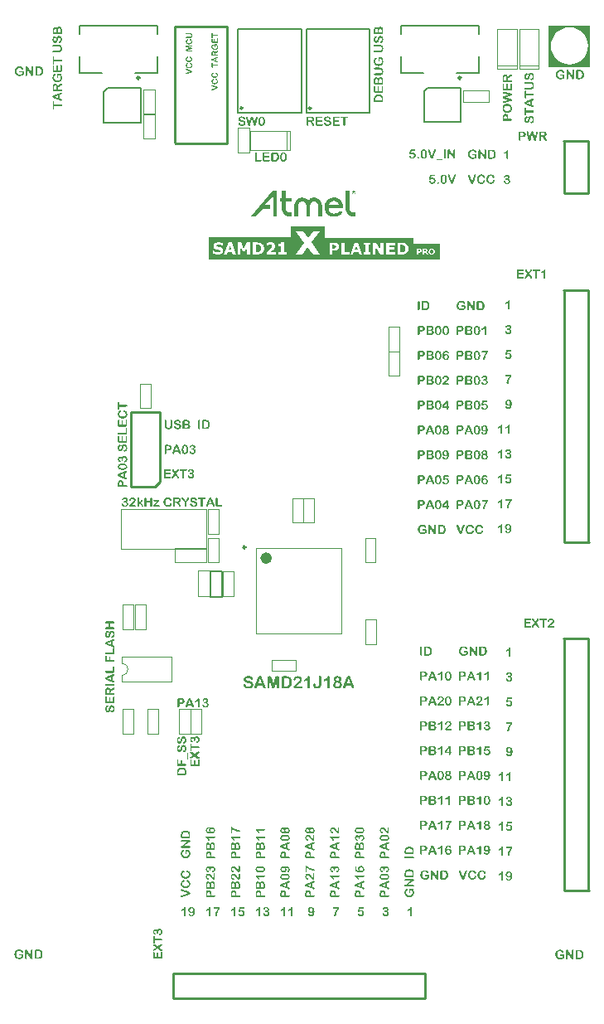
<source format=gto>
%FSLAX43Y43*%
%MOMM*%
G71*
G01*
G75*
G04 Layer_Color=65535*
%ADD10R,1.000X0.950*%
%ADD11R,2.300X1.900*%
%ADD12R,0.400X1.400*%
%ADD13R,1.775X1.900*%
%ADD14R,0.610X2.032*%
%ADD15O,0.610X2.032*%
%ADD16R,1.000X2.250*%
%ADD17R,1.600X1.000*%
%ADD18R,2.500X3.000*%
%ADD19O,1.650X0.300*%
%ADD20O,0.300X1.650*%
%ADD21R,1.200X1.200*%
%ADD22R,1.100X0.600*%
%ADD23R,1.100X1.000*%
%ADD24R,0.700X0.700*%
%ADD25R,0.600X0.550*%
%ADD26R,0.650X0.800*%
%ADD27R,0.650X0.500*%
%ADD28R,0.762X0.762*%
%ADD29R,0.600X0.900*%
%ADD30R,0.550X0.600*%
%ADD31R,0.500X0.650*%
%ADD32R,0.700X0.700*%
%ADD33R,0.900X0.600*%
%ADD34R,1.200X1.200*%
%ADD35C,0.175*%
%ADD36C,0.180*%
%ADD37C,0.200*%
%ADD38C,0.125*%
%ADD39C,0.250*%
%ADD40C,0.400*%
%ADD41C,0.300*%
%ADD42R,0.900X0.300*%
%ADD43R,1.700X1.700*%
%ADD44C,1.700*%
%ADD45R,1.700X1.700*%
%ADD46C,3.600*%
%ADD47C,0.550*%
%ADD48C,0.400*%
%ADD49C,0.500*%
%ADD50C,1.600*%
G04:AMPARAMS|DCode=51|XSize=2.524mm|YSize=2.524mm|CornerRadius=0mm|HoleSize=0mm|Usage=FLASHONLY|Rotation=0.000|XOffset=0mm|YOffset=0mm|HoleType=Round|Shape=Relief|Width=0.254mm|Gap=0.254mm|Entries=4|*
%AMTHD51*
7,0,0,2.524,2.016,0.254,45*
%
%ADD51THD51*%
%ADD52C,0.850*%
%ADD53C,0.800*%
%ADD54C,0.350*%
%ADD55C,3.300*%
%ADD56C,1.270*%
%ADD57R,1.300X1.600*%
%ADD58R,0.600X0.250*%
%ADD59R,1.600X1.500*%
%ADD60C,0.280*%
%ADD61R,1.700X0.350*%
%ADD62R,0.600X1.300*%
%ADD63R,0.350X0.850*%
%ADD64R,0.950X1.750*%
%ADD65R,0.800X0.650*%
%ADD66R,1.300X0.600*%
%ADD67C,0.800*%
%ADD68C,0.150*%
%ADD69C,0.102*%
%ADD70C,0.254*%
%ADD71C,0.600*%
%ADD72C,0.100*%
G36*
X-41638Y-90282D02*
X-41629Y-90284D01*
X-41621Y-90287D01*
X-41611Y-90292D01*
X-41603Y-90298D01*
X-41595Y-90307D01*
X-41594Y-90308D01*
X-41591Y-90312D01*
X-41589Y-90318D01*
X-41584Y-90325D01*
X-41580Y-90335D01*
X-41578Y-90348D01*
X-41575Y-90363D01*
X-41574Y-90379D01*
Y-91104D01*
Y-91105D01*
Y-91109D01*
Y-91115D01*
X-41575Y-91124D01*
X-41576Y-91133D01*
X-41579Y-91144D01*
X-41585Y-91167D01*
X-41589Y-91179D01*
X-41595Y-91190D01*
X-41603Y-91201D01*
X-41610Y-91210D01*
X-41621Y-91219D01*
X-41633Y-91225D01*
X-41646Y-91229D01*
X-41661Y-91230D01*
X-41668D01*
X-41675Y-91229D01*
X-41684Y-91227D01*
X-41694Y-91224D01*
X-41704Y-91220D01*
X-41714Y-91214D01*
X-41724Y-91205D01*
X-41725Y-91204D01*
X-41728Y-91200D01*
X-41731Y-91194D01*
X-41735Y-91185D01*
X-41739Y-91175D01*
X-41743Y-91162D01*
X-41745Y-91145D01*
X-41746Y-91128D01*
Y-90552D01*
X-41748Y-90553D01*
X-41754Y-90557D01*
X-41761Y-90563D01*
X-41773Y-90570D01*
X-41785Y-90580D01*
X-41800Y-90590D01*
X-41816Y-90602D01*
X-41834Y-90613D01*
X-41870Y-90637D01*
X-41889Y-90647D01*
X-41906Y-90655D01*
X-41923Y-90664D01*
X-41939Y-90670D01*
X-41953Y-90674D01*
X-41964Y-90675D01*
X-41969D01*
X-41974Y-90674D01*
X-41980Y-90673D01*
X-41986Y-90670D01*
X-41995Y-90667D01*
X-42003Y-90662D01*
X-42011Y-90655D01*
X-42013Y-90654D01*
X-42014Y-90652D01*
X-42018Y-90647D01*
X-42021Y-90642D01*
X-42025Y-90634D01*
X-42028Y-90625D01*
X-42030Y-90615D01*
X-42031Y-90605D01*
Y-90604D01*
Y-90600D01*
X-42030Y-90594D01*
X-42029Y-90587D01*
X-42026Y-90579D01*
X-42022Y-90572D01*
X-42018Y-90564D01*
X-42011Y-90558D01*
X-42010Y-90557D01*
X-42008Y-90555D01*
X-42001Y-90552D01*
X-41994Y-90548D01*
X-41984Y-90542D01*
X-41971Y-90535D01*
X-41956Y-90528D01*
X-41939Y-90519D01*
X-41938D01*
X-41935Y-90518D01*
X-41931Y-90515D01*
X-41926Y-90513D01*
X-41913Y-90505D01*
X-41895Y-90495D01*
X-41875Y-90484D01*
X-41855Y-90472D01*
X-41835Y-90458D01*
X-41818Y-90443D01*
X-41815Y-90442D01*
X-41810Y-90435D01*
X-41801Y-90428D01*
X-41790Y-90417D01*
X-41778Y-90404D01*
X-41764Y-90389D01*
X-41750Y-90372D01*
X-41736Y-90354D01*
X-41735Y-90352D01*
X-41730Y-90347D01*
X-41724Y-90338D01*
X-41716Y-90328D01*
X-41709Y-90317D01*
X-41701Y-90307D01*
X-41695Y-90299D01*
X-41690Y-90293D01*
X-41688Y-90290D01*
X-41685Y-90289D01*
X-41680Y-90287D01*
X-41675Y-90284D01*
X-41668Y-90283D01*
X-41659Y-90280D01*
X-41643D01*
X-41638Y-90282D01*
D02*
G37*
G36*
X-40963D02*
X-40954D01*
X-40935Y-90284D01*
X-40912Y-90288D01*
X-40888Y-90293D01*
X-40863Y-90300D01*
X-40838Y-90310D01*
X-40837D01*
X-40835Y-90312D01*
X-40827Y-90315D01*
X-40815Y-90323D01*
X-40800Y-90333D01*
X-40784Y-90345D01*
X-40765Y-90360D01*
X-40748Y-90378D01*
X-40730Y-90398D01*
X-40728Y-90400D01*
X-40723Y-90408D01*
X-40715Y-90420D01*
X-40705Y-90437D01*
X-40694Y-90458D01*
X-40683Y-90482D01*
X-40673Y-90509D01*
X-40663Y-90540D01*
Y-90542D01*
X-40662Y-90544D01*
X-40660Y-90549D01*
X-40659Y-90555D01*
X-40658Y-90564D01*
X-40655Y-90573D01*
X-40653Y-90584D01*
X-40650Y-90597D01*
X-40649Y-90610D01*
X-40647Y-90625D01*
X-40643Y-90659D01*
X-40640Y-90695D01*
X-40639Y-90735D01*
Y-90737D01*
Y-90740D01*
Y-90747D01*
Y-90755D01*
X-40640Y-90767D01*
Y-90779D01*
X-40642Y-90793D01*
Y-90808D01*
X-40645Y-90842D01*
X-40649Y-90877D01*
X-40655Y-90914D01*
X-40664Y-90950D01*
Y-90952D01*
X-40665Y-90954D01*
X-40667Y-90959D01*
X-40669Y-90965D01*
X-40672Y-90974D01*
X-40674Y-90983D01*
X-40683Y-91004D01*
X-40693Y-91029D01*
X-40705Y-91054D01*
X-40720Y-91080D01*
X-40737Y-91105D01*
Y-91107D01*
X-40739Y-91108D01*
X-40745Y-91115D01*
X-40755Y-91127D01*
X-40769Y-91140D01*
X-40785Y-91155D01*
X-40804Y-91172D01*
X-40827Y-91187D01*
X-40850Y-91199D01*
X-40852D01*
X-40853Y-91200D01*
X-40857Y-91201D01*
X-40862Y-91204D01*
X-40868Y-91206D01*
X-40875Y-91209D01*
X-40893Y-91214D01*
X-40915Y-91219D01*
X-40940Y-91224D01*
X-40969Y-91228D01*
X-40999Y-91229D01*
X-41013D01*
X-41020Y-91228D01*
X-41028D01*
X-41048Y-91225D01*
X-41070Y-91221D01*
X-41094Y-91215D01*
X-41119Y-91208D01*
X-41143Y-91198D01*
X-41144D01*
X-41145Y-91197D01*
X-41153Y-91191D01*
X-41164Y-91185D01*
X-41176Y-91177D01*
X-41191Y-91165D01*
X-41206Y-91152D01*
X-41221Y-91137D01*
X-41235Y-91120D01*
X-41236Y-91118D01*
X-41240Y-91113D01*
X-41245Y-91103D01*
X-41250Y-91092D01*
X-41256Y-91078D01*
X-41261Y-91063D01*
X-41265Y-91047D01*
X-41266Y-91030D01*
Y-91029D01*
Y-91025D01*
X-41265Y-91020D01*
X-41264Y-91014D01*
X-41261Y-91008D01*
X-41258Y-90999D01*
X-41253Y-90992D01*
X-41246Y-90984D01*
X-41245Y-90983D01*
X-41243Y-90980D01*
X-41239Y-90978D01*
X-41233Y-90973D01*
X-41225Y-90969D01*
X-41216Y-90967D01*
X-41208Y-90964D01*
X-41196Y-90963D01*
X-41191D01*
X-41186Y-90964D01*
X-41179D01*
X-41163Y-90969D01*
X-41155Y-90973D01*
X-41146Y-90978D01*
X-41145Y-90979D01*
X-41143Y-90980D01*
X-41139Y-90984D01*
X-41134Y-90989D01*
X-41128Y-90995D01*
X-41123Y-91004D01*
X-41118Y-91013D01*
X-41113Y-91024D01*
X-41111Y-91025D01*
X-41110Y-91030D01*
X-41106Y-91038D01*
X-41101Y-91047D01*
X-41095Y-91057D01*
X-41088Y-91067D01*
X-41078Y-91077D01*
X-41067Y-91085D01*
X-41065Y-91087D01*
X-41060Y-91089D01*
X-41054Y-91093D01*
X-41045Y-91097D01*
X-41034Y-91100D01*
X-41022Y-91104D01*
X-41008Y-91107D01*
X-40993Y-91108D01*
X-40987D01*
X-40979Y-91107D01*
X-40970Y-91105D01*
X-40960Y-91104D01*
X-40949Y-91100D01*
X-40937Y-91097D01*
X-40925Y-91090D01*
X-40924Y-91089D01*
X-40920Y-91087D01*
X-40914Y-91083D01*
X-40907Y-91077D01*
X-40898Y-91069D01*
X-40888Y-91060D01*
X-40878Y-91050D01*
X-40869Y-91038D01*
Y-91037D01*
X-40867Y-91034D01*
X-40865Y-91030D01*
X-40862Y-91024D01*
X-40858Y-91017D01*
X-40854Y-91008D01*
X-40850Y-90997D01*
X-40845Y-90983D01*
X-40840Y-90968D01*
X-40837Y-90950D01*
X-40832Y-90930D01*
X-40828Y-90909D01*
X-40824Y-90884D01*
X-40820Y-90859D01*
X-40818Y-90830D01*
X-40815Y-90799D01*
X-40817Y-90802D01*
X-40823Y-90808D01*
X-40832Y-90817D01*
X-40843Y-90827D01*
X-40857Y-90839D01*
X-40873Y-90852D01*
X-40890Y-90864D01*
X-40909Y-90874D01*
X-40912Y-90875D01*
X-40918Y-90878D01*
X-40929Y-90882D01*
X-40943Y-90885D01*
X-40959Y-90890D01*
X-40979Y-90894D01*
X-41000Y-90897D01*
X-41023Y-90898D01*
X-41033D01*
X-41044Y-90897D01*
X-41059Y-90895D01*
X-41076Y-90893D01*
X-41095Y-90888D01*
X-41115Y-90883D01*
X-41135Y-90875D01*
X-41138Y-90874D01*
X-41144Y-90872D01*
X-41154Y-90867D01*
X-41165Y-90859D01*
X-41179Y-90850D01*
X-41194Y-90839D01*
X-41209Y-90827D01*
X-41224Y-90812D01*
X-41225Y-90809D01*
X-41230Y-90804D01*
X-41236Y-90795D01*
X-41245Y-90783D01*
X-41254Y-90769D01*
X-41264Y-90753D01*
X-41273Y-90734D01*
X-41281Y-90714D01*
Y-90713D01*
X-41283Y-90712D01*
X-41284Y-90704D01*
X-41288Y-90693D01*
X-41291Y-90678D01*
X-41295Y-90660D01*
X-41298Y-90642D01*
X-41300Y-90620D01*
X-41301Y-90598D01*
Y-90597D01*
Y-90595D01*
Y-90592D01*
Y-90587D01*
X-41300Y-90574D01*
X-41299Y-90558D01*
X-41296Y-90539D01*
X-41291Y-90518D01*
X-41286Y-90497D01*
X-41279Y-90474D01*
Y-90473D01*
X-41278Y-90472D01*
X-41275Y-90464D01*
X-41269Y-90453D01*
X-41263Y-90439D01*
X-41253Y-90424D01*
X-41241Y-90407D01*
X-41229Y-90389D01*
X-41214Y-90373D01*
X-41211Y-90370D01*
X-41206Y-90365D01*
X-41198Y-90358D01*
X-41185Y-90348D01*
X-41170Y-90337D01*
X-41153Y-90325D01*
X-41134Y-90315D01*
X-41113Y-90305D01*
X-41111D01*
X-41110Y-90304D01*
X-41103Y-90302D01*
X-41090Y-90298D01*
X-41074Y-90293D01*
X-41055Y-90288D01*
X-41034Y-90284D01*
X-41009Y-90282D01*
X-40984Y-90280D01*
X-40970D01*
X-40963Y-90282D01*
D02*
G37*
G36*
X-39098D02*
X-39089Y-90284D01*
X-39081Y-90287D01*
X-39071Y-90292D01*
X-39063Y-90298D01*
X-39055Y-90307D01*
X-39054Y-90308D01*
X-39051Y-90312D01*
X-39049Y-90318D01*
X-39044Y-90325D01*
X-39040Y-90335D01*
X-39038Y-90348D01*
X-39035Y-90363D01*
X-39034Y-90379D01*
Y-91104D01*
Y-91105D01*
Y-91109D01*
Y-91115D01*
X-39035Y-91124D01*
X-39036Y-91133D01*
X-39039Y-91144D01*
X-39045Y-91167D01*
X-39049Y-91179D01*
X-39055Y-91190D01*
X-39063Y-91201D01*
X-39070Y-91210D01*
X-39081Y-91219D01*
X-39093Y-91225D01*
X-39106Y-91229D01*
X-39121Y-91230D01*
X-39128D01*
X-39135Y-91229D01*
X-39144Y-91227D01*
X-39154Y-91224D01*
X-39164Y-91220D01*
X-39174Y-91214D01*
X-39184Y-91205D01*
X-39185Y-91204D01*
X-39188Y-91200D01*
X-39191Y-91194D01*
X-39195Y-91185D01*
X-39199Y-91175D01*
X-39203Y-91162D01*
X-39205Y-91145D01*
X-39206Y-91128D01*
Y-90552D01*
X-39208Y-90553D01*
X-39214Y-90557D01*
X-39221Y-90563D01*
X-39233Y-90570D01*
X-39245Y-90580D01*
X-39260Y-90590D01*
X-39276Y-90602D01*
X-39294Y-90613D01*
X-39330Y-90637D01*
X-39349Y-90647D01*
X-39366Y-90655D01*
X-39383Y-90664D01*
X-39399Y-90670D01*
X-39413Y-90674D01*
X-39424Y-90675D01*
X-39429D01*
X-39434Y-90674D01*
X-39440Y-90673D01*
X-39446Y-90670D01*
X-39455Y-90667D01*
X-39463Y-90662D01*
X-39471Y-90655D01*
X-39472Y-90654D01*
X-39474Y-90652D01*
X-39478Y-90647D01*
X-39481Y-90642D01*
X-39485Y-90634D01*
X-39487Y-90625D01*
X-39490Y-90615D01*
X-39491Y-90605D01*
Y-90604D01*
Y-90600D01*
X-39490Y-90594D01*
X-39489Y-90587D01*
X-39486Y-90579D01*
X-39482Y-90572D01*
X-39478Y-90564D01*
X-39471Y-90558D01*
X-39470Y-90557D01*
X-39468Y-90555D01*
X-39461Y-90552D01*
X-39454Y-90548D01*
X-39444Y-90542D01*
X-39431Y-90535D01*
X-39416Y-90528D01*
X-39399Y-90519D01*
X-39398D01*
X-39395Y-90518D01*
X-39391Y-90515D01*
X-39386Y-90513D01*
X-39373Y-90505D01*
X-39355Y-90495D01*
X-39335Y-90484D01*
X-39315Y-90472D01*
X-39295Y-90458D01*
X-39278Y-90443D01*
X-39275Y-90442D01*
X-39270Y-90435D01*
X-39261Y-90428D01*
X-39250Y-90417D01*
X-39238Y-90404D01*
X-39224Y-90389D01*
X-39210Y-90372D01*
X-39196Y-90354D01*
X-39195Y-90352D01*
X-39190Y-90347D01*
X-39184Y-90338D01*
X-39176Y-90328D01*
X-39169Y-90317D01*
X-39161Y-90307D01*
X-39155Y-90299D01*
X-39150Y-90293D01*
X-39148Y-90290D01*
X-39145Y-90289D01*
X-39140Y-90287D01*
X-39135Y-90284D01*
X-39128Y-90283D01*
X-39119Y-90280D01*
X-39103D01*
X-39098Y-90282D01*
D02*
G37*
G36*
X-38159Y-90297D02*
X-38147Y-90298D01*
X-38132Y-90300D01*
X-38117Y-90304D01*
X-38103Y-90309D01*
X-38092Y-90315D01*
X-38090Y-90317D01*
X-38088Y-90319D01*
X-38083Y-90324D01*
X-38078Y-90330D01*
X-38073Y-90339D01*
X-38068Y-90349D01*
X-38065Y-90363D01*
X-38064Y-90378D01*
Y-90379D01*
Y-90383D01*
X-38065Y-90388D01*
X-38068Y-90397D01*
X-38072Y-90407D01*
X-38078Y-90418D01*
X-38085Y-90433D01*
X-38097Y-90448D01*
X-38098Y-90450D01*
X-38103Y-90455D01*
X-38109Y-90464D01*
X-38118Y-90477D01*
X-38129Y-90490D01*
X-38142Y-90508D01*
X-38155Y-90525D01*
X-38170Y-90545D01*
X-38172Y-90548D01*
X-38178Y-90555D01*
X-38185Y-90567D01*
X-38195Y-90582D01*
X-38208Y-90600D01*
X-38223Y-90623D01*
X-38238Y-90648D01*
X-38254Y-90677D01*
Y-90678D01*
X-38255Y-90680D01*
X-38258Y-90684D01*
X-38262Y-90690D01*
X-38265Y-90698D01*
X-38269Y-90707D01*
X-38274Y-90718D01*
X-38280Y-90729D01*
X-38285Y-90743D01*
X-38292Y-90758D01*
X-38305Y-90790D01*
X-38319Y-90827D01*
X-38333Y-90868D01*
Y-90870D01*
X-38335Y-90877D01*
X-38338Y-90885D01*
X-38342Y-90897D01*
X-38344Y-90910D01*
X-38348Y-90924D01*
X-38352Y-90938D01*
X-38354Y-90950D01*
Y-90952D01*
X-38355Y-90957D01*
X-38357Y-90963D01*
X-38358Y-90973D01*
X-38360Y-90985D01*
X-38363Y-91000D01*
X-38365Y-91018D01*
X-38369Y-91037D01*
Y-91039D01*
X-38370Y-91045D01*
X-38372Y-91054D01*
X-38373Y-91067D01*
X-38375Y-91079D01*
X-38378Y-91093D01*
X-38379Y-91105D01*
X-38382Y-91117D01*
Y-91118D01*
Y-91119D01*
X-38384Y-91127D01*
X-38388Y-91138D01*
X-38392Y-91152D01*
X-38404Y-91180D01*
X-38412Y-91194D01*
X-38420Y-91205D01*
X-38422Y-91206D01*
X-38424Y-91209D01*
X-38430Y-91213D01*
X-38437Y-91218D01*
X-38447Y-91223D01*
X-38457Y-91227D01*
X-38470Y-91229D01*
X-38484Y-91230D01*
X-38490D01*
X-38498Y-91229D01*
X-38507Y-91227D01*
X-38516Y-91224D01*
X-38527Y-91219D01*
X-38536Y-91213D01*
X-38546Y-91204D01*
X-38548Y-91203D01*
X-38550Y-91199D01*
X-38554Y-91193D01*
X-38558Y-91184D01*
X-38563Y-91173D01*
X-38566Y-91159D01*
X-38569Y-91143D01*
X-38570Y-91124D01*
Y-91122D01*
Y-91117D01*
X-38569Y-91108D01*
X-38568Y-91095D01*
X-38566Y-91080D01*
X-38563Y-91062D01*
X-38559Y-91039D01*
X-38553Y-91015D01*
Y-91014D01*
X-38551Y-91012D01*
X-38550Y-91008D01*
X-38549Y-91003D01*
X-38548Y-90997D01*
X-38545Y-90988D01*
X-38543Y-90979D01*
X-38539Y-90968D01*
X-38532Y-90944D01*
X-38521Y-90915D01*
X-38510Y-90883D01*
X-38496Y-90848D01*
Y-90847D01*
X-38495Y-90843D01*
X-38493Y-90838D01*
X-38489Y-90832D01*
X-38485Y-90822D01*
X-38482Y-90812D01*
X-38477Y-90799D01*
X-38470Y-90787D01*
X-38457Y-90757D01*
X-38439Y-90723D01*
X-38420Y-90687D01*
X-38400Y-90649D01*
X-38399Y-90648D01*
X-38398Y-90644D01*
X-38394Y-90639D01*
X-38390Y-90632D01*
X-38384Y-90622D01*
X-38378Y-90612D01*
X-38370Y-90599D01*
X-38362Y-90585D01*
X-38342Y-90554D01*
X-38318Y-90519D01*
X-38292Y-90483D01*
X-38263Y-90444D01*
X-38610D01*
X-38619Y-90443D01*
X-38631Y-90442D01*
X-38644Y-90439D01*
X-38656Y-90437D01*
X-38669Y-90432D01*
X-38680Y-90425D01*
X-38681Y-90424D01*
X-38684Y-90422D01*
X-38689Y-90417D01*
X-38693Y-90410D01*
X-38698Y-90403D01*
X-38703Y-90392D01*
X-38705Y-90380D01*
X-38706Y-90365D01*
Y-90363D01*
Y-90358D01*
X-38705Y-90350D01*
X-38703Y-90342D01*
X-38700Y-90333D01*
X-38695Y-90323D01*
X-38688Y-90315D01*
X-38679Y-90309D01*
X-38678Y-90308D01*
X-38674Y-90307D01*
X-38668Y-90304D01*
X-38659Y-90302D01*
X-38648Y-90299D01*
X-38635Y-90298D01*
X-38619Y-90295D01*
X-38170D01*
X-38159Y-90297D01*
D02*
G37*
G36*
X-4988Y-11099D02*
X-4971D01*
X-4953Y-11100D01*
X-4934Y-11101D01*
X-4917Y-11104D01*
X-4914D01*
X-4909Y-11105D01*
X-4901Y-11106D01*
X-4889Y-11109D01*
X-4878Y-11111D01*
X-4864Y-11115D01*
X-4837Y-11125D01*
X-4834Y-11126D01*
X-4829Y-11129D01*
X-4821Y-11133D01*
X-4811Y-11139D01*
X-4798Y-11146D01*
X-4786Y-11155D01*
X-4772Y-11166D01*
X-4759Y-11179D01*
X-4758Y-11180D01*
X-4754Y-11185D01*
X-4748Y-11191D01*
X-4741Y-11201D01*
X-4732Y-11213D01*
X-4723Y-11226D01*
X-4716Y-11241D01*
X-4708Y-11258D01*
X-4707Y-11260D01*
X-4706Y-11265D01*
X-4703Y-11275D01*
X-4699Y-11286D01*
X-4696Y-11301D01*
X-4693Y-11318D01*
X-4692Y-11335D01*
X-4691Y-11354D01*
Y-11355D01*
Y-11359D01*
Y-11364D01*
X-4692Y-11371D01*
Y-11380D01*
X-4693Y-11390D01*
X-4698Y-11414D01*
X-4704Y-11440D01*
X-4716Y-11468D01*
X-4729Y-11495D01*
X-4739Y-11508D01*
X-4749Y-11520D01*
X-4751Y-11521D01*
X-4752Y-11523D01*
X-4756Y-11526D01*
X-4761Y-11530D01*
X-4767Y-11535D01*
X-4774Y-11541D01*
X-4783Y-11548D01*
X-4793Y-11554D01*
X-4806Y-11561D01*
X-4818Y-11569D01*
X-4833Y-11575D01*
X-4849Y-11583D01*
X-4867Y-11590D01*
X-4886Y-11596D01*
X-4906Y-11603D01*
X-4927Y-11608D01*
X-4924Y-11609D01*
X-4918Y-11613D01*
X-4908Y-11619D01*
X-4896Y-11628D01*
X-4882Y-11639D01*
X-4866Y-11651D01*
X-4849Y-11668D01*
X-4832Y-11686D01*
X-4829Y-11689D01*
X-4824Y-11695D01*
X-4816Y-11705D01*
X-4804Y-11719D01*
X-4792Y-11735D01*
X-4778Y-11754D01*
X-4764Y-11775D01*
X-4751Y-11796D01*
Y-11798D01*
X-4749Y-11799D01*
X-4744Y-11806D01*
X-4738Y-11818D01*
X-4729Y-11831D01*
X-4721Y-11848D01*
X-4712Y-11866D01*
X-4702Y-11884D01*
X-4694Y-11903D01*
X-4693Y-11905D01*
X-4691Y-11910D01*
X-4688Y-11918D01*
X-4684Y-11928D01*
X-4677Y-11949D01*
X-4676Y-11959D01*
X-4674Y-11966D01*
Y-11968D01*
Y-11970D01*
Y-11974D01*
X-4676Y-11978D01*
X-4679Y-11990D01*
X-4687Y-12004D01*
Y-12005D01*
X-4689Y-12006D01*
X-4694Y-12014D01*
X-4704Y-12023D01*
X-4718Y-12031D01*
X-4719D01*
X-4722Y-12033D01*
X-4726Y-12034D01*
X-4732Y-12036D01*
X-4738Y-12038D01*
X-4747Y-12040D01*
X-4766Y-12041D01*
X-4771D01*
X-4777Y-12040D01*
X-4784Y-12039D01*
X-4801Y-12035D01*
X-4809Y-12031D01*
X-4818Y-12026D01*
X-4819Y-12025D01*
X-4822Y-12024D01*
X-4826Y-12021D01*
X-4831Y-12016D01*
X-4843Y-12005D01*
X-4856Y-11990D01*
X-4857Y-11989D01*
X-4858Y-11985D01*
X-4862Y-11980D01*
X-4867Y-11973D01*
X-4872Y-11963D01*
X-4879Y-11951D01*
X-4888Y-11938D01*
X-4897Y-11923D01*
X-4972Y-11798D01*
Y-11796D01*
X-4973Y-11795D01*
X-4976Y-11791D01*
X-4979Y-11786D01*
X-4987Y-11774D01*
X-4997Y-11758D01*
X-5008Y-11741D01*
X-5021Y-11724D01*
X-5033Y-11708D01*
X-5046Y-11693D01*
X-5047Y-11691D01*
X-5051Y-11686D01*
X-5057Y-11680D01*
X-5066Y-11673D01*
X-5076Y-11664D01*
X-5086Y-11656D01*
X-5098Y-11649D01*
X-5111Y-11643D01*
X-5112Y-11641D01*
X-5117Y-11640D01*
X-5123Y-11638D01*
X-5133Y-11635D01*
X-5146Y-11633D01*
X-5159Y-11631D01*
X-5176Y-11629D01*
X-5258D01*
Y-11928D01*
Y-11929D01*
Y-11930D01*
Y-11938D01*
X-5259Y-11948D01*
X-5262Y-11960D01*
X-5264Y-11974D01*
X-5269Y-11989D01*
X-5276Y-12003D01*
X-5284Y-12014D01*
X-5286Y-12015D01*
X-5289Y-12017D01*
X-5294Y-12023D01*
X-5303Y-12028D01*
X-5312Y-12033D01*
X-5324Y-12038D01*
X-5337Y-12040D01*
X-5352Y-12041D01*
X-5359D01*
X-5367Y-12040D01*
X-5377Y-12038D01*
X-5388Y-12034D01*
X-5401Y-12029D01*
X-5412Y-12023D01*
X-5422Y-12012D01*
X-5423Y-12011D01*
X-5426Y-12007D01*
X-5429Y-12000D01*
X-5433Y-11991D01*
X-5438Y-11979D01*
X-5442Y-11965D01*
X-5444Y-11948D01*
X-5446Y-11928D01*
Y-11214D01*
Y-11213D01*
Y-11211D01*
Y-11204D01*
X-5444Y-11193D01*
X-5442Y-11180D01*
X-5439Y-11165D01*
X-5434Y-11150D01*
X-5428Y-11136D01*
X-5419Y-11125D01*
X-5418Y-11124D01*
X-5414Y-11121D01*
X-5407Y-11116D01*
X-5398Y-11111D01*
X-5386Y-11106D01*
X-5371Y-11101D01*
X-5352Y-11099D01*
X-5331Y-11098D01*
X-5003D01*
X-4988Y-11099D01*
D02*
G37*
G36*
X-5644Y-11083D02*
X-5635Y-11084D01*
X-5627Y-11088D01*
X-5615Y-11091D01*
X-5605Y-11098D01*
X-5595Y-11106D01*
X-5594Y-11108D01*
X-5592Y-11111D01*
X-5587Y-11116D01*
X-5582Y-11124D01*
X-5578Y-11133D01*
X-5573Y-11143D01*
X-5570Y-11155D01*
X-5569Y-11168D01*
Y-11169D01*
Y-11173D01*
X-5570Y-11179D01*
Y-11188D01*
X-5573Y-11199D01*
X-5576Y-11214D01*
X-5579Y-11230D01*
X-5584Y-11250D01*
X-5738Y-11875D01*
Y-11876D01*
X-5739Y-11878D01*
X-5740Y-11885D01*
X-5744Y-11896D01*
X-5748Y-11910D01*
X-5752Y-11926D01*
X-5757Y-11941D01*
X-5760Y-11956D01*
X-5765Y-11969D01*
Y-11970D01*
X-5768Y-11974D01*
X-5770Y-11979D01*
X-5773Y-11986D01*
X-5778Y-11994D01*
X-5784Y-12003D01*
X-5792Y-12011D01*
X-5800Y-12020D01*
X-5802Y-12021D01*
X-5805Y-12024D01*
X-5810Y-12026D01*
X-5818Y-12030D01*
X-5828Y-12035D01*
X-5840Y-12038D01*
X-5854Y-12040D01*
X-5870Y-12041D01*
X-5878D01*
X-5885Y-12040D01*
X-5895Y-12039D01*
X-5905Y-12036D01*
X-5918Y-12033D01*
X-5929Y-12028D01*
X-5939Y-12020D01*
X-5940Y-12019D01*
X-5943Y-12016D01*
X-5948Y-12011D01*
X-5953Y-12006D01*
X-5965Y-11991D01*
X-5970Y-11983D01*
X-5975Y-11973D01*
Y-11971D01*
X-5977Y-11968D01*
X-5979Y-11960D01*
X-5983Y-11950D01*
X-5987Y-11938D01*
X-5992Y-11921D01*
X-5998Y-11903D01*
X-6004Y-11880D01*
X-6154Y-11323D01*
X-6305Y-11880D01*
Y-11881D01*
X-6307Y-11883D01*
X-6308Y-11890D01*
X-6312Y-11901D01*
X-6315Y-11915D01*
X-6320Y-11930D01*
X-6325Y-11945D01*
X-6329Y-11959D01*
X-6334Y-11971D01*
Y-11973D01*
X-6337Y-11976D01*
X-6339Y-11981D01*
X-6343Y-11988D01*
X-6348Y-11995D01*
X-6354Y-12004D01*
X-6362Y-12011D01*
X-6370Y-12020D01*
X-6372Y-12021D01*
X-6375Y-12024D01*
X-6380Y-12026D01*
X-6389Y-12030D01*
X-6399Y-12035D01*
X-6410Y-12038D01*
X-6424Y-12040D01*
X-6439Y-12041D01*
X-6445D01*
X-6452Y-12040D01*
X-6459D01*
X-6478Y-12036D01*
X-6497Y-12029D01*
X-6498D01*
X-6500Y-12026D01*
X-6504Y-12024D01*
X-6509Y-12020D01*
X-6522Y-12009D01*
X-6533Y-11993D01*
Y-11991D01*
X-6535Y-11989D01*
X-6538Y-11984D01*
X-6540Y-11976D01*
X-6544Y-11969D01*
X-6548Y-11959D01*
X-6555Y-11936D01*
Y-11935D01*
X-6556Y-11931D01*
X-6558Y-11925D01*
X-6560Y-11916D01*
X-6563Y-11908D01*
X-6565Y-11896D01*
X-6571Y-11875D01*
X-6725Y-11250D01*
Y-11249D01*
Y-11248D01*
X-6728Y-11241D01*
X-6729Y-11231D01*
X-6731Y-11220D01*
X-6734Y-11206D01*
X-6736Y-11193D01*
X-6738Y-11179D01*
X-6739Y-11168D01*
Y-11166D01*
Y-11161D01*
X-6738Y-11155D01*
X-6735Y-11146D01*
X-6733Y-11136D01*
X-6729Y-11126D01*
X-6723Y-11116D01*
X-6714Y-11106D01*
X-6713Y-11105D01*
X-6709Y-11103D01*
X-6704Y-11099D01*
X-6696Y-11094D01*
X-6688Y-11089D01*
X-6676Y-11085D01*
X-6665Y-11083D01*
X-6651Y-11081D01*
X-6643D01*
X-6634Y-11083D01*
X-6624Y-11085D01*
X-6613Y-11090D01*
X-6600Y-11095D01*
X-6590Y-11104D01*
X-6583Y-11115D01*
X-6581Y-11116D01*
X-6580Y-11121D01*
X-6576Y-11129D01*
X-6573Y-11139D01*
X-6568Y-11153D01*
X-6563Y-11169D01*
X-6556Y-11188D01*
X-6551Y-11210D01*
X-6430Y-11751D01*
X-6294Y-11245D01*
Y-11244D01*
X-6293Y-11243D01*
X-6292Y-11235D01*
X-6289Y-11225D01*
X-6285Y-11213D01*
X-6282Y-11199D01*
X-6277Y-11184D01*
X-6272Y-11170D01*
X-6268Y-11158D01*
X-6267Y-11156D01*
X-6265Y-11153D01*
X-6263Y-11146D01*
X-6258Y-11139D01*
X-6253Y-11130D01*
X-6245Y-11121D01*
X-6238Y-11113D01*
X-6228Y-11104D01*
X-6227Y-11103D01*
X-6223Y-11100D01*
X-6217Y-11096D01*
X-6208Y-11093D01*
X-6198Y-11089D01*
X-6185Y-11085D01*
X-6170Y-11083D01*
X-6154Y-11081D01*
X-6147D01*
X-6138Y-11083D01*
X-6127Y-11084D01*
X-6115Y-11088D01*
X-6103Y-11091D01*
X-6092Y-11098D01*
X-6080Y-11105D01*
X-6079Y-11106D01*
X-6077Y-11109D01*
X-6072Y-11114D01*
X-6065Y-11120D01*
X-6060Y-11128D01*
X-6054Y-11135D01*
X-6049Y-11145D01*
X-6044Y-11155D01*
Y-11156D01*
X-6042Y-11160D01*
X-6040Y-11168D01*
X-6037Y-11176D01*
X-6033Y-11189D01*
X-6028Y-11205D01*
X-6023Y-11224D01*
X-6017Y-11245D01*
X-5879Y-11751D01*
X-5758Y-11210D01*
Y-11208D01*
X-5757Y-11203D01*
X-5754Y-11195D01*
X-5753Y-11186D01*
X-5748Y-11164D01*
X-5744Y-11154D01*
X-5742Y-11144D01*
Y-11143D01*
X-5740Y-11140D01*
X-5738Y-11135D01*
X-5735Y-11130D01*
X-5727Y-11116D01*
X-5714Y-11101D01*
X-5713Y-11100D01*
X-5710Y-11098D01*
X-5705Y-11095D01*
X-5699Y-11091D01*
X-5692Y-11088D01*
X-5682Y-11084D01*
X-5670Y-11083D01*
X-5658Y-11081D01*
X-5652D01*
X-5644Y-11083D01*
D02*
G37*
G36*
X-27367Y-21954D02*
X-18304D01*
Y-22539D01*
X-15624D01*
Y-24163D01*
X-18450D01*
Y-24150D01*
X-30800D01*
Y-24145D01*
X-39250D01*
Y-21904D01*
X-30800D01*
Y-20757D01*
X-27367D01*
Y-21954D01*
D02*
G37*
G36*
X-7129Y-11099D02*
X-7105Y-11100D01*
X-7078Y-11101D01*
X-7050Y-11105D01*
X-7024Y-11109D01*
X-7000Y-11115D01*
X-6999D01*
X-6998Y-11116D01*
X-6990Y-11118D01*
X-6980Y-11121D01*
X-6966Y-11128D01*
X-6951Y-11134D01*
X-6935Y-11144D01*
X-6919Y-11155D01*
X-6903Y-11168D01*
X-6901Y-11169D01*
X-6896Y-11174D01*
X-6889Y-11181D01*
X-6879Y-11193D01*
X-6869Y-11205D01*
X-6859Y-11221D01*
X-6849Y-11239D01*
X-6840Y-11258D01*
X-6839Y-11260D01*
X-6836Y-11266D01*
X-6833Y-11278D01*
X-6829Y-11293D01*
X-6825Y-11310D01*
X-6821Y-11330D01*
X-6819Y-11353D01*
X-6818Y-11376D01*
Y-11378D01*
Y-11383D01*
Y-11390D01*
X-6819Y-11400D01*
X-6820Y-11411D01*
X-6823Y-11425D01*
X-6825Y-11440D01*
X-6829Y-11456D01*
X-6833Y-11474D01*
X-6839Y-11491D01*
X-6846Y-11509D01*
X-6854Y-11528D01*
X-6865Y-11545D01*
X-6876Y-11561D01*
X-6890Y-11576D01*
X-6905Y-11591D01*
X-6906Y-11593D01*
X-6909Y-11594D01*
X-6914Y-11598D01*
X-6921Y-11603D01*
X-6930Y-11608D01*
X-6941Y-11614D01*
X-6955Y-11621D01*
X-6970Y-11628D01*
X-6988Y-11634D01*
X-7008Y-11641D01*
X-7029Y-11648D01*
X-7051Y-11653D01*
X-7078Y-11658D01*
X-7104Y-11660D01*
X-7134Y-11663D01*
X-7165Y-11664D01*
X-7338D01*
Y-11928D01*
Y-11930D01*
Y-11936D01*
X-7339Y-11946D01*
X-7341Y-11959D01*
X-7344Y-11973D01*
X-7349Y-11988D01*
X-7356Y-12000D01*
X-7365Y-12012D01*
X-7366Y-12014D01*
X-7370Y-12017D01*
X-7375Y-12021D01*
X-7383Y-12026D01*
X-7393Y-12033D01*
X-7404Y-12036D01*
X-7418Y-12040D01*
X-7431Y-12041D01*
X-7439D01*
X-7446Y-12040D01*
X-7456Y-12038D01*
X-7466Y-12034D01*
X-7479Y-12029D01*
X-7490Y-12023D01*
X-7500Y-12012D01*
X-7501Y-12011D01*
X-7504Y-12007D01*
X-7508Y-12000D01*
X-7512Y-11991D01*
X-7517Y-11980D01*
X-7521Y-11965D01*
X-7524Y-11948D01*
X-7525Y-11929D01*
Y-11214D01*
Y-11213D01*
Y-11211D01*
Y-11204D01*
X-7524Y-11193D01*
X-7521Y-11179D01*
X-7519Y-11165D01*
X-7514Y-11150D01*
X-7506Y-11136D01*
X-7498Y-11125D01*
X-7496Y-11124D01*
X-7493Y-11121D01*
X-7485Y-11116D01*
X-7475Y-11111D01*
X-7463Y-11106D01*
X-7446Y-11101D01*
X-7428Y-11099D01*
X-7406Y-11098D01*
X-7139D01*
X-7129Y-11099D01*
D02*
G37*
G36*
X-35652Y-90295D02*
X-35635Y-90298D01*
X-35617Y-90304D01*
X-35599Y-90313D01*
X-35590Y-90319D01*
X-35583Y-90327D01*
X-35577Y-90335D01*
X-35572Y-90345D01*
X-35569Y-90357D01*
X-35568Y-90370D01*
Y-90372D01*
Y-90375D01*
X-35569Y-90382D01*
X-35570Y-90389D01*
X-35574Y-90398D01*
X-35578Y-90407D01*
X-35584Y-90415D01*
X-35593Y-90423D01*
X-35594Y-90424D01*
X-35598Y-90425D01*
X-35603Y-90429D01*
X-35610Y-90433D01*
X-35620Y-90437D01*
X-35633Y-90439D01*
X-35647Y-90442D01*
X-35663Y-90443D01*
X-35964D01*
X-35999Y-90648D01*
X-35998D01*
X-35995Y-90645D01*
X-35990Y-90643D01*
X-35984Y-90640D01*
X-35977Y-90637D01*
X-35966Y-90633D01*
X-35945Y-90623D01*
X-35920Y-90614D01*
X-35892Y-90607D01*
X-35863Y-90602D01*
X-35834Y-90599D01*
X-35824D01*
X-35812Y-90600D01*
X-35797Y-90602D01*
X-35779Y-90605D01*
X-35760Y-90609D01*
X-35740Y-90615D01*
X-35720Y-90623D01*
X-35718Y-90624D01*
X-35712Y-90627D01*
X-35702Y-90632D01*
X-35689Y-90639D01*
X-35674Y-90648D01*
X-35659Y-90659D01*
X-35643Y-90672D01*
X-35628Y-90685D01*
X-35627Y-90687D01*
X-35622Y-90693D01*
X-35614Y-90700D01*
X-35605Y-90713D01*
X-35595Y-90727D01*
X-35584Y-90743D01*
X-35574Y-90762D01*
X-35565Y-90782D01*
X-35564Y-90784D01*
X-35562Y-90792D01*
X-35558Y-90803D01*
X-35553Y-90817D01*
X-35549Y-90834D01*
X-35545Y-90854D01*
X-35543Y-90877D01*
X-35542Y-90899D01*
Y-90900D01*
Y-90903D01*
Y-90908D01*
Y-90914D01*
X-35543Y-90923D01*
X-35544Y-90933D01*
X-35547Y-90955D01*
X-35552Y-90980D01*
X-35559Y-91009D01*
X-35569Y-91039D01*
X-35583Y-91068D01*
Y-91069D01*
X-35585Y-91072D01*
X-35587Y-91075D01*
X-35590Y-91080D01*
X-35600Y-91094D01*
X-35613Y-91110D01*
X-35630Y-91130D01*
X-35650Y-91149D01*
X-35674Y-91169D01*
X-35702Y-91187D01*
X-35703D01*
X-35705Y-91188D01*
X-35709Y-91190D01*
X-35715Y-91193D01*
X-35723Y-91197D01*
X-35732Y-91200D01*
X-35742Y-91204D01*
X-35753Y-91208D01*
X-35779Y-91216D01*
X-35809Y-91223D01*
X-35844Y-91228D01*
X-35880Y-91230D01*
X-35892D01*
X-35899Y-91229D01*
X-35909D01*
X-35920Y-91228D01*
X-35933Y-91227D01*
X-35947Y-91225D01*
X-35975Y-91220D01*
X-36006Y-91213D01*
X-36036Y-91203D01*
X-36065Y-91189D01*
X-36066D01*
X-36068Y-91187D01*
X-36071Y-91185D01*
X-36076Y-91182D01*
X-36089Y-91173D01*
X-36104Y-91162D01*
X-36120Y-91148D01*
X-36136Y-91132D01*
X-36153Y-91114D01*
X-36165Y-91094D01*
Y-91093D01*
X-36166Y-91092D01*
X-36170Y-91085D01*
X-36174Y-91074D01*
X-36179Y-91062D01*
X-36185Y-91047D01*
X-36189Y-91030D01*
X-36193Y-91014D01*
X-36194Y-90998D01*
Y-90997D01*
Y-90994D01*
X-36193Y-90989D01*
X-36191Y-90983D01*
X-36189Y-90977D01*
X-36185Y-90968D01*
X-36180Y-90960D01*
X-36174Y-90952D01*
X-36173Y-90950D01*
X-36170Y-90948D01*
X-36165Y-90944D01*
X-36159Y-90940D01*
X-36151Y-90937D01*
X-36143Y-90933D01*
X-36133Y-90930D01*
X-36121Y-90929D01*
X-36119D01*
X-36113Y-90930D01*
X-36104Y-90933D01*
X-36091Y-90937D01*
X-36079Y-90944D01*
X-36066Y-90955D01*
X-36060Y-90962D01*
X-36054Y-90970D01*
X-36048Y-90979D01*
X-36043Y-90990D01*
X-36041Y-90993D01*
X-36038Y-90999D01*
X-36033Y-91010D01*
X-36025Y-91023D01*
X-36015Y-91037D01*
X-36004Y-91050D01*
X-35990Y-91065D01*
X-35975Y-91078D01*
X-35973Y-91079D01*
X-35968Y-91083D01*
X-35959Y-91088D01*
X-35947Y-91093D01*
X-35933Y-91099D01*
X-35915Y-91104D01*
X-35898Y-91108D01*
X-35878Y-91109D01*
X-35869D01*
X-35860Y-91108D01*
X-35849Y-91105D01*
X-35835Y-91103D01*
X-35822Y-91099D01*
X-35807Y-91093D01*
X-35793Y-91084D01*
X-35792Y-91083D01*
X-35787Y-91079D01*
X-35780Y-91074D01*
X-35772Y-91067D01*
X-35763Y-91057D01*
X-35753Y-91044D01*
X-35744Y-91030D01*
X-35735Y-91015D01*
X-35734Y-91013D01*
X-35732Y-91008D01*
X-35729Y-90998D01*
X-35725Y-90985D01*
X-35722Y-90970D01*
X-35718Y-90954D01*
X-35717Y-90934D01*
X-35715Y-90914D01*
Y-90913D01*
Y-90912D01*
Y-90904D01*
X-35717Y-90893D01*
X-35718Y-90878D01*
X-35720Y-90862D01*
X-35725Y-90844D01*
X-35730Y-90827D01*
X-35738Y-90810D01*
X-35739Y-90808D01*
X-35742Y-90803D01*
X-35747Y-90795D01*
X-35753Y-90785D01*
X-35762Y-90775D01*
X-35772Y-90764D01*
X-35783Y-90754D01*
X-35795Y-90745D01*
X-35797Y-90744D01*
X-35802Y-90742D01*
X-35809Y-90739D01*
X-35819Y-90734D01*
X-35830Y-90730D01*
X-35844Y-90728D01*
X-35859Y-90725D01*
X-35875Y-90724D01*
X-35884D01*
X-35894Y-90725D01*
X-35905D01*
X-35932Y-90730D01*
X-35944Y-90733D01*
X-35954Y-90738D01*
X-35955D01*
X-35958Y-90740D01*
X-35964Y-90744D01*
X-35970Y-90749D01*
X-35980Y-90755D01*
X-35992Y-90764D01*
X-36005Y-90774D01*
X-36020Y-90785D01*
X-36023Y-90787D01*
X-36028Y-90790D01*
X-36035Y-90795D01*
X-36045Y-90802D01*
X-36058Y-90808D01*
X-36069Y-90813D01*
X-36081Y-90817D01*
X-36093Y-90818D01*
X-36098D01*
X-36104Y-90817D01*
X-36111Y-90815D01*
X-36120Y-90813D01*
X-36129Y-90808D01*
X-36139Y-90803D01*
X-36149Y-90795D01*
X-36150Y-90794D01*
X-36153Y-90792D01*
X-36156Y-90787D01*
X-36160Y-90780D01*
X-36165Y-90773D01*
X-36169Y-90764D01*
X-36171Y-90754D01*
X-36173Y-90744D01*
Y-90743D01*
Y-90742D01*
X-36171Y-90738D01*
Y-90733D01*
X-36169Y-90725D01*
X-36168Y-90715D01*
X-36165Y-90702D01*
X-36111Y-90399D01*
Y-90398D01*
Y-90397D01*
X-36110Y-90390D01*
X-36108Y-90380D01*
X-36104Y-90368D01*
X-36100Y-90355D01*
X-36094Y-90342D01*
X-36088Y-90329D01*
X-36079Y-90319D01*
X-36078Y-90318D01*
X-36074Y-90315D01*
X-36069Y-90312D01*
X-36060Y-90307D01*
X-36049Y-90302D01*
X-36035Y-90298D01*
X-36019Y-90295D01*
X-36000Y-90294D01*
X-35658D01*
X-35652Y-90295D01*
D02*
G37*
G36*
X-28737Y-90282D02*
X-28729D01*
X-28710Y-90284D01*
X-28686Y-90288D01*
X-28662Y-90293D01*
X-28637Y-90300D01*
X-28612Y-90310D01*
X-28611D01*
X-28610Y-90312D01*
X-28601Y-90315D01*
X-28590Y-90323D01*
X-28575Y-90333D01*
X-28559Y-90345D01*
X-28540Y-90360D01*
X-28522Y-90378D01*
X-28505Y-90398D01*
X-28502Y-90400D01*
X-28497Y-90408D01*
X-28490Y-90420D01*
X-28480Y-90437D01*
X-28469Y-90458D01*
X-28457Y-90482D01*
X-28447Y-90509D01*
X-28437Y-90540D01*
Y-90542D01*
X-28436Y-90544D01*
X-28435Y-90549D01*
X-28434Y-90555D01*
X-28432Y-90564D01*
X-28430Y-90573D01*
X-28427Y-90584D01*
X-28425Y-90597D01*
X-28424Y-90610D01*
X-28421Y-90625D01*
X-28417Y-90659D01*
X-28415Y-90695D01*
X-28414Y-90735D01*
Y-90737D01*
Y-90740D01*
Y-90747D01*
Y-90755D01*
X-28415Y-90767D01*
Y-90779D01*
X-28416Y-90793D01*
Y-90808D01*
X-28420Y-90842D01*
X-28424Y-90877D01*
X-28430Y-90914D01*
X-28439Y-90950D01*
Y-90952D01*
X-28440Y-90954D01*
X-28441Y-90959D01*
X-28444Y-90965D01*
X-28446Y-90974D01*
X-28449Y-90983D01*
X-28457Y-91004D01*
X-28467Y-91029D01*
X-28480Y-91054D01*
X-28495Y-91080D01*
X-28511Y-91105D01*
Y-91107D01*
X-28514Y-91108D01*
X-28520Y-91115D01*
X-28530Y-91127D01*
X-28544Y-91140D01*
X-28560Y-91155D01*
X-28579Y-91172D01*
X-28601Y-91187D01*
X-28625Y-91199D01*
X-28626D01*
X-28627Y-91200D01*
X-28631Y-91201D01*
X-28636Y-91204D01*
X-28642Y-91206D01*
X-28650Y-91209D01*
X-28667Y-91214D01*
X-28690Y-91219D01*
X-28715Y-91224D01*
X-28744Y-91228D01*
X-28774Y-91229D01*
X-28787D01*
X-28795Y-91228D01*
X-28802D01*
X-28822Y-91225D01*
X-28845Y-91221D01*
X-28869Y-91215D01*
X-28894Y-91208D01*
X-28917Y-91198D01*
X-28919D01*
X-28920Y-91197D01*
X-28927Y-91191D01*
X-28939Y-91185D01*
X-28951Y-91177D01*
X-28966Y-91165D01*
X-28981Y-91152D01*
X-28996Y-91137D01*
X-29010Y-91120D01*
X-29011Y-91118D01*
X-29015Y-91113D01*
X-29020Y-91103D01*
X-29025Y-91092D01*
X-29031Y-91078D01*
X-29036Y-91063D01*
X-29040Y-91047D01*
X-29041Y-91030D01*
Y-91029D01*
Y-91025D01*
X-29040Y-91020D01*
X-29039Y-91014D01*
X-29036Y-91008D01*
X-29032Y-90999D01*
X-29027Y-90992D01*
X-29021Y-90984D01*
X-29020Y-90983D01*
X-29017Y-90980D01*
X-29014Y-90978D01*
X-29007Y-90973D01*
X-29000Y-90969D01*
X-28991Y-90967D01*
X-28982Y-90964D01*
X-28971Y-90963D01*
X-28966D01*
X-28961Y-90964D01*
X-28954D01*
X-28937Y-90969D01*
X-28930Y-90973D01*
X-28921Y-90978D01*
X-28920Y-90979D01*
X-28917Y-90980D01*
X-28914Y-90984D01*
X-28909Y-90989D01*
X-28902Y-90995D01*
X-28897Y-91004D01*
X-28892Y-91013D01*
X-28887Y-91024D01*
X-28886Y-91025D01*
X-28885Y-91030D01*
X-28881Y-91038D01*
X-28876Y-91047D01*
X-28870Y-91057D01*
X-28862Y-91067D01*
X-28852Y-91077D01*
X-28841Y-91085D01*
X-28840Y-91087D01*
X-28835Y-91089D01*
X-28829Y-91093D01*
X-28820Y-91097D01*
X-28809Y-91100D01*
X-28796Y-91104D01*
X-28782Y-91107D01*
X-28767Y-91108D01*
X-28761D01*
X-28754Y-91107D01*
X-28745Y-91105D01*
X-28735Y-91104D01*
X-28724Y-91100D01*
X-28711Y-91097D01*
X-28700Y-91090D01*
X-28699Y-91089D01*
X-28695Y-91087D01*
X-28689Y-91083D01*
X-28681Y-91077D01*
X-28672Y-91069D01*
X-28662Y-91060D01*
X-28652Y-91050D01*
X-28644Y-91038D01*
Y-91037D01*
X-28641Y-91034D01*
X-28640Y-91030D01*
X-28636Y-91024D01*
X-28632Y-91017D01*
X-28629Y-91008D01*
X-28625Y-90997D01*
X-28620Y-90983D01*
X-28615Y-90968D01*
X-28611Y-90950D01*
X-28606Y-90930D01*
X-28602Y-90909D01*
X-28599Y-90884D01*
X-28595Y-90859D01*
X-28592Y-90830D01*
X-28590Y-90799D01*
X-28591Y-90802D01*
X-28597Y-90808D01*
X-28606Y-90817D01*
X-28617Y-90827D01*
X-28631Y-90839D01*
X-28647Y-90852D01*
X-28665Y-90864D01*
X-28684Y-90874D01*
X-28686Y-90875D01*
X-28692Y-90878D01*
X-28704Y-90882D01*
X-28717Y-90885D01*
X-28734Y-90890D01*
X-28754Y-90894D01*
X-28775Y-90897D01*
X-28797Y-90898D01*
X-28807D01*
X-28819Y-90897D01*
X-28834Y-90895D01*
X-28851Y-90893D01*
X-28870Y-90888D01*
X-28890Y-90883D01*
X-28910Y-90875D01*
X-28912Y-90874D01*
X-28919Y-90872D01*
X-28929Y-90867D01*
X-28940Y-90859D01*
X-28954Y-90850D01*
X-28969Y-90839D01*
X-28984Y-90827D01*
X-28999Y-90812D01*
X-29000Y-90809D01*
X-29005Y-90804D01*
X-29011Y-90795D01*
X-29020Y-90783D01*
X-29029Y-90769D01*
X-29039Y-90753D01*
X-29047Y-90734D01*
X-29056Y-90714D01*
Y-90713D01*
X-29057Y-90712D01*
X-29059Y-90704D01*
X-29062Y-90693D01*
X-29066Y-90678D01*
X-29070Y-90660D01*
X-29072Y-90642D01*
X-29075Y-90620D01*
X-29076Y-90598D01*
Y-90597D01*
Y-90595D01*
Y-90592D01*
Y-90587D01*
X-29075Y-90574D01*
X-29073Y-90558D01*
X-29071Y-90539D01*
X-29066Y-90518D01*
X-29061Y-90497D01*
X-29054Y-90474D01*
Y-90473D01*
X-29052Y-90472D01*
X-29050Y-90464D01*
X-29044Y-90453D01*
X-29037Y-90439D01*
X-29027Y-90424D01*
X-29016Y-90407D01*
X-29004Y-90389D01*
X-28989Y-90373D01*
X-28986Y-90370D01*
X-28981Y-90365D01*
X-28972Y-90358D01*
X-28960Y-90348D01*
X-28945Y-90337D01*
X-28927Y-90325D01*
X-28909Y-90315D01*
X-28887Y-90305D01*
X-28886D01*
X-28885Y-90304D01*
X-28877Y-90302D01*
X-28865Y-90298D01*
X-28849Y-90293D01*
X-28830Y-90288D01*
X-28809Y-90284D01*
X-28784Y-90282D01*
X-28759Y-90280D01*
X-28745D01*
X-28737Y-90282D01*
D02*
G37*
G36*
X-31478D02*
X-31469Y-90284D01*
X-31461Y-90287D01*
X-31451Y-90292D01*
X-31443Y-90298D01*
X-31435Y-90307D01*
X-31434Y-90308D01*
X-31431Y-90312D01*
X-31429Y-90318D01*
X-31424Y-90325D01*
X-31420Y-90335D01*
X-31418Y-90348D01*
X-31415Y-90363D01*
X-31414Y-90379D01*
Y-91104D01*
Y-91105D01*
Y-91109D01*
Y-91115D01*
X-31415Y-91124D01*
X-31416Y-91133D01*
X-31419Y-91144D01*
X-31425Y-91167D01*
X-31429Y-91179D01*
X-31435Y-91190D01*
X-31443Y-91201D01*
X-31450Y-91210D01*
X-31461Y-91219D01*
X-31473Y-91225D01*
X-31486Y-91229D01*
X-31501Y-91230D01*
X-31508D01*
X-31515Y-91229D01*
X-31524Y-91227D01*
X-31534Y-91224D01*
X-31544Y-91220D01*
X-31554Y-91214D01*
X-31564Y-91205D01*
X-31565Y-91204D01*
X-31568Y-91200D01*
X-31571Y-91194D01*
X-31575Y-91185D01*
X-31579Y-91175D01*
X-31583Y-91162D01*
X-31585Y-91145D01*
X-31586Y-91128D01*
Y-90552D01*
X-31588Y-90553D01*
X-31594Y-90557D01*
X-31601Y-90563D01*
X-31613Y-90570D01*
X-31625Y-90580D01*
X-31640Y-90590D01*
X-31656Y-90602D01*
X-31674Y-90613D01*
X-31710Y-90637D01*
X-31729Y-90647D01*
X-31746Y-90655D01*
X-31763Y-90664D01*
X-31779Y-90670D01*
X-31793Y-90674D01*
X-31804Y-90675D01*
X-31809D01*
X-31814Y-90674D01*
X-31820Y-90673D01*
X-31826Y-90670D01*
X-31835Y-90667D01*
X-31843Y-90662D01*
X-31851Y-90655D01*
X-31853Y-90654D01*
X-31854Y-90652D01*
X-31858Y-90647D01*
X-31861Y-90642D01*
X-31865Y-90634D01*
X-31868Y-90625D01*
X-31870Y-90615D01*
X-31871Y-90605D01*
Y-90604D01*
Y-90600D01*
X-31870Y-90594D01*
X-31869Y-90587D01*
X-31866Y-90579D01*
X-31862Y-90572D01*
X-31858Y-90564D01*
X-31851Y-90558D01*
X-31850Y-90557D01*
X-31848Y-90555D01*
X-31841Y-90552D01*
X-31834Y-90548D01*
X-31824Y-90542D01*
X-31811Y-90535D01*
X-31796Y-90528D01*
X-31779Y-90519D01*
X-31778D01*
X-31775Y-90518D01*
X-31771Y-90515D01*
X-31766Y-90513D01*
X-31753Y-90505D01*
X-31735Y-90495D01*
X-31715Y-90484D01*
X-31695Y-90472D01*
X-31675Y-90458D01*
X-31658Y-90443D01*
X-31655Y-90442D01*
X-31650Y-90435D01*
X-31641Y-90428D01*
X-31630Y-90417D01*
X-31618Y-90404D01*
X-31604Y-90389D01*
X-31590Y-90372D01*
X-31576Y-90354D01*
X-31575Y-90352D01*
X-31570Y-90347D01*
X-31564Y-90338D01*
X-31556Y-90328D01*
X-31549Y-90317D01*
X-31541Y-90307D01*
X-31535Y-90299D01*
X-31530Y-90293D01*
X-31528Y-90290D01*
X-31525Y-90289D01*
X-31520Y-90287D01*
X-31515Y-90284D01*
X-31508Y-90283D01*
X-31499Y-90280D01*
X-31483D01*
X-31478Y-90282D01*
D02*
G37*
G36*
X-23455Y-90295D02*
X-23439Y-90298D01*
X-23420Y-90304D01*
X-23402Y-90313D01*
X-23394Y-90319D01*
X-23386Y-90327D01*
X-23380Y-90335D01*
X-23375Y-90345D01*
X-23372Y-90357D01*
X-23371Y-90370D01*
Y-90372D01*
Y-90375D01*
X-23372Y-90382D01*
X-23374Y-90389D01*
X-23377Y-90398D01*
X-23381Y-90407D01*
X-23387Y-90415D01*
X-23396Y-90423D01*
X-23397Y-90424D01*
X-23401Y-90425D01*
X-23406Y-90429D01*
X-23414Y-90433D01*
X-23424Y-90437D01*
X-23436Y-90439D01*
X-23450Y-90442D01*
X-23466Y-90443D01*
X-23767D01*
X-23802Y-90648D01*
X-23801D01*
X-23799Y-90645D01*
X-23794Y-90643D01*
X-23787Y-90640D01*
X-23780Y-90637D01*
X-23770Y-90633D01*
X-23749Y-90623D01*
X-23724Y-90614D01*
X-23695Y-90607D01*
X-23666Y-90602D01*
X-23637Y-90599D01*
X-23627D01*
X-23615Y-90600D01*
X-23600Y-90602D01*
X-23582Y-90605D01*
X-23564Y-90609D01*
X-23544Y-90615D01*
X-23524Y-90623D01*
X-23521Y-90624D01*
X-23515Y-90627D01*
X-23505Y-90632D01*
X-23492Y-90639D01*
X-23477Y-90648D01*
X-23462Y-90659D01*
X-23446Y-90672D01*
X-23431Y-90685D01*
X-23430Y-90687D01*
X-23425Y-90693D01*
X-23417Y-90700D01*
X-23409Y-90713D01*
X-23399Y-90727D01*
X-23387Y-90743D01*
X-23377Y-90762D01*
X-23369Y-90782D01*
X-23367Y-90784D01*
X-23365Y-90792D01*
X-23361Y-90803D01*
X-23356Y-90817D01*
X-23352Y-90834D01*
X-23349Y-90854D01*
X-23346Y-90877D01*
X-23345Y-90899D01*
Y-90900D01*
Y-90903D01*
Y-90908D01*
Y-90914D01*
X-23346Y-90923D01*
X-23347Y-90933D01*
X-23350Y-90955D01*
X-23355Y-90980D01*
X-23362Y-91009D01*
X-23372Y-91039D01*
X-23386Y-91068D01*
Y-91069D01*
X-23389Y-91072D01*
X-23390Y-91075D01*
X-23394Y-91080D01*
X-23404Y-91094D01*
X-23416Y-91110D01*
X-23434Y-91130D01*
X-23454Y-91149D01*
X-23477Y-91169D01*
X-23505Y-91187D01*
X-23506D01*
X-23509Y-91188D01*
X-23512Y-91190D01*
X-23519Y-91193D01*
X-23526Y-91197D01*
X-23535Y-91200D01*
X-23545Y-91204D01*
X-23556Y-91208D01*
X-23582Y-91216D01*
X-23612Y-91223D01*
X-23647Y-91228D01*
X-23684Y-91230D01*
X-23695D01*
X-23702Y-91229D01*
X-23712D01*
X-23724Y-91228D01*
X-23736Y-91227D01*
X-23750Y-91225D01*
X-23779Y-91220D01*
X-23810Y-91213D01*
X-23840Y-91203D01*
X-23869Y-91189D01*
X-23870D01*
X-23871Y-91187D01*
X-23875Y-91185D01*
X-23880Y-91182D01*
X-23892Y-91173D01*
X-23907Y-91162D01*
X-23924Y-91148D01*
X-23940Y-91132D01*
X-23956Y-91114D01*
X-23969Y-91094D01*
Y-91093D01*
X-23970Y-91092D01*
X-23974Y-91085D01*
X-23977Y-91074D01*
X-23982Y-91062D01*
X-23989Y-91047D01*
X-23992Y-91030D01*
X-23996Y-91014D01*
X-23997Y-90998D01*
Y-90997D01*
Y-90994D01*
X-23996Y-90989D01*
X-23995Y-90983D01*
X-23992Y-90977D01*
X-23989Y-90968D01*
X-23983Y-90960D01*
X-23977Y-90952D01*
X-23976Y-90950D01*
X-23974Y-90948D01*
X-23969Y-90944D01*
X-23962Y-90940D01*
X-23955Y-90937D01*
X-23946Y-90933D01*
X-23936Y-90930D01*
X-23925Y-90929D01*
X-23922D01*
X-23916Y-90930D01*
X-23907Y-90933D01*
X-23895Y-90937D01*
X-23882Y-90944D01*
X-23870Y-90955D01*
X-23864Y-90962D01*
X-23857Y-90970D01*
X-23851Y-90979D01*
X-23846Y-90990D01*
X-23845Y-90993D01*
X-23841Y-90999D01*
X-23836Y-91010D01*
X-23829Y-91023D01*
X-23819Y-91037D01*
X-23807Y-91050D01*
X-23794Y-91065D01*
X-23779Y-91078D01*
X-23776Y-91079D01*
X-23771Y-91083D01*
X-23762Y-91088D01*
X-23750Y-91093D01*
X-23736Y-91099D01*
X-23719Y-91104D01*
X-23701Y-91108D01*
X-23681Y-91109D01*
X-23672D01*
X-23664Y-91108D01*
X-23652Y-91105D01*
X-23639Y-91103D01*
X-23625Y-91099D01*
X-23610Y-91093D01*
X-23596Y-91084D01*
X-23595Y-91083D01*
X-23590Y-91079D01*
X-23584Y-91074D01*
X-23575Y-91067D01*
X-23566Y-91057D01*
X-23556Y-91044D01*
X-23547Y-91030D01*
X-23539Y-91015D01*
X-23537Y-91013D01*
X-23535Y-91008D01*
X-23532Y-90998D01*
X-23529Y-90985D01*
X-23525Y-90970D01*
X-23521Y-90954D01*
X-23520Y-90934D01*
X-23519Y-90914D01*
Y-90913D01*
Y-90912D01*
Y-90904D01*
X-23520Y-90893D01*
X-23521Y-90878D01*
X-23524Y-90862D01*
X-23529Y-90844D01*
X-23534Y-90827D01*
X-23541Y-90810D01*
X-23542Y-90808D01*
X-23545Y-90803D01*
X-23550Y-90795D01*
X-23556Y-90785D01*
X-23565Y-90775D01*
X-23575Y-90764D01*
X-23586Y-90754D01*
X-23599Y-90745D01*
X-23600Y-90744D01*
X-23605Y-90742D01*
X-23612Y-90739D01*
X-23622Y-90734D01*
X-23634Y-90730D01*
X-23647Y-90728D01*
X-23662Y-90725D01*
X-23679Y-90724D01*
X-23687D01*
X-23697Y-90725D01*
X-23709D01*
X-23735Y-90730D01*
X-23747Y-90733D01*
X-23757Y-90738D01*
X-23759D01*
X-23761Y-90740D01*
X-23767Y-90744D01*
X-23774Y-90749D01*
X-23784Y-90755D01*
X-23795Y-90764D01*
X-23809Y-90774D01*
X-23824Y-90785D01*
X-23826Y-90787D01*
X-23831Y-90790D01*
X-23839Y-90795D01*
X-23849Y-90802D01*
X-23861Y-90808D01*
X-23872Y-90813D01*
X-23885Y-90817D01*
X-23896Y-90818D01*
X-23901D01*
X-23907Y-90817D01*
X-23915Y-90815D01*
X-23924Y-90813D01*
X-23932Y-90808D01*
X-23942Y-90803D01*
X-23952Y-90795D01*
X-23954Y-90794D01*
X-23956Y-90792D01*
X-23960Y-90787D01*
X-23964Y-90780D01*
X-23969Y-90773D01*
X-23972Y-90764D01*
X-23975Y-90754D01*
X-23976Y-90744D01*
Y-90743D01*
Y-90742D01*
X-23975Y-90738D01*
Y-90733D01*
X-23972Y-90725D01*
X-23971Y-90715D01*
X-23969Y-90702D01*
X-23915Y-90399D01*
Y-90398D01*
Y-90397D01*
X-23914Y-90390D01*
X-23911Y-90380D01*
X-23907Y-90368D01*
X-23904Y-90355D01*
X-23897Y-90342D01*
X-23891Y-90329D01*
X-23882Y-90319D01*
X-23881Y-90318D01*
X-23877Y-90315D01*
X-23872Y-90312D01*
X-23864Y-90307D01*
X-23852Y-90302D01*
X-23839Y-90298D01*
X-23822Y-90295D01*
X-23804Y-90294D01*
X-23461D01*
X-23455Y-90295D01*
D02*
G37*
G36*
X-25989Y-90297D02*
X-25976Y-90298D01*
X-25961Y-90300D01*
X-25946Y-90304D01*
X-25932Y-90309D01*
X-25921Y-90315D01*
X-25920Y-90317D01*
X-25917Y-90319D01*
X-25912Y-90324D01*
X-25907Y-90330D01*
X-25902Y-90339D01*
X-25897Y-90349D01*
X-25895Y-90363D01*
X-25894Y-90378D01*
Y-90379D01*
Y-90383D01*
X-25895Y-90388D01*
X-25897Y-90397D01*
X-25901Y-90407D01*
X-25907Y-90418D01*
X-25915Y-90433D01*
X-25926Y-90448D01*
X-25927Y-90450D01*
X-25932Y-90455D01*
X-25939Y-90464D01*
X-25947Y-90477D01*
X-25959Y-90490D01*
X-25971Y-90508D01*
X-25985Y-90525D01*
X-26000Y-90545D01*
X-26001Y-90548D01*
X-26007Y-90555D01*
X-26015Y-90567D01*
X-26025Y-90582D01*
X-26037Y-90600D01*
X-26052Y-90623D01*
X-26067Y-90648D01*
X-26084Y-90677D01*
Y-90678D01*
X-26085Y-90680D01*
X-26087Y-90684D01*
X-26091Y-90690D01*
X-26095Y-90698D01*
X-26099Y-90707D01*
X-26104Y-90718D01*
X-26110Y-90729D01*
X-26115Y-90743D01*
X-26121Y-90758D01*
X-26135Y-90790D01*
X-26149Y-90827D01*
X-26162Y-90868D01*
Y-90870D01*
X-26165Y-90877D01*
X-26167Y-90885D01*
X-26171Y-90897D01*
X-26174Y-90910D01*
X-26177Y-90924D01*
X-26181Y-90938D01*
X-26184Y-90950D01*
Y-90952D01*
X-26185Y-90957D01*
X-26186Y-90963D01*
X-26187Y-90973D01*
X-26190Y-90985D01*
X-26192Y-91000D01*
X-26195Y-91018D01*
X-26199Y-91037D01*
Y-91039D01*
X-26200Y-91045D01*
X-26201Y-91054D01*
X-26202Y-91067D01*
X-26205Y-91079D01*
X-26207Y-91093D01*
X-26209Y-91105D01*
X-26211Y-91117D01*
Y-91118D01*
Y-91119D01*
X-26214Y-91127D01*
X-26217Y-91138D01*
X-26221Y-91152D01*
X-26234Y-91180D01*
X-26241Y-91194D01*
X-26250Y-91205D01*
X-26251Y-91206D01*
X-26254Y-91209D01*
X-26260Y-91213D01*
X-26266Y-91218D01*
X-26276Y-91223D01*
X-26286Y-91227D01*
X-26300Y-91229D01*
X-26314Y-91230D01*
X-26320D01*
X-26327Y-91229D01*
X-26336Y-91227D01*
X-26346Y-91224D01*
X-26356Y-91219D01*
X-26366Y-91213D01*
X-26376Y-91204D01*
X-26377Y-91203D01*
X-26380Y-91199D01*
X-26384Y-91193D01*
X-26387Y-91184D01*
X-26392Y-91173D01*
X-26396Y-91159D01*
X-26399Y-91143D01*
X-26400Y-91124D01*
Y-91122D01*
Y-91117D01*
X-26399Y-91108D01*
X-26397Y-91095D01*
X-26396Y-91080D01*
X-26392Y-91062D01*
X-26389Y-91039D01*
X-26382Y-91015D01*
Y-91014D01*
X-26381Y-91012D01*
X-26380Y-91008D01*
X-26379Y-91003D01*
X-26377Y-90997D01*
X-26375Y-90988D01*
X-26372Y-90979D01*
X-26369Y-90968D01*
X-26361Y-90944D01*
X-26351Y-90915D01*
X-26340Y-90883D01*
X-26326Y-90848D01*
Y-90847D01*
X-26325Y-90843D01*
X-26322Y-90838D01*
X-26319Y-90832D01*
X-26315Y-90822D01*
X-26311Y-90812D01*
X-26306Y-90799D01*
X-26300Y-90787D01*
X-26286Y-90757D01*
X-26269Y-90723D01*
X-26250Y-90687D01*
X-26230Y-90649D01*
X-26229Y-90648D01*
X-26227Y-90644D01*
X-26224Y-90639D01*
X-26220Y-90632D01*
X-26214Y-90622D01*
X-26207Y-90612D01*
X-26200Y-90599D01*
X-26191Y-90585D01*
X-26171Y-90554D01*
X-26147Y-90519D01*
X-26121Y-90483D01*
X-26092Y-90444D01*
X-26440D01*
X-26449Y-90443D01*
X-26461Y-90442D01*
X-26474Y-90439D01*
X-26486Y-90437D01*
X-26499Y-90432D01*
X-26510Y-90425D01*
X-26511Y-90424D01*
X-26514Y-90422D01*
X-26518Y-90417D01*
X-26522Y-90410D01*
X-26527Y-90403D01*
X-26532Y-90392D01*
X-26535Y-90380D01*
X-26536Y-90365D01*
Y-90363D01*
Y-90358D01*
X-26535Y-90350D01*
X-26532Y-90342D01*
X-26530Y-90333D01*
X-26525Y-90323D01*
X-26517Y-90315D01*
X-26509Y-90309D01*
X-26507Y-90308D01*
X-26504Y-90307D01*
X-26497Y-90304D01*
X-26489Y-90302D01*
X-26477Y-90299D01*
X-26465Y-90298D01*
X-26449Y-90295D01*
X-26000D01*
X-25989Y-90297D01*
D02*
G37*
G36*
X-33310Y-90283D02*
X-33295Y-90284D01*
X-33279Y-90285D01*
X-33260Y-90289D01*
X-33240Y-90293D01*
X-33222Y-90299D01*
X-33219Y-90300D01*
X-33213Y-90302D01*
X-33203Y-90305D01*
X-33192Y-90312D01*
X-33178Y-90318D01*
X-33163Y-90327D01*
X-33148Y-90337D01*
X-33133Y-90348D01*
X-33132Y-90349D01*
X-33127Y-90353D01*
X-33120Y-90360D01*
X-33112Y-90369D01*
X-33103Y-90379D01*
X-33093Y-90392D01*
X-33084Y-90407D01*
X-33077Y-90422D01*
X-33075Y-90423D01*
X-33074Y-90429D01*
X-33070Y-90437D01*
X-33067Y-90448D01*
X-33064Y-90462D01*
X-33060Y-90477D01*
X-33059Y-90493D01*
X-33058Y-90510D01*
Y-90512D01*
Y-90513D01*
Y-90517D01*
Y-90522D01*
X-33059Y-90533D01*
X-33062Y-90548D01*
X-33064Y-90565D01*
X-33069Y-90584D01*
X-33077Y-90603D01*
X-33085Y-90620D01*
X-33087Y-90623D01*
X-33090Y-90628D01*
X-33097Y-90637D01*
X-33105Y-90648D01*
X-33117Y-90662D01*
X-33130Y-90677D01*
X-33145Y-90692D01*
X-33164Y-90708D01*
X-33162Y-90709D01*
X-33155Y-90713D01*
X-33147Y-90718D01*
X-33135Y-90725D01*
X-33122Y-90734D01*
X-33108Y-90744D01*
X-33094Y-90757D01*
X-33080Y-90769D01*
X-33079Y-90770D01*
X-33075Y-90775D01*
X-33069Y-90782D01*
X-33062Y-90792D01*
X-33053Y-90802D01*
X-33044Y-90815D01*
X-33037Y-90829D01*
X-33029Y-90844D01*
X-33028Y-90845D01*
X-33027Y-90852D01*
X-33024Y-90859D01*
X-33020Y-90870D01*
X-33017Y-90884D01*
X-33014Y-90899D01*
X-33013Y-90917D01*
X-33012Y-90934D01*
Y-90937D01*
Y-90944D01*
X-33013Y-90955D01*
X-33014Y-90969D01*
X-33018Y-90987D01*
X-33022Y-91005D01*
X-33028Y-91025D01*
X-33035Y-91045D01*
X-33037Y-91048D01*
X-33039Y-91054D01*
X-33045Y-91064D01*
X-33053Y-91078D01*
X-33063Y-91093D01*
X-33074Y-91109D01*
X-33088Y-91125D01*
X-33104Y-91142D01*
X-33107Y-91143D01*
X-33112Y-91149D01*
X-33122Y-91157D01*
X-33134Y-91165D01*
X-33150Y-91177D01*
X-33168Y-91188D01*
X-33188Y-91198D01*
X-33210Y-91208D01*
X-33212D01*
X-33213Y-91209D01*
X-33217Y-91210D01*
X-33222Y-91212D01*
X-33234Y-91215D01*
X-33250Y-91219D01*
X-33270Y-91223D01*
X-33294Y-91227D01*
X-33319Y-91229D01*
X-33347Y-91230D01*
X-33359D01*
X-33374Y-91229D01*
X-33392Y-91227D01*
X-33413Y-91224D01*
X-33437Y-91219D01*
X-33460Y-91213D01*
X-33483Y-91204D01*
X-33484D01*
X-33485Y-91203D01*
X-33493Y-91199D01*
X-33504Y-91193D01*
X-33518Y-91185D01*
X-33533Y-91175D01*
X-33550Y-91164D01*
X-33566Y-91150D01*
X-33581Y-91137D01*
X-33583Y-91134D01*
X-33588Y-91129D01*
X-33595Y-91122D01*
X-33603Y-91110D01*
X-33613Y-91098D01*
X-33623Y-91083D01*
X-33631Y-91068D01*
X-33640Y-91052D01*
X-33641Y-91049D01*
X-33643Y-91044D01*
X-33646Y-91037D01*
X-33650Y-91027D01*
X-33654Y-91014D01*
X-33656Y-91003D01*
X-33659Y-90990D01*
X-33660Y-90979D01*
Y-90978D01*
Y-90973D01*
X-33659Y-90967D01*
X-33658Y-90958D01*
X-33654Y-90949D01*
X-33650Y-90939D01*
X-33644Y-90929D01*
X-33636Y-90920D01*
X-33635Y-90919D01*
X-33633Y-90917D01*
X-33626Y-90913D01*
X-33620Y-90909D01*
X-33611Y-90905D01*
X-33601Y-90902D01*
X-33590Y-90899D01*
X-33578Y-90898D01*
X-33575D01*
X-33566Y-90899D01*
X-33556Y-90902D01*
X-33544Y-90908D01*
X-33543D01*
X-33541Y-90909D01*
X-33534Y-90914D01*
X-33526Y-90923D01*
X-33521Y-90933D01*
Y-90934D01*
X-33520Y-90937D01*
X-33518Y-90942D01*
X-33515Y-90947D01*
X-33513Y-90954D01*
X-33509Y-90963D01*
X-33500Y-90982D01*
X-33490Y-91003D01*
X-33478Y-91024D01*
X-33465Y-91045D01*
X-33451Y-91063D01*
X-33450Y-91064D01*
X-33444Y-91069D01*
X-33437Y-91077D01*
X-33424Y-91084D01*
X-33409Y-91092D01*
X-33390Y-91099D01*
X-33369Y-91104D01*
X-33345Y-91105D01*
X-33339D01*
X-33332Y-91104D01*
X-33322Y-91103D01*
X-33310Y-91100D01*
X-33298Y-91098D01*
X-33284Y-91093D01*
X-33270Y-91087D01*
X-33269Y-91085D01*
X-33264Y-91083D01*
X-33257Y-91079D01*
X-33249Y-91073D01*
X-33239Y-91064D01*
X-33229Y-91055D01*
X-33219Y-91044D01*
X-33209Y-91030D01*
X-33208Y-91029D01*
X-33205Y-91023D01*
X-33202Y-91015D01*
X-33197Y-91004D01*
X-33193Y-90992D01*
X-33189Y-90977D01*
X-33187Y-90960D01*
X-33185Y-90942D01*
Y-90940D01*
Y-90938D01*
Y-90934D01*
Y-90929D01*
X-33188Y-90917D01*
X-33190Y-90899D01*
X-33195Y-90880D01*
X-33203Y-90862D01*
X-33213Y-90843D01*
X-33227Y-90825D01*
X-33228Y-90824D01*
X-33234Y-90819D01*
X-33243Y-90812D01*
X-33255Y-90804D01*
X-33272Y-90797D01*
X-33290Y-90789D01*
X-33313Y-90784D01*
X-33339Y-90783D01*
X-33349D01*
X-33354Y-90784D01*
X-33362D01*
X-33369Y-90785D01*
X-33379Y-90787D01*
X-33383D01*
X-33388Y-90788D01*
X-33393D01*
X-33404Y-90789D01*
X-33419D01*
X-33425Y-90788D01*
X-33433Y-90787D01*
X-33450Y-90782D01*
X-33459Y-90778D01*
X-33466Y-90772D01*
X-33468Y-90770D01*
X-33469Y-90768D01*
X-33473Y-90764D01*
X-33475Y-90759D01*
X-33479Y-90752D01*
X-33483Y-90744D01*
X-33484Y-90734D01*
X-33485Y-90723D01*
Y-90722D01*
Y-90718D01*
X-33484Y-90712D01*
X-33483Y-90705D01*
X-33480Y-90697D01*
X-33475Y-90689D01*
X-33470Y-90680D01*
X-33463Y-90673D01*
X-33461Y-90672D01*
X-33459Y-90670D01*
X-33453Y-90667D01*
X-33445Y-90663D01*
X-33437Y-90660D01*
X-33425Y-90657D01*
X-33412Y-90655D01*
X-33395Y-90654D01*
X-33359D01*
X-33348Y-90653D01*
X-33334Y-90650D01*
X-33319Y-90645D01*
X-33302Y-90640D01*
X-33285Y-90632D01*
X-33269Y-90620D01*
X-33268Y-90619D01*
X-33263Y-90614D01*
X-33255Y-90607D01*
X-33248Y-90595D01*
X-33240Y-90582D01*
X-33233Y-90565D01*
X-33228Y-90545D01*
X-33227Y-90523D01*
Y-90520D01*
Y-90514D01*
X-33228Y-90505D01*
X-33230Y-90494D01*
X-33235Y-90480D01*
X-33240Y-90467D01*
X-33249Y-90453D01*
X-33260Y-90439D01*
X-33262Y-90438D01*
X-33267Y-90433D01*
X-33274Y-90428D01*
X-33284Y-90420D01*
X-33297Y-90414D01*
X-33313Y-90408D01*
X-33330Y-90404D01*
X-33350Y-90403D01*
X-33364D01*
X-33373Y-90404D01*
X-33394Y-90408D01*
X-33404Y-90410D01*
X-33414Y-90414D01*
X-33415D01*
X-33418Y-90417D01*
X-33423Y-90419D01*
X-33428Y-90422D01*
X-33442Y-90430D01*
X-33454Y-90443D01*
Y-90444D01*
X-33456Y-90447D01*
X-33459Y-90450D01*
X-33463Y-90455D01*
X-33466Y-90462D01*
X-33471Y-90469D01*
X-33481Y-90489D01*
Y-90490D01*
X-33484Y-90494D01*
X-33486Y-90499D01*
X-33489Y-90505D01*
X-33496Y-90523D01*
X-33505Y-90540D01*
X-33506Y-90543D01*
X-33510Y-90548D01*
X-33518Y-90555D01*
X-33528Y-90562D01*
X-33529D01*
X-33530Y-90563D01*
X-33534Y-90564D01*
X-33539Y-90565D01*
X-33550Y-90568D01*
X-33565Y-90569D01*
X-33570D01*
X-33575Y-90568D01*
X-33581Y-90567D01*
X-33588Y-90564D01*
X-33596Y-90560D01*
X-33604Y-90555D01*
X-33613Y-90549D01*
X-33614Y-90548D01*
X-33615Y-90545D01*
X-33619Y-90540D01*
X-33623Y-90534D01*
X-33626Y-90527D01*
X-33629Y-90517D01*
X-33631Y-90507D01*
X-33633Y-90494D01*
Y-90493D01*
Y-90488D01*
X-33631Y-90482D01*
X-33630Y-90473D01*
X-33628Y-90462D01*
X-33625Y-90450D01*
X-33620Y-90438D01*
X-33614Y-90424D01*
X-33613Y-90423D01*
X-33610Y-90418D01*
X-33605Y-90410D01*
X-33599Y-90402D01*
X-33590Y-90392D01*
X-33580Y-90380D01*
X-33569Y-90368D01*
X-33555Y-90355D01*
X-33554Y-90354D01*
X-33548Y-90349D01*
X-33540Y-90344D01*
X-33529Y-90335D01*
X-33515Y-90328D01*
X-33499Y-90318D01*
X-33480Y-90309D01*
X-33460Y-90302D01*
X-33459D01*
X-33458Y-90300D01*
X-33450Y-90298D01*
X-33438Y-90295D01*
X-33423Y-90292D01*
X-33404Y-90288D01*
X-33383Y-90284D01*
X-33358Y-90283D01*
X-33333Y-90282D01*
X-33323D01*
X-33310Y-90283D01*
D02*
G37*
G36*
X-36558Y-90282D02*
X-36549Y-90284D01*
X-36541Y-90287D01*
X-36531Y-90292D01*
X-36523Y-90298D01*
X-36515Y-90307D01*
X-36514Y-90308D01*
X-36511Y-90312D01*
X-36509Y-90318D01*
X-36504Y-90325D01*
X-36500Y-90335D01*
X-36498Y-90348D01*
X-36495Y-90363D01*
X-36494Y-90379D01*
Y-91104D01*
Y-91105D01*
Y-91109D01*
Y-91115D01*
X-36495Y-91124D01*
X-36496Y-91133D01*
X-36499Y-91144D01*
X-36505Y-91167D01*
X-36509Y-91179D01*
X-36515Y-91190D01*
X-36523Y-91201D01*
X-36530Y-91210D01*
X-36541Y-91219D01*
X-36553Y-91225D01*
X-36566Y-91229D01*
X-36581Y-91230D01*
X-36588D01*
X-36595Y-91229D01*
X-36604Y-91227D01*
X-36614Y-91224D01*
X-36624Y-91220D01*
X-36634Y-91214D01*
X-36644Y-91205D01*
X-36645Y-91204D01*
X-36648Y-91200D01*
X-36651Y-91194D01*
X-36655Y-91185D01*
X-36659Y-91175D01*
X-36663Y-91162D01*
X-36665Y-91145D01*
X-36666Y-91128D01*
Y-90552D01*
X-36668Y-90553D01*
X-36674Y-90557D01*
X-36681Y-90563D01*
X-36693Y-90570D01*
X-36705Y-90580D01*
X-36720Y-90590D01*
X-36736Y-90602D01*
X-36754Y-90613D01*
X-36790Y-90637D01*
X-36809Y-90647D01*
X-36826Y-90655D01*
X-36843Y-90664D01*
X-36859Y-90670D01*
X-36873Y-90674D01*
X-36884Y-90675D01*
X-36889D01*
X-36894Y-90674D01*
X-36900Y-90673D01*
X-36906Y-90670D01*
X-36915Y-90667D01*
X-36923Y-90662D01*
X-36931Y-90655D01*
X-36932Y-90654D01*
X-36934Y-90652D01*
X-36938Y-90647D01*
X-36941Y-90642D01*
X-36945Y-90634D01*
X-36947Y-90625D01*
X-36950Y-90615D01*
X-36951Y-90605D01*
Y-90604D01*
Y-90600D01*
X-36950Y-90594D01*
X-36949Y-90587D01*
X-36946Y-90579D01*
X-36943Y-90572D01*
X-36938Y-90564D01*
X-36931Y-90558D01*
X-36930Y-90557D01*
X-36928Y-90555D01*
X-36921Y-90552D01*
X-36914Y-90548D01*
X-36904Y-90542D01*
X-36891Y-90535D01*
X-36876Y-90528D01*
X-36859Y-90519D01*
X-36858D01*
X-36855Y-90518D01*
X-36851Y-90515D01*
X-36846Y-90513D01*
X-36833Y-90505D01*
X-36815Y-90495D01*
X-36795Y-90484D01*
X-36775Y-90472D01*
X-36755Y-90458D01*
X-36738Y-90443D01*
X-36735Y-90442D01*
X-36730Y-90435D01*
X-36721Y-90428D01*
X-36710Y-90417D01*
X-36698Y-90404D01*
X-36684Y-90389D01*
X-36670Y-90372D01*
X-36656Y-90354D01*
X-36655Y-90352D01*
X-36650Y-90347D01*
X-36644Y-90338D01*
X-36636Y-90328D01*
X-36629Y-90317D01*
X-36621Y-90307D01*
X-36615Y-90299D01*
X-36610Y-90293D01*
X-36608Y-90290D01*
X-36605Y-90289D01*
X-36600Y-90287D01*
X-36595Y-90284D01*
X-36588Y-90283D01*
X-36579Y-90280D01*
X-36563D01*
X-36558Y-90282D01*
D02*
G37*
G36*
X-30708D02*
X-30699Y-90284D01*
X-30692Y-90287D01*
X-30682Y-90292D01*
X-30673Y-90298D01*
X-30665Y-90307D01*
X-30664Y-90308D01*
X-30662Y-90312D01*
X-30659Y-90318D01*
X-30654Y-90325D01*
X-30650Y-90335D01*
X-30648Y-90348D01*
X-30645Y-90363D01*
X-30644Y-90379D01*
Y-91104D01*
Y-91105D01*
Y-91109D01*
Y-91115D01*
X-30645Y-91124D01*
X-30647Y-91133D01*
X-30649Y-91144D01*
X-30655Y-91167D01*
X-30659Y-91179D01*
X-30665Y-91190D01*
X-30673Y-91201D01*
X-30680Y-91210D01*
X-30692Y-91219D01*
X-30703Y-91225D01*
X-30717Y-91229D01*
X-30732Y-91230D01*
X-30738D01*
X-30745Y-91229D01*
X-30754Y-91227D01*
X-30764Y-91224D01*
X-30774Y-91220D01*
X-30784Y-91214D01*
X-30794Y-91205D01*
X-30795Y-91204D01*
X-30798Y-91200D01*
X-30802Y-91194D01*
X-30805Y-91185D01*
X-30809Y-91175D01*
X-30813Y-91162D01*
X-30815Y-91145D01*
X-30817Y-91128D01*
Y-90552D01*
X-30818Y-90553D01*
X-30824Y-90557D01*
X-30832Y-90563D01*
X-30843Y-90570D01*
X-30855Y-90580D01*
X-30870Y-90590D01*
X-30886Y-90602D01*
X-30904Y-90613D01*
X-30940Y-90637D01*
X-30959Y-90647D01*
X-30976Y-90655D01*
X-30993Y-90664D01*
X-31009Y-90670D01*
X-31023Y-90674D01*
X-31034Y-90675D01*
X-31039D01*
X-31044Y-90674D01*
X-31050Y-90673D01*
X-31056Y-90670D01*
X-31065Y-90667D01*
X-31073Y-90662D01*
X-31081Y-90655D01*
X-31083Y-90654D01*
X-31084Y-90652D01*
X-31088Y-90647D01*
X-31091Y-90642D01*
X-31095Y-90634D01*
X-31098Y-90625D01*
X-31100Y-90615D01*
X-31101Y-90605D01*
Y-90604D01*
Y-90600D01*
X-31100Y-90594D01*
X-31099Y-90587D01*
X-31096Y-90579D01*
X-31093Y-90572D01*
X-31088Y-90564D01*
X-31081Y-90558D01*
X-31080Y-90557D01*
X-31078Y-90555D01*
X-31071Y-90552D01*
X-31064Y-90548D01*
X-31054Y-90542D01*
X-31041Y-90535D01*
X-31026Y-90528D01*
X-31009Y-90519D01*
X-31008D01*
X-31005Y-90518D01*
X-31001Y-90515D01*
X-30996Y-90513D01*
X-30983Y-90505D01*
X-30965Y-90495D01*
X-30945Y-90484D01*
X-30925Y-90472D01*
X-30905Y-90458D01*
X-30888Y-90443D01*
X-30885Y-90442D01*
X-30880Y-90435D01*
X-30872Y-90428D01*
X-30860Y-90417D01*
X-30848Y-90404D01*
X-30834Y-90389D01*
X-30820Y-90372D01*
X-30807Y-90354D01*
X-30805Y-90352D01*
X-30800Y-90347D01*
X-30794Y-90338D01*
X-30787Y-90328D01*
X-30779Y-90317D01*
X-30772Y-90307D01*
X-30765Y-90299D01*
X-30760Y-90293D01*
X-30758Y-90290D01*
X-30755Y-90289D01*
X-30750Y-90287D01*
X-30745Y-90284D01*
X-30738Y-90283D01*
X-30729Y-90280D01*
X-30713D01*
X-30708Y-90282D01*
D02*
G37*
G36*
X-34018D02*
X-34009Y-90284D01*
X-34001Y-90287D01*
X-33991Y-90292D01*
X-33983Y-90298D01*
X-33975Y-90307D01*
X-33974Y-90308D01*
X-33971Y-90312D01*
X-33969Y-90318D01*
X-33964Y-90325D01*
X-33960Y-90335D01*
X-33958Y-90348D01*
X-33955Y-90363D01*
X-33954Y-90379D01*
Y-91104D01*
Y-91105D01*
Y-91109D01*
Y-91115D01*
X-33955Y-91124D01*
X-33956Y-91133D01*
X-33959Y-91144D01*
X-33965Y-91167D01*
X-33969Y-91179D01*
X-33975Y-91190D01*
X-33983Y-91201D01*
X-33990Y-91210D01*
X-34001Y-91219D01*
X-34013Y-91225D01*
X-34026Y-91229D01*
X-34041Y-91230D01*
X-34048D01*
X-34055Y-91229D01*
X-34064Y-91227D01*
X-34074Y-91224D01*
X-34084Y-91220D01*
X-34094Y-91214D01*
X-34104Y-91205D01*
X-34105Y-91204D01*
X-34108Y-91200D01*
X-34111Y-91194D01*
X-34115Y-91185D01*
X-34119Y-91175D01*
X-34123Y-91162D01*
X-34125Y-91145D01*
X-34126Y-91128D01*
Y-90552D01*
X-34128Y-90553D01*
X-34134Y-90557D01*
X-34141Y-90563D01*
X-34153Y-90570D01*
X-34165Y-90580D01*
X-34180Y-90590D01*
X-34196Y-90602D01*
X-34214Y-90613D01*
X-34250Y-90637D01*
X-34269Y-90647D01*
X-34286Y-90655D01*
X-34303Y-90664D01*
X-34319Y-90670D01*
X-34333Y-90674D01*
X-34344Y-90675D01*
X-34349D01*
X-34354Y-90674D01*
X-34360Y-90673D01*
X-34366Y-90670D01*
X-34375Y-90667D01*
X-34383Y-90662D01*
X-34391Y-90655D01*
X-34393Y-90654D01*
X-34394Y-90652D01*
X-34397Y-90647D01*
X-34401Y-90642D01*
X-34405Y-90634D01*
X-34408Y-90625D01*
X-34410Y-90615D01*
X-34411Y-90605D01*
Y-90604D01*
Y-90600D01*
X-34410Y-90594D01*
X-34409Y-90587D01*
X-34406Y-90579D01*
X-34403Y-90572D01*
X-34397Y-90564D01*
X-34391Y-90558D01*
X-34390Y-90557D01*
X-34388Y-90555D01*
X-34381Y-90552D01*
X-34374Y-90548D01*
X-34364Y-90542D01*
X-34351Y-90535D01*
X-34336Y-90528D01*
X-34319Y-90519D01*
X-34318D01*
X-34315Y-90518D01*
X-34311Y-90515D01*
X-34306Y-90513D01*
X-34293Y-90505D01*
X-34275Y-90495D01*
X-34255Y-90484D01*
X-34235Y-90472D01*
X-34215Y-90458D01*
X-34198Y-90443D01*
X-34195Y-90442D01*
X-34190Y-90435D01*
X-34181Y-90428D01*
X-34170Y-90417D01*
X-34158Y-90404D01*
X-34144Y-90389D01*
X-34130Y-90372D01*
X-34116Y-90354D01*
X-34115Y-90352D01*
X-34110Y-90347D01*
X-34104Y-90338D01*
X-34096Y-90328D01*
X-34089Y-90317D01*
X-34081Y-90307D01*
X-34075Y-90299D01*
X-34070Y-90293D01*
X-34068Y-90290D01*
X-34065Y-90289D01*
X-34060Y-90287D01*
X-34055Y-90284D01*
X-34048Y-90283D01*
X-34039Y-90280D01*
X-34023D01*
X-34018Y-90282D01*
D02*
G37*
G36*
X-15747Y-36024D02*
X-15731Y-36025D01*
X-15712Y-36028D01*
X-15694Y-36032D01*
X-15672Y-36037D01*
X-15652Y-36044D01*
X-15651D01*
X-15650Y-36045D01*
X-15644Y-36048D01*
X-15634Y-36053D01*
X-15620Y-36060D01*
X-15606Y-36069D01*
X-15590Y-36079D01*
X-15574Y-36092D01*
X-15559Y-36107D01*
X-15557Y-36108D01*
X-15552Y-36114D01*
X-15545Y-36123D01*
X-15535Y-36134D01*
X-15525Y-36149D01*
X-15514Y-36167D01*
X-15502Y-36187D01*
X-15491Y-36208D01*
Y-36209D01*
X-15489Y-36213D01*
X-15486Y-36219D01*
X-15484Y-36227D01*
X-15480Y-36238D01*
X-15476Y-36252D01*
X-15471Y-36267D01*
X-15466Y-36284D01*
X-15462Y-36304D01*
X-15457Y-36327D01*
X-15454Y-36350D01*
X-15450Y-36377D01*
X-15447Y-36405D01*
X-15445Y-36437D01*
X-15442Y-36469D01*
Y-36504D01*
Y-36505D01*
Y-36509D01*
Y-36514D01*
Y-36522D01*
Y-36530D01*
X-15444Y-36540D01*
Y-36553D01*
Y-36565D01*
X-15446Y-36593D01*
X-15449Y-36623D01*
X-15451Y-36654D01*
X-15456Y-36683D01*
Y-36684D01*
Y-36687D01*
X-15457Y-36690D01*
X-15459Y-36695D01*
X-15462Y-36709D01*
X-15466Y-36728D01*
X-15472Y-36748D01*
X-15481Y-36770D01*
X-15491Y-36794D01*
X-15502Y-36818D01*
Y-36819D01*
X-15505Y-36822D01*
X-15507Y-36825D01*
X-15510Y-36830D01*
X-15520Y-36844D01*
X-15532Y-36860D01*
X-15549Y-36879D01*
X-15569Y-36898D01*
X-15590Y-36917D01*
X-15615Y-36933D01*
X-15616D01*
X-15617Y-36934D01*
X-15621Y-36937D01*
X-15626Y-36939D01*
X-15634Y-36942D01*
X-15641Y-36945D01*
X-15659Y-36953D01*
X-15681Y-36960D01*
X-15707Y-36966D01*
X-15736Y-36972D01*
X-15766Y-36973D01*
X-15775D01*
X-15782Y-36972D01*
X-15790D01*
X-15800Y-36970D01*
X-15823Y-36966D01*
X-15850Y-36959D01*
X-15878Y-36950D01*
X-15908Y-36937D01*
X-15922Y-36929D01*
X-15937Y-36919D01*
X-15938Y-36918D01*
X-15941Y-36917D01*
X-15945Y-36913D01*
X-15950Y-36909D01*
X-15963Y-36897D01*
X-15980Y-36879D01*
X-15998Y-36858D01*
X-16018Y-36832D01*
X-16036Y-36802D01*
X-16052Y-36768D01*
X-16053Y-36765D01*
X-16056Y-36759D01*
X-16058Y-36748D01*
X-16063Y-36734D01*
X-16068Y-36717D01*
X-16072Y-36697D01*
X-16077Y-36675D01*
X-16081Y-36652D01*
Y-36650D01*
Y-36649D01*
X-16082Y-36645D01*
Y-36640D01*
X-16083Y-36628D01*
X-16085Y-36610D01*
X-16087Y-36590D01*
X-16088Y-36567D01*
X-16090Y-36542D01*
Y-36514D01*
Y-36513D01*
Y-36510D01*
Y-36505D01*
Y-36498D01*
Y-36489D01*
Y-36480D01*
X-16088Y-36457D01*
X-16087Y-36430D01*
X-16086Y-36402D01*
X-16083Y-36372D01*
X-16080Y-36343D01*
Y-36342D01*
Y-36339D01*
X-16078Y-36335D01*
X-16077Y-36330D01*
X-16076Y-36315D01*
X-16072Y-36297D01*
X-16067Y-36277D01*
X-16062Y-36254D01*
X-16056Y-36232D01*
X-16048Y-36210D01*
Y-36209D01*
X-16047Y-36207D01*
X-16045Y-36202D01*
X-16041Y-36195D01*
X-16037Y-36188D01*
X-16032Y-36179D01*
X-16021Y-36159D01*
X-16006Y-36137D01*
X-15987Y-36113D01*
X-15965Y-36092D01*
X-15940Y-36072D01*
X-15938D01*
X-15936Y-36069D01*
X-15932Y-36067D01*
X-15927Y-36064D01*
X-15920Y-36060D01*
X-15912Y-36057D01*
X-15902Y-36052D01*
X-15892Y-36047D01*
X-15867Y-36038D01*
X-15838Y-36030D01*
X-15806Y-36025D01*
X-15771Y-36023D01*
X-15760D01*
X-15747Y-36024D01*
D02*
G37*
G36*
X-16530Y-36032D02*
X-16511Y-36033D01*
X-16492Y-36034D01*
X-16472Y-36037D01*
X-16453Y-36039D01*
X-16451D01*
X-16445Y-36040D01*
X-16436Y-36043D01*
X-16425Y-36047D01*
X-16411Y-36050D01*
X-16396Y-36055D01*
X-16381Y-36063D01*
X-16366Y-36070D01*
X-16365Y-36072D01*
X-16361Y-36074D01*
X-16355Y-36078D01*
X-16346Y-36084D01*
X-16337Y-36092D01*
X-16328Y-36100D01*
X-16308Y-36120D01*
X-16307Y-36122D01*
X-16305Y-36125D01*
X-16300Y-36132D01*
X-16295Y-36140D01*
X-16288Y-36149D01*
X-16281Y-36160D01*
X-16270Y-36187D01*
X-16268Y-36188D01*
X-16267Y-36193D01*
X-16265Y-36200D01*
X-16262Y-36209D01*
X-16260Y-36222D01*
X-16258Y-36234D01*
X-16256Y-36248D01*
Y-36263D01*
Y-36264D01*
Y-36269D01*
X-16257Y-36277D01*
X-16258Y-36285D01*
X-16260Y-36298D01*
X-16263Y-36310D01*
X-16267Y-36325D01*
X-16273Y-36340D01*
X-16281Y-36357D01*
X-16290Y-36374D01*
X-16301Y-36392D01*
X-16315Y-36408D01*
X-16331Y-36424D01*
X-16348Y-36439D01*
X-16370Y-36454D01*
X-16395Y-36467D01*
X-16392Y-36468D01*
X-16387Y-36469D01*
X-16377Y-36473D01*
X-16366Y-36478D01*
X-16352Y-36485D01*
X-16337Y-36494D01*
X-16321Y-36504D01*
X-16303Y-36517D01*
X-16286Y-36532D01*
X-16270Y-36548D01*
X-16255Y-36567D01*
X-16241Y-36588D01*
X-16228Y-36610D01*
X-16220Y-36635D01*
X-16215Y-36664D01*
X-16212Y-36694D01*
Y-36695D01*
Y-36698D01*
Y-36702D01*
Y-36707D01*
X-16213Y-36714D01*
X-16215Y-36722D01*
X-16217Y-36740D01*
X-16222Y-36763D01*
X-16228Y-36785D01*
X-16238Y-36810D01*
X-16252Y-36834D01*
Y-36835D01*
X-16253Y-36837D01*
X-16260Y-36844D01*
X-16268Y-36855D01*
X-16281Y-36869D01*
X-16296Y-36884D01*
X-16315Y-36899D01*
X-16336Y-36914D01*
X-16360Y-36927D01*
X-16362Y-36928D01*
X-16367Y-36929D01*
X-16376Y-36933D01*
X-16387Y-36937D01*
X-16402Y-36940D01*
X-16418Y-36944D01*
X-16437Y-36948D01*
X-16457Y-36951D01*
X-16460D01*
X-16467Y-36953D01*
X-16478Y-36954D01*
X-16493D01*
X-16512Y-36955D01*
X-16535Y-36957D01*
X-16560Y-36958D01*
X-16879D01*
X-16891Y-36957D01*
X-16903Y-36954D01*
X-16918Y-36951D01*
X-16932Y-36946D01*
X-16946Y-36939D01*
X-16957Y-36930D01*
X-16958Y-36929D01*
X-16961Y-36925D01*
X-16966Y-36918D01*
X-16969Y-36909D01*
X-16974Y-36897D01*
X-16979Y-36882D01*
X-16982Y-36864D01*
X-16983Y-36843D01*
Y-36147D01*
Y-36145D01*
Y-36144D01*
Y-36137D01*
X-16982Y-36125D01*
X-16979Y-36113D01*
X-16977Y-36098D01*
X-16972Y-36083D01*
X-16966Y-36069D01*
X-16957Y-36058D01*
X-16956Y-36057D01*
X-16952Y-36054D01*
X-16944Y-36049D01*
X-16936Y-36044D01*
X-16923Y-36039D01*
X-16908Y-36034D01*
X-16891Y-36032D01*
X-16869Y-36030D01*
X-16545D01*
X-16530Y-36032D01*
D02*
G37*
G36*
X-14944Y-33485D02*
X-14935D01*
X-14916Y-33487D01*
X-14894Y-33491D01*
X-14870Y-33497D01*
X-14846Y-33505D01*
X-14822Y-33516D01*
X-14821D01*
X-14820Y-33517D01*
X-14812Y-33521D01*
X-14801Y-33529D01*
X-14788Y-33537D01*
X-14773Y-33549D01*
X-14756Y-33562D01*
X-14741Y-33577D01*
X-14729Y-33595D01*
X-14728Y-33597D01*
X-14724Y-33602D01*
X-14719Y-33612D01*
X-14713Y-33624D01*
X-14708Y-33637D01*
X-14703Y-33652D01*
X-14699Y-33669D01*
X-14698Y-33685D01*
Y-33686D01*
Y-33689D01*
X-14699Y-33694D01*
X-14700Y-33700D01*
X-14703Y-33707D01*
X-14706Y-33715D01*
X-14711Y-33722D01*
X-14718Y-33731D01*
X-14719Y-33732D01*
X-14721Y-33735D01*
X-14725Y-33737D01*
X-14730Y-33741D01*
X-14738Y-33746D01*
X-14746Y-33749D01*
X-14755Y-33751D01*
X-14766Y-33752D01*
X-14771D01*
X-14776Y-33751D01*
X-14783Y-33750D01*
X-14799Y-33745D01*
X-14807Y-33741D01*
X-14816Y-33736D01*
X-14817Y-33735D01*
X-14820Y-33734D01*
X-14824Y-33730D01*
X-14829Y-33724D01*
X-14834Y-33717D01*
X-14840Y-33710D01*
X-14845Y-33700D01*
X-14850Y-33690D01*
Y-33689D01*
X-14852Y-33684D01*
X-14856Y-33676D01*
X-14861Y-33667D01*
X-14867Y-33657D01*
X-14875Y-33647D01*
X-14885Y-33637D01*
X-14896Y-33629D01*
X-14897Y-33627D01*
X-14901Y-33625D01*
X-14909Y-33621D01*
X-14917Y-33616D01*
X-14927Y-33612D01*
X-14940Y-33609D01*
X-14955Y-33606D01*
X-14970Y-33605D01*
X-14975D01*
X-14982Y-33606D01*
X-14990Y-33607D01*
X-15000Y-33610D01*
X-15011Y-33614D01*
X-15024Y-33619D01*
X-15036Y-33625D01*
X-15037Y-33626D01*
X-15041Y-33629D01*
X-15047Y-33632D01*
X-15056Y-33639D01*
X-15065Y-33646D01*
X-15074Y-33655D01*
X-15084Y-33665D01*
X-15092Y-33677D01*
Y-33679D01*
X-15095Y-33681D01*
X-15096Y-33685D01*
X-15100Y-33690D01*
X-15104Y-33697D01*
X-15107Y-33707D01*
X-15112Y-33719D01*
X-15116Y-33732D01*
X-15121Y-33747D01*
X-15126Y-33765D01*
X-15131Y-33785D01*
X-15135Y-33806D01*
X-15139Y-33830D01*
X-15142Y-33856D01*
X-15145Y-33885D01*
X-15147Y-33916D01*
X-15145Y-33914D01*
X-15140Y-33907D01*
X-15131Y-33899D01*
X-15119Y-33887D01*
X-15105Y-33875D01*
X-15090Y-33862D01*
X-15072Y-33850D01*
X-15054Y-33840D01*
X-15051Y-33839D01*
X-15045Y-33836D01*
X-15034Y-33832D01*
X-15020Y-33827D01*
X-15004Y-33822D01*
X-14984Y-33819D01*
X-14962Y-33816D01*
X-14940Y-33815D01*
X-14930D01*
X-14919Y-33816D01*
X-14904Y-33817D01*
X-14886Y-33820D01*
X-14867Y-33825D01*
X-14849Y-33830D01*
X-14829Y-33837D01*
X-14826Y-33839D01*
X-14820Y-33841D01*
X-14810Y-33846D01*
X-14799Y-33854D01*
X-14785Y-33864D01*
X-14770Y-33874D01*
X-14755Y-33887D01*
X-14740Y-33902D01*
X-14739Y-33904D01*
X-14734Y-33910D01*
X-14726Y-33918D01*
X-14718Y-33930D01*
X-14709Y-33945D01*
X-14699Y-33961D01*
X-14689Y-33980D01*
X-14680Y-34000D01*
X-14679Y-34002D01*
X-14676Y-34010D01*
X-14674Y-34021D01*
X-14669Y-34036D01*
X-14665Y-34053D01*
X-14663Y-34073D01*
X-14660Y-34095D01*
X-14659Y-34117D01*
Y-34118D01*
Y-34121D01*
Y-34126D01*
Y-34132D01*
X-14660Y-34140D01*
X-14661Y-34150D01*
X-14664Y-34171D01*
X-14669Y-34196D01*
X-14676Y-34223D01*
X-14686Y-34252D01*
X-14700Y-34280D01*
Y-34281D01*
X-14703Y-34283D01*
X-14704Y-34287D01*
X-14708Y-34292D01*
X-14718Y-34305D01*
X-14730Y-34321D01*
X-14746Y-34340D01*
X-14766Y-34358D01*
X-14789Y-34377D01*
X-14815Y-34393D01*
X-14816D01*
X-14819Y-34395D01*
X-14822Y-34397D01*
X-14827Y-34400D01*
X-14835Y-34402D01*
X-14842Y-34406D01*
X-14862Y-34413D01*
X-14887Y-34421D01*
X-14915Y-34427D01*
X-14946Y-34432D01*
X-14980Y-34433D01*
X-14990D01*
X-14997Y-34432D01*
X-15007D01*
X-15017Y-34431D01*
X-15030Y-34430D01*
X-15042Y-34427D01*
X-15071Y-34421D01*
X-15102Y-34412D01*
X-15134Y-34400D01*
X-15164Y-34382D01*
X-15165Y-34381D01*
X-15167Y-34380D01*
X-15171Y-34377D01*
X-15176Y-34372D01*
X-15190Y-34360D01*
X-15207Y-34343D01*
X-15226Y-34321D01*
X-15245Y-34295D01*
X-15264Y-34265D01*
X-15281Y-34228D01*
Y-34227D01*
X-15282Y-34223D01*
X-15285Y-34218D01*
X-15287Y-34210D01*
X-15290Y-34201D01*
X-15294Y-34188D01*
X-15297Y-34175D01*
X-15301Y-34160D01*
X-15305Y-34142D01*
X-15309Y-34123D01*
X-15312Y-34102D01*
X-15315Y-34081D01*
X-15317Y-34057D01*
X-15320Y-34032D01*
X-15321Y-33980D01*
Y-33978D01*
Y-33975D01*
Y-33968D01*
Y-33960D01*
X-15320Y-33948D01*
Y-33937D01*
X-15319Y-33924D01*
Y-33909D01*
X-15315Y-33875D01*
X-15311Y-33839D01*
X-15305Y-33802D01*
X-15297Y-33766D01*
Y-33765D01*
X-15296Y-33762D01*
X-15295Y-33757D01*
X-15292Y-33750D01*
X-15290Y-33742D01*
X-15287Y-33732D01*
X-15279Y-33711D01*
X-15269Y-33686D01*
X-15256Y-33660D01*
X-15242Y-33634D01*
X-15226Y-33610D01*
Y-33609D01*
X-15224Y-33607D01*
X-15217Y-33600D01*
X-15209Y-33589D01*
X-15195Y-33575D01*
X-15179Y-33560D01*
X-15160Y-33544D01*
X-15139Y-33529D01*
X-15115Y-33516D01*
X-15114D01*
X-15112Y-33515D01*
X-15109Y-33514D01*
X-15104Y-33511D01*
X-15097Y-33509D01*
X-15090Y-33506D01*
X-15071Y-33500D01*
X-15049Y-33494D01*
X-15024Y-33489D01*
X-14995Y-33485D01*
X-14964Y-33484D01*
X-14950D01*
X-14944Y-33485D01*
D02*
G37*
G36*
X-17451Y-36032D02*
X-17427Y-36033D01*
X-17399Y-36034D01*
X-17372Y-36038D01*
X-17346Y-36042D01*
X-17322Y-36048D01*
X-17321D01*
X-17319Y-36049D01*
X-17312Y-36050D01*
X-17302Y-36054D01*
X-17288Y-36060D01*
X-17273Y-36067D01*
X-17257Y-36077D01*
X-17241Y-36088D01*
X-17224Y-36100D01*
X-17223Y-36102D01*
X-17218Y-36107D01*
X-17211Y-36114D01*
X-17201Y-36125D01*
X-17191Y-36138D01*
X-17181Y-36154D01*
X-17171Y-36172D01*
X-17162Y-36190D01*
X-17161Y-36193D01*
X-17158Y-36199D01*
X-17154Y-36210D01*
X-17151Y-36225D01*
X-17147Y-36243D01*
X-17143Y-36263D01*
X-17141Y-36285D01*
X-17139Y-36309D01*
Y-36310D01*
Y-36315D01*
Y-36323D01*
X-17141Y-36333D01*
X-17142Y-36344D01*
X-17144Y-36358D01*
X-17147Y-36373D01*
X-17151Y-36389D01*
X-17154Y-36407D01*
X-17161Y-36424D01*
X-17168Y-36442D01*
X-17176Y-36460D01*
X-17187Y-36478D01*
X-17198Y-36494D01*
X-17212Y-36509D01*
X-17227Y-36524D01*
X-17228Y-36525D01*
X-17231Y-36527D01*
X-17236Y-36530D01*
X-17243Y-36535D01*
X-17252Y-36540D01*
X-17263Y-36547D01*
X-17277Y-36554D01*
X-17292Y-36560D01*
X-17309Y-36567D01*
X-17329Y-36574D01*
X-17351Y-36580D01*
X-17373Y-36585D01*
X-17399Y-36590D01*
X-17426Y-36593D01*
X-17456Y-36595D01*
X-17487Y-36597D01*
X-17659D01*
Y-36860D01*
Y-36863D01*
Y-36869D01*
X-17661Y-36879D01*
X-17663Y-36892D01*
X-17666Y-36905D01*
X-17671Y-36920D01*
X-17678Y-36933D01*
X-17687Y-36945D01*
X-17688Y-36946D01*
X-17692Y-36950D01*
X-17697Y-36954D01*
X-17704Y-36959D01*
X-17714Y-36965D01*
X-17726Y-36969D01*
X-17739Y-36973D01*
X-17753Y-36974D01*
X-17760D01*
X-17768Y-36973D01*
X-17778Y-36970D01*
X-17788Y-36966D01*
X-17800Y-36961D01*
X-17812Y-36955D01*
X-17822Y-36945D01*
X-17823Y-36944D01*
X-17825Y-36940D01*
X-17829Y-36933D01*
X-17834Y-36924D01*
X-17839Y-36913D01*
X-17843Y-36898D01*
X-17845Y-36880D01*
X-17847Y-36862D01*
Y-36147D01*
Y-36145D01*
Y-36144D01*
Y-36137D01*
X-17845Y-36125D01*
X-17843Y-36112D01*
X-17840Y-36098D01*
X-17835Y-36083D01*
X-17828Y-36069D01*
X-17819Y-36058D01*
X-17818Y-36057D01*
X-17814Y-36054D01*
X-17807Y-36049D01*
X-17797Y-36044D01*
X-17784Y-36039D01*
X-17768Y-36034D01*
X-17749Y-36032D01*
X-17728Y-36030D01*
X-17461D01*
X-17451Y-36032D01*
D02*
G37*
G36*
X-14857Y-38551D02*
X-14851D01*
X-14835Y-38556D01*
X-14826Y-38559D01*
X-14817Y-38564D01*
X-14809Y-38570D01*
X-14800Y-38577D01*
X-14791Y-38586D01*
X-14784Y-38597D01*
X-14778Y-38610D01*
X-14773Y-38625D01*
X-14770Y-38641D01*
X-14769Y-38661D01*
Y-39150D01*
X-14735D01*
X-14725Y-39151D01*
X-14715D01*
X-14703Y-39153D01*
X-14689Y-39156D01*
X-14676Y-39158D01*
X-14665Y-39163D01*
X-14664Y-39165D01*
X-14660Y-39166D01*
X-14655Y-39170D01*
X-14650Y-39176D01*
X-14645Y-39183D01*
X-14640Y-39193D01*
X-14636Y-39206D01*
X-14635Y-39221D01*
Y-39222D01*
Y-39227D01*
X-14636Y-39233D01*
X-14638Y-39242D01*
X-14641Y-39251D01*
X-14645Y-39260D01*
X-14651Y-39267D01*
X-14659Y-39275D01*
X-14660Y-39276D01*
X-14664Y-39277D01*
X-14669Y-39280D01*
X-14676Y-39282D01*
X-14686Y-39286D01*
X-14699Y-39288D01*
X-14714Y-39290D01*
X-14731Y-39291D01*
X-14769D01*
Y-39410D01*
Y-39412D01*
Y-39417D01*
X-14770Y-39426D01*
X-14771Y-39437D01*
X-14774Y-39448D01*
X-14779Y-39461D01*
X-14784Y-39472D01*
X-14791Y-39482D01*
X-14792Y-39483D01*
X-14795Y-39486D01*
X-14800Y-39490D01*
X-14806Y-39493D01*
X-14815Y-39498D01*
X-14825Y-39502D01*
X-14836Y-39505D01*
X-14849Y-39506D01*
X-14855D01*
X-14861Y-39505D01*
X-14869Y-39503D01*
X-14879Y-39500D01*
X-14887Y-39496D01*
X-14897Y-39490D01*
X-14906Y-39482D01*
X-14907Y-39481D01*
X-14910Y-39477D01*
X-14912Y-39472D01*
X-14916Y-39463D01*
X-14921Y-39453D01*
X-14924Y-39441D01*
X-14926Y-39426D01*
X-14927Y-39410D01*
Y-39291D01*
X-15256D01*
X-15266Y-39290D01*
X-15280Y-39287D01*
X-15295Y-39285D01*
X-15310Y-39280D01*
X-15324Y-39273D01*
X-15336Y-39265D01*
X-15337Y-39263D01*
X-15341Y-39260D01*
X-15346Y-39253D01*
X-15351Y-39245D01*
X-15356Y-39235D01*
X-15361Y-39222D01*
X-15365Y-39207D01*
X-15366Y-39191D01*
Y-39188D01*
Y-39183D01*
X-15365Y-39175D01*
X-15362Y-39166D01*
X-15361Y-39163D01*
X-15359Y-39158D01*
X-15355Y-39150D01*
X-15349Y-39140D01*
Y-39138D01*
X-15347Y-39137D01*
X-15342Y-39131D01*
X-15337Y-39122D01*
X-15330Y-39113D01*
X-15329Y-39111D01*
X-15324Y-39105D01*
X-15316Y-39096D01*
X-15306Y-39083D01*
X-14971Y-38635D01*
X-14970Y-38632D01*
X-14966Y-38627D01*
X-14960Y-38620D01*
X-14952Y-38610D01*
X-14935Y-38589D01*
X-14926Y-38579D01*
X-14917Y-38570D01*
X-14916Y-38569D01*
X-14914Y-38566D01*
X-14909Y-38564D01*
X-14902Y-38560D01*
X-14895Y-38556D01*
X-14886Y-38552D01*
X-14877Y-38551D01*
X-14866Y-38550D01*
X-14862D01*
X-14857Y-38551D01*
D02*
G37*
G36*
X-15747Y-38556D02*
X-15731Y-38557D01*
X-15712Y-38560D01*
X-15694Y-38564D01*
X-15672Y-38569D01*
X-15652Y-38576D01*
X-15651D01*
X-15650Y-38577D01*
X-15644Y-38580D01*
X-15634Y-38585D01*
X-15620Y-38592D01*
X-15606Y-38601D01*
X-15590Y-38611D01*
X-15574Y-38624D01*
X-15559Y-38639D01*
X-15557Y-38640D01*
X-15552Y-38646D01*
X-15545Y-38655D01*
X-15535Y-38666D01*
X-15525Y-38681D01*
X-15514Y-38699D01*
X-15502Y-38719D01*
X-15491Y-38740D01*
Y-38741D01*
X-15489Y-38745D01*
X-15486Y-38751D01*
X-15484Y-38759D01*
X-15480Y-38770D01*
X-15476Y-38784D01*
X-15471Y-38799D01*
X-15466Y-38816D01*
X-15462Y-38836D01*
X-15457Y-38859D01*
X-15454Y-38882D01*
X-15450Y-38909D01*
X-15447Y-38937D01*
X-15445Y-38969D01*
X-15442Y-39001D01*
Y-39036D01*
Y-39037D01*
Y-39041D01*
Y-39046D01*
Y-39053D01*
Y-39062D01*
X-15444Y-39072D01*
Y-39085D01*
Y-39097D01*
X-15446Y-39125D01*
X-15449Y-39155D01*
X-15451Y-39186D01*
X-15456Y-39215D01*
Y-39216D01*
Y-39218D01*
X-15457Y-39222D01*
X-15459Y-39227D01*
X-15462Y-39241D01*
X-15466Y-39260D01*
X-15472Y-39280D01*
X-15481Y-39302D01*
X-15491Y-39326D01*
X-15502Y-39350D01*
Y-39351D01*
X-15505Y-39353D01*
X-15507Y-39357D01*
X-15510Y-39362D01*
X-15520Y-39376D01*
X-15532Y-39392D01*
X-15549Y-39411D01*
X-15569Y-39430D01*
X-15590Y-39448D01*
X-15615Y-39465D01*
X-15616D01*
X-15617Y-39466D01*
X-15621Y-39468D01*
X-15626Y-39471D01*
X-15634Y-39473D01*
X-15641Y-39477D01*
X-15659Y-39485D01*
X-15681Y-39492D01*
X-15707Y-39498D01*
X-15736Y-39503D01*
X-15766Y-39505D01*
X-15775D01*
X-15782Y-39503D01*
X-15790D01*
X-15800Y-39502D01*
X-15823Y-39498D01*
X-15850Y-39491D01*
X-15878Y-39482D01*
X-15908Y-39468D01*
X-15922Y-39461D01*
X-15937Y-39451D01*
X-15938Y-39450D01*
X-15941Y-39448D01*
X-15945Y-39445D01*
X-15950Y-39441D01*
X-15963Y-39428D01*
X-15980Y-39411D01*
X-15998Y-39390D01*
X-16018Y-39363D01*
X-16036Y-39333D01*
X-16052Y-39300D01*
X-16053Y-39297D01*
X-16056Y-39291D01*
X-16058Y-39280D01*
X-16063Y-39266D01*
X-16068Y-39248D01*
X-16072Y-39228D01*
X-16077Y-39207D01*
X-16081Y-39183D01*
Y-39182D01*
Y-39181D01*
X-16082Y-39177D01*
Y-39172D01*
X-16083Y-39160D01*
X-16085Y-39142D01*
X-16087Y-39122D01*
X-16088Y-39098D01*
X-16090Y-39073D01*
Y-39046D01*
Y-39045D01*
Y-39042D01*
Y-39037D01*
Y-39030D01*
Y-39021D01*
Y-39012D01*
X-16088Y-38988D01*
X-16087Y-38962D01*
X-16086Y-38934D01*
X-16083Y-38904D01*
X-16080Y-38875D01*
Y-38874D01*
Y-38871D01*
X-16078Y-38867D01*
X-16077Y-38862D01*
X-16076Y-38847D01*
X-16072Y-38829D01*
X-16067Y-38809D01*
X-16062Y-38786D01*
X-16056Y-38764D01*
X-16048Y-38742D01*
Y-38741D01*
X-16047Y-38739D01*
X-16045Y-38734D01*
X-16041Y-38727D01*
X-16037Y-38720D01*
X-16032Y-38711D01*
X-16021Y-38691D01*
X-16006Y-38669D01*
X-15987Y-38645D01*
X-15965Y-38624D01*
X-15940Y-38604D01*
X-15938D01*
X-15936Y-38601D01*
X-15932Y-38599D01*
X-15927Y-38596D01*
X-15920Y-38592D01*
X-15912Y-38589D01*
X-15902Y-38584D01*
X-15892Y-38579D01*
X-15867Y-38570D01*
X-15838Y-38562D01*
X-15806Y-38557D01*
X-15771Y-38555D01*
X-15760D01*
X-15747Y-38556D01*
D02*
G37*
G36*
X-14966Y-36025D02*
X-14956D01*
X-14934Y-36028D01*
X-14907Y-36032D01*
X-14880Y-36038D01*
X-14852Y-36045D01*
X-14826Y-36055D01*
X-14824Y-36057D01*
X-14819Y-36059D01*
X-14810Y-36064D01*
X-14800Y-36070D01*
X-14788Y-36078D01*
X-14774Y-36088D01*
X-14760Y-36099D01*
X-14748Y-36112D01*
X-14746Y-36113D01*
X-14743Y-36118D01*
X-14736Y-36125D01*
X-14729Y-36135D01*
X-14720Y-36147D01*
X-14711Y-36160D01*
X-14703Y-36177D01*
X-14695Y-36193D01*
X-14694Y-36195D01*
X-14693Y-36200D01*
X-14689Y-36210D01*
X-14685Y-36222D01*
X-14683Y-36237D01*
X-14679Y-36253D01*
X-14678Y-36270D01*
X-14676Y-36289D01*
Y-36290D01*
Y-36293D01*
Y-36297D01*
Y-36303D01*
X-14678Y-36309D01*
X-14679Y-36318D01*
X-14681Y-36337D01*
X-14686Y-36359D01*
X-14693Y-36383D01*
X-14703Y-36408D01*
X-14716Y-36433D01*
Y-36434D01*
X-14718Y-36435D01*
X-14723Y-36443D01*
X-14731Y-36455D01*
X-14741Y-36469D01*
X-14753Y-36485D01*
X-14766Y-36502D01*
X-14781Y-36518D01*
X-14796Y-36533D01*
X-14797Y-36534D01*
X-14804Y-36539D01*
X-14814Y-36548D01*
X-14827Y-36560D01*
X-14846Y-36577D01*
X-14870Y-36597D01*
X-14899Y-36620D01*
X-14914Y-36634D01*
X-14931Y-36648D01*
X-14932Y-36649D01*
X-14935Y-36652D01*
X-14940Y-36655D01*
X-14946Y-36660D01*
X-14954Y-36667D01*
X-14962Y-36674D01*
X-14982Y-36692D01*
X-15005Y-36712D01*
X-15026Y-36732D01*
X-15045Y-36752D01*
X-15054Y-36760D01*
X-15061Y-36769D01*
X-15062Y-36770D01*
X-15064Y-36772D01*
X-15067Y-36775D01*
X-15071Y-36780D01*
X-15081Y-36793D01*
X-15092Y-36809D01*
X-14754D01*
X-14745Y-36810D01*
X-14734Y-36812D01*
X-14723Y-36814D01*
X-14710Y-36818D01*
X-14698Y-36823D01*
X-14688Y-36830D01*
X-14686Y-36832D01*
X-14684Y-36834D01*
X-14679Y-36838D01*
X-14674Y-36844D01*
X-14670Y-36852D01*
X-14665Y-36862D01*
X-14663Y-36872D01*
X-14661Y-36884D01*
Y-36885D01*
Y-36889D01*
X-14663Y-36895D01*
X-14664Y-36903D01*
X-14666Y-36910D01*
X-14670Y-36919D01*
X-14675Y-36928D01*
X-14683Y-36937D01*
X-14684Y-36938D01*
X-14686Y-36940D01*
X-14691Y-36943D01*
X-14698Y-36946D01*
X-14706Y-36951D01*
X-14716Y-36954D01*
X-14729Y-36957D01*
X-14744Y-36958D01*
X-15217D01*
X-15226Y-36957D01*
X-15237Y-36954D01*
X-15249Y-36951D01*
X-15261Y-36948D01*
X-15274Y-36942D01*
X-15285Y-36933D01*
X-15286Y-36932D01*
X-15289Y-36928D01*
X-15294Y-36923D01*
X-15297Y-36915D01*
X-15302Y-36907D01*
X-15307Y-36895D01*
X-15310Y-36883D01*
X-15311Y-36870D01*
Y-36869D01*
Y-36867D01*
X-15310Y-36862D01*
X-15309Y-36854D01*
X-15307Y-36845D01*
X-15304Y-36835D01*
X-15300Y-36824D01*
X-15294Y-36810D01*
X-15292Y-36809D01*
X-15291Y-36804D01*
X-15287Y-36798D01*
X-15282Y-36789D01*
X-15270Y-36769D01*
X-15264Y-36760D01*
X-15256Y-36752D01*
X-15255Y-36750D01*
X-15252Y-36748D01*
X-15247Y-36743D01*
X-15242Y-36737D01*
X-15235Y-36729D01*
X-15226Y-36720D01*
X-15206Y-36700D01*
X-15182Y-36677D01*
X-15157Y-36652D01*
X-15131Y-36625D01*
X-15105Y-36602D01*
X-15104Y-36600D01*
X-15102Y-36599D01*
X-15099Y-36595D01*
X-15094Y-36592D01*
X-15081Y-36580D01*
X-15067Y-36568D01*
X-15051Y-36554D01*
X-15035Y-36540D01*
X-15020Y-36528D01*
X-15007Y-36519D01*
X-15005Y-36518D01*
X-14999Y-36513D01*
X-14990Y-36505D01*
X-14977Y-36497D01*
X-14964Y-36485D01*
X-14950Y-36473D01*
X-14935Y-36460D01*
X-14921Y-36447D01*
X-14920Y-36445D01*
X-14915Y-36440D01*
X-14909Y-36433D01*
X-14901Y-36423D01*
X-14892Y-36412D01*
X-14884Y-36399D01*
X-14876Y-36384D01*
X-14869Y-36370D01*
X-14867Y-36369D01*
X-14866Y-36363D01*
X-14862Y-36355D01*
X-14859Y-36345D01*
X-14856Y-36334D01*
X-14852Y-36320D01*
X-14851Y-36307D01*
X-14850Y-36293D01*
Y-36292D01*
Y-36287D01*
X-14851Y-36279D01*
X-14852Y-36269D01*
X-14855Y-36258D01*
X-14859Y-36245D01*
X-14864Y-36234D01*
X-14870Y-36222D01*
X-14871Y-36220D01*
X-14874Y-36217D01*
X-14877Y-36210D01*
X-14884Y-36203D01*
X-14891Y-36195D01*
X-14900Y-36187D01*
X-14910Y-36179D01*
X-14922Y-36172D01*
X-14924Y-36170D01*
X-14929Y-36169D01*
X-14935Y-36165D01*
X-14944Y-36162D01*
X-14955Y-36159D01*
X-14967Y-36155D01*
X-14981Y-36154D01*
X-14995Y-36153D01*
X-15002D01*
X-15009Y-36154D01*
X-15024Y-36157D01*
X-15042Y-36162D01*
X-15062Y-36170D01*
X-15074Y-36177D01*
X-15085Y-36184D01*
X-15095Y-36193D01*
X-15106Y-36202D01*
X-15116Y-36214D01*
X-15125Y-36227D01*
X-15126Y-36229D01*
X-15127Y-36232D01*
X-15130Y-36237D01*
X-15132Y-36243D01*
X-15136Y-36252D01*
X-15141Y-36263D01*
X-15146Y-36278D01*
X-15147Y-36279D01*
X-15149Y-36285D01*
X-15152Y-36293D01*
X-15156Y-36302D01*
X-15166Y-36324D01*
X-15174Y-36334D01*
X-15180Y-36344D01*
X-15181Y-36345D01*
X-15184Y-36348D01*
X-15187Y-36352D01*
X-15194Y-36355D01*
X-15201Y-36359D01*
X-15211Y-36363D01*
X-15222Y-36365D01*
X-15235Y-36367D01*
X-15240D01*
X-15246Y-36365D01*
X-15254Y-36364D01*
X-15261Y-36362D01*
X-15270Y-36358D01*
X-15279Y-36353D01*
X-15287Y-36345D01*
X-15289Y-36344D01*
X-15291Y-36342D01*
X-15294Y-36337D01*
X-15297Y-36330D01*
X-15302Y-36322D01*
X-15305Y-36312D01*
X-15307Y-36300D01*
X-15309Y-36288D01*
Y-36285D01*
Y-36280D01*
X-15307Y-36272D01*
X-15306Y-36260D01*
X-15304Y-36247D01*
X-15300Y-36230D01*
X-15295Y-36214D01*
X-15289Y-36197D01*
X-15287Y-36194D01*
X-15285Y-36189D01*
X-15280Y-36179D01*
X-15274Y-36168D01*
X-15265Y-36155D01*
X-15255Y-36140D01*
X-15244Y-36127D01*
X-15230Y-36112D01*
X-15229Y-36110D01*
X-15222Y-36105D01*
X-15215Y-36098D01*
X-15202Y-36089D01*
X-15189Y-36079D01*
X-15172Y-36069D01*
X-15152Y-36059D01*
X-15131Y-36049D01*
X-15130D01*
X-15129Y-36048D01*
X-15125Y-36047D01*
X-15120Y-36045D01*
X-15107Y-36042D01*
X-15091Y-36037D01*
X-15071Y-36032D01*
X-15046Y-36028D01*
X-15020Y-36025D01*
X-14991Y-36024D01*
X-14975D01*
X-14966Y-36025D01*
D02*
G37*
G36*
X-17451Y-38564D02*
X-17427Y-38565D01*
X-17399Y-38566D01*
X-17372Y-38570D01*
X-17346Y-38574D01*
X-17322Y-38580D01*
X-17321D01*
X-17319Y-38581D01*
X-17312Y-38582D01*
X-17302Y-38586D01*
X-17288Y-38592D01*
X-17273Y-38599D01*
X-17257Y-38609D01*
X-17241Y-38620D01*
X-17224Y-38632D01*
X-17223Y-38634D01*
X-17218Y-38639D01*
X-17211Y-38646D01*
X-17201Y-38657D01*
X-17191Y-38670D01*
X-17181Y-38686D01*
X-17171Y-38704D01*
X-17162Y-38722D01*
X-17161Y-38725D01*
X-17158Y-38731D01*
X-17154Y-38742D01*
X-17151Y-38757D01*
X-17147Y-38775D01*
X-17143Y-38795D01*
X-17141Y-38817D01*
X-17139Y-38841D01*
Y-38842D01*
Y-38847D01*
Y-38855D01*
X-17141Y-38865D01*
X-17142Y-38876D01*
X-17144Y-38890D01*
X-17147Y-38905D01*
X-17151Y-38921D01*
X-17154Y-38939D01*
X-17161Y-38956D01*
X-17168Y-38974D01*
X-17176Y-38992D01*
X-17187Y-39010D01*
X-17198Y-39026D01*
X-17212Y-39041D01*
X-17227Y-39056D01*
X-17228Y-39057D01*
X-17231Y-39058D01*
X-17236Y-39062D01*
X-17243Y-39067D01*
X-17252Y-39072D01*
X-17263Y-39078D01*
X-17277Y-39086D01*
X-17292Y-39092D01*
X-17309Y-39098D01*
X-17329Y-39106D01*
X-17351Y-39112D01*
X-17373Y-39117D01*
X-17399Y-39122D01*
X-17426Y-39125D01*
X-17456Y-39127D01*
X-17487Y-39128D01*
X-17659D01*
Y-39392D01*
Y-39395D01*
Y-39401D01*
X-17661Y-39411D01*
X-17663Y-39423D01*
X-17666Y-39437D01*
X-17671Y-39452D01*
X-17678Y-39465D01*
X-17687Y-39477D01*
X-17688Y-39478D01*
X-17692Y-39482D01*
X-17697Y-39486D01*
X-17704Y-39491D01*
X-17714Y-39497D01*
X-17726Y-39501D01*
X-17739Y-39505D01*
X-17753Y-39506D01*
X-17760D01*
X-17768Y-39505D01*
X-17778Y-39502D01*
X-17788Y-39498D01*
X-17800Y-39493D01*
X-17812Y-39487D01*
X-17822Y-39477D01*
X-17823Y-39476D01*
X-17825Y-39472D01*
X-17829Y-39465D01*
X-17834Y-39456D01*
X-17839Y-39445D01*
X-17843Y-39430D01*
X-17845Y-39412D01*
X-17847Y-39393D01*
Y-38679D01*
Y-38677D01*
Y-38676D01*
Y-38669D01*
X-17845Y-38657D01*
X-17843Y-38644D01*
X-17840Y-38630D01*
X-17835Y-38615D01*
X-17828Y-38601D01*
X-17819Y-38590D01*
X-17818Y-38589D01*
X-17814Y-38586D01*
X-17807Y-38581D01*
X-17797Y-38576D01*
X-17784Y-38571D01*
X-17768Y-38566D01*
X-17749Y-38564D01*
X-17728Y-38562D01*
X-17461D01*
X-17451Y-38564D01*
D02*
G37*
G36*
X-16530Y-33491D02*
X-16511Y-33492D01*
X-16492Y-33494D01*
X-16472Y-33496D01*
X-16453Y-33499D01*
X-16451D01*
X-16445Y-33500D01*
X-16436Y-33502D01*
X-16425Y-33506D01*
X-16411Y-33510D01*
X-16396Y-33515D01*
X-16381Y-33522D01*
X-16366Y-33530D01*
X-16365Y-33531D01*
X-16361Y-33534D01*
X-16355Y-33537D01*
X-16346Y-33544D01*
X-16337Y-33551D01*
X-16328Y-33560D01*
X-16308Y-33580D01*
X-16307Y-33581D01*
X-16305Y-33585D01*
X-16300Y-33591D01*
X-16295Y-33600D01*
X-16288Y-33609D01*
X-16281Y-33620D01*
X-16270Y-33646D01*
X-16268Y-33647D01*
X-16267Y-33652D01*
X-16265Y-33660D01*
X-16262Y-33669D01*
X-16260Y-33681D01*
X-16258Y-33694D01*
X-16256Y-33707D01*
Y-33722D01*
Y-33724D01*
Y-33729D01*
X-16257Y-33736D01*
X-16258Y-33745D01*
X-16260Y-33757D01*
X-16263Y-33770D01*
X-16267Y-33785D01*
X-16273Y-33800D01*
X-16281Y-33816D01*
X-16290Y-33834D01*
X-16301Y-33851D01*
X-16315Y-33867D01*
X-16331Y-33884D01*
X-16348Y-33899D01*
X-16370Y-33914D01*
X-16395Y-33926D01*
X-16392Y-33927D01*
X-16387Y-33929D01*
X-16377Y-33932D01*
X-16366Y-33937D01*
X-16352Y-33945D01*
X-16337Y-33953D01*
X-16321Y-33963D01*
X-16303Y-33976D01*
X-16286Y-33991D01*
X-16270Y-34007D01*
X-16255Y-34026D01*
X-16241Y-34047D01*
X-16228Y-34070D01*
X-16220Y-34095D01*
X-16215Y-34123D01*
X-16212Y-34153D01*
Y-34155D01*
Y-34157D01*
Y-34161D01*
Y-34166D01*
X-16213Y-34173D01*
X-16215Y-34181D01*
X-16217Y-34200D01*
X-16222Y-34222D01*
X-16228Y-34245D01*
X-16238Y-34270D01*
X-16252Y-34293D01*
Y-34295D01*
X-16253Y-34296D01*
X-16260Y-34303D01*
X-16268Y-34315D01*
X-16281Y-34328D01*
X-16296Y-34343D01*
X-16315Y-34358D01*
X-16336Y-34373D01*
X-16360Y-34386D01*
X-16362Y-34387D01*
X-16367Y-34388D01*
X-16376Y-34392D01*
X-16387Y-34396D01*
X-16402Y-34400D01*
X-16418Y-34403D01*
X-16437Y-34407D01*
X-16457Y-34411D01*
X-16460D01*
X-16467Y-34412D01*
X-16478Y-34413D01*
X-16493D01*
X-16512Y-34415D01*
X-16535Y-34416D01*
X-16560Y-34417D01*
X-16879D01*
X-16891Y-34416D01*
X-16903Y-34413D01*
X-16918Y-34411D01*
X-16932Y-34406D01*
X-16946Y-34398D01*
X-16957Y-34390D01*
X-16958Y-34388D01*
X-16961Y-34385D01*
X-16966Y-34377D01*
X-16969Y-34368D01*
X-16974Y-34356D01*
X-16979Y-34341D01*
X-16982Y-34323D01*
X-16983Y-34302D01*
Y-33606D01*
Y-33605D01*
Y-33604D01*
Y-33596D01*
X-16982Y-33585D01*
X-16979Y-33572D01*
X-16977Y-33557D01*
X-16972Y-33542D01*
X-16966Y-33529D01*
X-16957Y-33517D01*
X-16956Y-33516D01*
X-16952Y-33514D01*
X-16944Y-33509D01*
X-16936Y-33504D01*
X-16923Y-33499D01*
X-16908Y-33494D01*
X-16891Y-33491D01*
X-16869Y-33490D01*
X-16545D01*
X-16530Y-33491D01*
D02*
G37*
G36*
X-17451Y-30945D02*
X-17427Y-30946D01*
X-17399Y-30947D01*
X-17372Y-30951D01*
X-17346Y-30955D01*
X-17322Y-30961D01*
X-17321D01*
X-17319Y-30962D01*
X-17312Y-30964D01*
X-17302Y-30967D01*
X-17288Y-30974D01*
X-17273Y-30980D01*
X-17257Y-30990D01*
X-17241Y-31001D01*
X-17224Y-31014D01*
X-17223Y-31015D01*
X-17218Y-31020D01*
X-17211Y-31027D01*
X-17201Y-31039D01*
X-17191Y-31051D01*
X-17181Y-31067D01*
X-17171Y-31085D01*
X-17162Y-31104D01*
X-17161Y-31106D01*
X-17158Y-31112D01*
X-17154Y-31124D01*
X-17151Y-31139D01*
X-17147Y-31156D01*
X-17143Y-31176D01*
X-17141Y-31199D01*
X-17139Y-31222D01*
Y-31224D01*
Y-31229D01*
Y-31236D01*
X-17141Y-31246D01*
X-17142Y-31257D01*
X-17144Y-31271D01*
X-17147Y-31286D01*
X-17151Y-31302D01*
X-17154Y-31320D01*
X-17161Y-31337D01*
X-17168Y-31355D01*
X-17176Y-31374D01*
X-17187Y-31391D01*
X-17198Y-31407D01*
X-17212Y-31422D01*
X-17227Y-31437D01*
X-17228Y-31438D01*
X-17231Y-31440D01*
X-17236Y-31443D01*
X-17243Y-31448D01*
X-17252Y-31453D01*
X-17263Y-31460D01*
X-17277Y-31467D01*
X-17292Y-31473D01*
X-17309Y-31480D01*
X-17329Y-31487D01*
X-17351Y-31493D01*
X-17373Y-31498D01*
X-17399Y-31503D01*
X-17426Y-31506D01*
X-17456Y-31508D01*
X-17487Y-31510D01*
X-17659D01*
Y-31773D01*
Y-31776D01*
Y-31782D01*
X-17661Y-31792D01*
X-17663Y-31805D01*
X-17666Y-31818D01*
X-17671Y-31833D01*
X-17678Y-31846D01*
X-17687Y-31858D01*
X-17688Y-31860D01*
X-17692Y-31863D01*
X-17697Y-31867D01*
X-17704Y-31872D01*
X-17714Y-31878D01*
X-17726Y-31882D01*
X-17739Y-31886D01*
X-17753Y-31887D01*
X-17760D01*
X-17768Y-31886D01*
X-17778Y-31883D01*
X-17788Y-31880D01*
X-17800Y-31875D01*
X-17812Y-31868D01*
X-17822Y-31858D01*
X-17823Y-31857D01*
X-17825Y-31853D01*
X-17829Y-31846D01*
X-17834Y-31837D01*
X-17839Y-31826D01*
X-17843Y-31811D01*
X-17845Y-31793D01*
X-17847Y-31775D01*
Y-31060D01*
Y-31059D01*
Y-31057D01*
Y-31050D01*
X-17845Y-31039D01*
X-17843Y-31025D01*
X-17840Y-31011D01*
X-17835Y-30996D01*
X-17828Y-30982D01*
X-17819Y-30971D01*
X-17818Y-30970D01*
X-17814Y-30967D01*
X-17807Y-30962D01*
X-17797Y-30957D01*
X-17784Y-30952D01*
X-17768Y-30947D01*
X-17749Y-30945D01*
X-17728Y-30944D01*
X-17461D01*
X-17451Y-30945D01*
D02*
G37*
G36*
X-15747Y-30937D02*
X-15731Y-30939D01*
X-15712Y-30941D01*
X-15694Y-30945D01*
X-15672Y-30950D01*
X-15652Y-30957D01*
X-15651D01*
X-15650Y-30959D01*
X-15644Y-30961D01*
X-15634Y-30966D01*
X-15620Y-30974D01*
X-15606Y-30982D01*
X-15590Y-30992D01*
X-15574Y-31005D01*
X-15559Y-31020D01*
X-15557Y-31021D01*
X-15552Y-31027D01*
X-15545Y-31036D01*
X-15535Y-31047D01*
X-15525Y-31062D01*
X-15514Y-31080D01*
X-15502Y-31100D01*
X-15491Y-31121D01*
Y-31122D01*
X-15489Y-31126D01*
X-15486Y-31132D01*
X-15484Y-31140D01*
X-15480Y-31151D01*
X-15476Y-31165D01*
X-15471Y-31180D01*
X-15466Y-31197D01*
X-15462Y-31217D01*
X-15457Y-31240D01*
X-15454Y-31264D01*
X-15450Y-31290D01*
X-15447Y-31319D01*
X-15445Y-31350D01*
X-15442Y-31382D01*
Y-31417D01*
Y-31418D01*
Y-31422D01*
Y-31427D01*
Y-31435D01*
Y-31443D01*
X-15444Y-31453D01*
Y-31466D01*
Y-31478D01*
X-15446Y-31506D01*
X-15449Y-31536D01*
X-15451Y-31567D01*
X-15456Y-31596D01*
Y-31597D01*
Y-31600D01*
X-15457Y-31603D01*
X-15459Y-31608D01*
X-15462Y-31622D01*
X-15466Y-31641D01*
X-15472Y-31661D01*
X-15481Y-31683D01*
X-15491Y-31707D01*
X-15502Y-31731D01*
Y-31732D01*
X-15505Y-31735D01*
X-15507Y-31738D01*
X-15510Y-31743D01*
X-15520Y-31757D01*
X-15532Y-31773D01*
X-15549Y-31792D01*
X-15569Y-31811D01*
X-15590Y-31830D01*
X-15615Y-31846D01*
X-15616D01*
X-15617Y-31847D01*
X-15621Y-31850D01*
X-15626Y-31852D01*
X-15634Y-31855D01*
X-15641Y-31858D01*
X-15659Y-31866D01*
X-15681Y-31873D01*
X-15707Y-31880D01*
X-15736Y-31885D01*
X-15766Y-31886D01*
X-15775D01*
X-15782Y-31885D01*
X-15790D01*
X-15800Y-31883D01*
X-15823Y-31880D01*
X-15850Y-31872D01*
X-15878Y-31863D01*
X-15908Y-31850D01*
X-15922Y-31842D01*
X-15937Y-31832D01*
X-15938Y-31831D01*
X-15941Y-31830D01*
X-15945Y-31826D01*
X-15950Y-31822D01*
X-15963Y-31810D01*
X-15980Y-31792D01*
X-15998Y-31771D01*
X-16018Y-31745D01*
X-16036Y-31715D01*
X-16052Y-31681D01*
X-16053Y-31678D01*
X-16056Y-31672D01*
X-16058Y-31661D01*
X-16063Y-31647D01*
X-16068Y-31630D01*
X-16072Y-31610D01*
X-16077Y-31588D01*
X-16081Y-31565D01*
Y-31563D01*
Y-31562D01*
X-16082Y-31558D01*
Y-31553D01*
X-16083Y-31541D01*
X-16085Y-31523D01*
X-16087Y-31503D01*
X-16088Y-31480D01*
X-16090Y-31455D01*
Y-31427D01*
Y-31426D01*
Y-31423D01*
Y-31418D01*
Y-31411D01*
Y-31402D01*
Y-31393D01*
X-16088Y-31370D01*
X-16087Y-31344D01*
X-16086Y-31315D01*
X-16083Y-31285D01*
X-16080Y-31256D01*
Y-31255D01*
Y-31252D01*
X-16078Y-31249D01*
X-16077Y-31244D01*
X-16076Y-31229D01*
X-16072Y-31210D01*
X-16067Y-31190D01*
X-16062Y-31167D01*
X-16056Y-31145D01*
X-16048Y-31124D01*
Y-31122D01*
X-16047Y-31120D01*
X-16045Y-31115D01*
X-16041Y-31109D01*
X-16037Y-31101D01*
X-16032Y-31092D01*
X-16021Y-31072D01*
X-16006Y-31050D01*
X-15987Y-31026D01*
X-15965Y-31005D01*
X-15940Y-30985D01*
X-15938D01*
X-15936Y-30982D01*
X-15932Y-30980D01*
X-15927Y-30977D01*
X-15920Y-30974D01*
X-15912Y-30970D01*
X-15902Y-30965D01*
X-15892Y-30960D01*
X-15867Y-30951D01*
X-15838Y-30944D01*
X-15806Y-30939D01*
X-15771Y-30936D01*
X-15760D01*
X-15747Y-30937D01*
D02*
G37*
G36*
X-17739Y-28388D02*
X-17729Y-28390D01*
X-17719Y-28394D01*
X-17707Y-28399D01*
X-17696Y-28405D01*
X-17686Y-28415D01*
X-17684Y-28417D01*
X-17682Y-28420D01*
X-17677Y-28428D01*
X-17672Y-28437D01*
X-17668Y-28449D01*
X-17663Y-28464D01*
X-17661Y-28482D01*
X-17659Y-28502D01*
Y-29233D01*
Y-29235D01*
Y-29243D01*
X-17661Y-29253D01*
X-17663Y-29265D01*
X-17666Y-29279D01*
X-17671Y-29293D01*
X-17677Y-29307D01*
X-17686Y-29319D01*
X-17687Y-29320D01*
X-17691Y-29323D01*
X-17696Y-29328D01*
X-17704Y-29333D01*
X-17714Y-29338D01*
X-17726Y-29343D01*
X-17739Y-29345D01*
X-17754Y-29347D01*
X-17760D01*
X-17769Y-29345D01*
X-17778Y-29343D01*
X-17789Y-29339D01*
X-17800Y-29334D01*
X-17812Y-29328D01*
X-17822Y-29318D01*
X-17823Y-29316D01*
X-17825Y-29313D01*
X-17829Y-29305D01*
X-17834Y-29297D01*
X-17839Y-29284D01*
X-17843Y-29270D01*
X-17845Y-29253D01*
X-17847Y-29233D01*
Y-28502D01*
Y-28500D01*
Y-28499D01*
Y-28492D01*
X-17845Y-28482D01*
X-17843Y-28469D01*
X-17840Y-28455D01*
X-17837Y-28440D01*
X-17830Y-28428D01*
X-17822Y-28415D01*
X-17820Y-28414D01*
X-17817Y-28410D01*
X-17812Y-28407D01*
X-17803Y-28400D01*
X-17794Y-28395D01*
X-17782Y-28392D01*
X-17769Y-28388D01*
X-17754Y-28387D01*
X-17747D01*
X-17739Y-28388D01*
D02*
G37*
G36*
X-17054Y-28404D02*
X-17032Y-28405D01*
X-17006Y-28408D01*
X-16978Y-28410D01*
X-16951Y-28415D01*
X-16924Y-28422D01*
X-16923D01*
X-16922Y-28423D01*
X-16918Y-28424D01*
X-16913Y-28425D01*
X-16899Y-28429D01*
X-16883Y-28437D01*
X-16863Y-28445D01*
X-16843Y-28457D01*
X-16821Y-28470D01*
X-16799Y-28488D01*
X-16798Y-28489D01*
X-16793Y-28494D01*
X-16786Y-28500D01*
X-16777Y-28512D01*
X-16766Y-28524D01*
X-16753Y-28540D01*
X-16741Y-28559D01*
X-16727Y-28582D01*
X-16713Y-28607D01*
X-16701Y-28634D01*
X-16688Y-28665D01*
X-16677Y-28699D01*
X-16668Y-28737D01*
X-16661Y-28777D01*
X-16656Y-28819D01*
X-16655Y-28865D01*
Y-28867D01*
Y-28869D01*
Y-28873D01*
Y-28879D01*
Y-28887D01*
X-16656Y-28895D01*
Y-28915D01*
X-16658Y-28939D01*
X-16661Y-28964D01*
X-16665Y-28992D01*
X-16670Y-29018D01*
Y-29019D01*
X-16671Y-29020D01*
Y-29024D01*
X-16672Y-29029D01*
X-16676Y-29043D01*
X-16681Y-29059D01*
X-16687Y-29078D01*
X-16695Y-29099D01*
X-16705Y-29120D01*
X-16715Y-29142D01*
X-16716Y-29144D01*
X-16720Y-29150D01*
X-16727Y-29162D01*
X-16736Y-29174D01*
X-16747Y-29190D01*
X-16760Y-29207D01*
X-16774Y-29224D01*
X-16792Y-29240D01*
X-16793Y-29242D01*
X-16798Y-29245D01*
X-16806Y-29252D01*
X-16816Y-29259D01*
X-16828Y-29268D01*
X-16842Y-29277D01*
X-16858Y-29287D01*
X-16874Y-29294D01*
X-16877Y-29295D01*
X-16882Y-29298D01*
X-16891Y-29300D01*
X-16903Y-29305D01*
X-16917Y-29310D01*
X-16933Y-29314D01*
X-16951Y-29319D01*
X-16969Y-29323D01*
X-16972D01*
X-16978Y-29324D01*
X-16988Y-29325D01*
X-17002Y-29326D01*
X-17019Y-29328D01*
X-17038Y-29329D01*
X-17059Y-29330D01*
X-17337D01*
X-17346Y-29329D01*
X-17357Y-29328D01*
X-17382Y-29324D01*
X-17394Y-29320D01*
X-17406Y-29315D01*
X-17407Y-29314D01*
X-17409Y-29313D01*
X-17414Y-29309D01*
X-17419Y-29304D01*
X-17426Y-29298D01*
X-17431Y-29292D01*
X-17436Y-29283D01*
X-17439Y-29273D01*
Y-29272D01*
X-17441Y-29268D01*
X-17442Y-29262D01*
X-17443Y-29253D01*
X-17444Y-29242D01*
X-17446Y-29229D01*
X-17447Y-29215D01*
Y-29199D01*
Y-28519D01*
Y-28518D01*
Y-28517D01*
Y-28509D01*
X-17446Y-28498D01*
X-17443Y-28485D01*
X-17441Y-28470D01*
X-17436Y-28455D01*
X-17429Y-28442D01*
X-17421Y-28430D01*
X-17419Y-28429D01*
X-17416Y-28427D01*
X-17408Y-28422D01*
X-17399Y-28417D01*
X-17387Y-28412D01*
X-17372Y-28407D01*
X-17354Y-28404D01*
X-17333Y-28403D01*
X-17063D01*
X-17054Y-28404D01*
D02*
G37*
G36*
X-17451Y-33491D02*
X-17427Y-33492D01*
X-17399Y-33494D01*
X-17372Y-33497D01*
X-17346Y-33501D01*
X-17322Y-33507D01*
X-17321D01*
X-17319Y-33509D01*
X-17312Y-33510D01*
X-17302Y-33514D01*
X-17288Y-33520D01*
X-17273Y-33526D01*
X-17257Y-33536D01*
X-17241Y-33547D01*
X-17224Y-33560D01*
X-17223Y-33561D01*
X-17218Y-33566D01*
X-17211Y-33574D01*
X-17201Y-33585D01*
X-17191Y-33597D01*
X-17181Y-33614D01*
X-17171Y-33631D01*
X-17162Y-33650D01*
X-17161Y-33652D01*
X-17158Y-33659D01*
X-17154Y-33670D01*
X-17151Y-33685D01*
X-17147Y-33702D01*
X-17143Y-33722D01*
X-17141Y-33745D01*
X-17139Y-33769D01*
Y-33770D01*
Y-33775D01*
Y-33782D01*
X-17141Y-33792D01*
X-17142Y-33804D01*
X-17144Y-33817D01*
X-17147Y-33832D01*
X-17151Y-33849D01*
X-17154Y-33866D01*
X-17161Y-33884D01*
X-17168Y-33901D01*
X-17176Y-33920D01*
X-17187Y-33937D01*
X-17198Y-33953D01*
X-17212Y-33968D01*
X-17227Y-33983D01*
X-17228Y-33985D01*
X-17231Y-33986D01*
X-17236Y-33990D01*
X-17243Y-33995D01*
X-17252Y-34000D01*
X-17263Y-34006D01*
X-17277Y-34013D01*
X-17292Y-34020D01*
X-17309Y-34026D01*
X-17329Y-34033D01*
X-17351Y-34040D01*
X-17373Y-34045D01*
X-17399Y-34050D01*
X-17426Y-34052D01*
X-17456Y-34055D01*
X-17487Y-34056D01*
X-17659D01*
Y-34320D01*
Y-34322D01*
Y-34328D01*
X-17661Y-34338D01*
X-17663Y-34351D01*
X-17666Y-34365D01*
X-17671Y-34380D01*
X-17678Y-34392D01*
X-17687Y-34405D01*
X-17688Y-34406D01*
X-17692Y-34410D01*
X-17697Y-34413D01*
X-17704Y-34418D01*
X-17714Y-34425D01*
X-17726Y-34428D01*
X-17739Y-34432D01*
X-17753Y-34433D01*
X-17760D01*
X-17768Y-34432D01*
X-17778Y-34430D01*
X-17788Y-34426D01*
X-17800Y-34421D01*
X-17812Y-34415D01*
X-17822Y-34405D01*
X-17823Y-34403D01*
X-17825Y-34400D01*
X-17829Y-34392D01*
X-17834Y-34383D01*
X-17839Y-34372D01*
X-17843Y-34357D01*
X-17845Y-34340D01*
X-17847Y-34321D01*
Y-33606D01*
Y-33605D01*
Y-33604D01*
Y-33596D01*
X-17845Y-33585D01*
X-17843Y-33571D01*
X-17840Y-33557D01*
X-17835Y-33542D01*
X-17828Y-33529D01*
X-17819Y-33517D01*
X-17818Y-33516D01*
X-17814Y-33514D01*
X-17807Y-33509D01*
X-17797Y-33504D01*
X-17784Y-33499D01*
X-17768Y-33494D01*
X-17749Y-33491D01*
X-17728Y-33490D01*
X-17461D01*
X-17451Y-33491D01*
D02*
G37*
G36*
X-15747Y-33484D02*
X-15731Y-33485D01*
X-15712Y-33487D01*
X-15694Y-33491D01*
X-15672Y-33496D01*
X-15652Y-33504D01*
X-15651D01*
X-15650Y-33505D01*
X-15644Y-33507D01*
X-15634Y-33512D01*
X-15620Y-33520D01*
X-15606Y-33529D01*
X-15590Y-33539D01*
X-15574Y-33551D01*
X-15559Y-33566D01*
X-15557Y-33567D01*
X-15552Y-33574D01*
X-15545Y-33582D01*
X-15535Y-33594D01*
X-15525Y-33609D01*
X-15514Y-33626D01*
X-15502Y-33646D01*
X-15491Y-33667D01*
Y-33669D01*
X-15489Y-33672D01*
X-15486Y-33679D01*
X-15484Y-33686D01*
X-15480Y-33697D01*
X-15476Y-33711D01*
X-15471Y-33726D01*
X-15466Y-33744D01*
X-15462Y-33764D01*
X-15457Y-33786D01*
X-15454Y-33810D01*
X-15450Y-33836D01*
X-15447Y-33865D01*
X-15445Y-33896D01*
X-15442Y-33929D01*
Y-33963D01*
Y-33965D01*
Y-33968D01*
Y-33973D01*
Y-33981D01*
Y-33990D01*
X-15444Y-34000D01*
Y-34012D01*
Y-34025D01*
X-15446Y-34052D01*
X-15449Y-34082D01*
X-15451Y-34113D01*
X-15456Y-34142D01*
Y-34143D01*
Y-34146D01*
X-15457Y-34150D01*
X-15459Y-34155D01*
X-15462Y-34168D01*
X-15466Y-34187D01*
X-15472Y-34207D01*
X-15481Y-34230D01*
X-15491Y-34253D01*
X-15502Y-34277D01*
Y-34278D01*
X-15505Y-34281D01*
X-15507Y-34285D01*
X-15510Y-34290D01*
X-15520Y-34303D01*
X-15532Y-34320D01*
X-15549Y-34338D01*
X-15569Y-34357D01*
X-15590Y-34376D01*
X-15615Y-34392D01*
X-15616D01*
X-15617Y-34393D01*
X-15621Y-34396D01*
X-15626Y-34398D01*
X-15634Y-34401D01*
X-15641Y-34405D01*
X-15659Y-34412D01*
X-15681Y-34420D01*
X-15707Y-34426D01*
X-15736Y-34431D01*
X-15766Y-34432D01*
X-15775D01*
X-15782Y-34431D01*
X-15790D01*
X-15800Y-34430D01*
X-15823Y-34426D01*
X-15850Y-34418D01*
X-15878Y-34410D01*
X-15908Y-34396D01*
X-15922Y-34388D01*
X-15937Y-34378D01*
X-15938Y-34377D01*
X-15941Y-34376D01*
X-15945Y-34372D01*
X-15950Y-34368D01*
X-15963Y-34356D01*
X-15980Y-34338D01*
X-15998Y-34317D01*
X-16018Y-34291D01*
X-16036Y-34261D01*
X-16052Y-34227D01*
X-16053Y-34225D01*
X-16056Y-34218D01*
X-16058Y-34207D01*
X-16063Y-34193D01*
X-16068Y-34176D01*
X-16072Y-34156D01*
X-16077Y-34135D01*
X-16081Y-34111D01*
Y-34110D01*
Y-34108D01*
X-16082Y-34105D01*
Y-34100D01*
X-16083Y-34087D01*
X-16085Y-34070D01*
X-16087Y-34050D01*
X-16088Y-34026D01*
X-16090Y-34001D01*
Y-33973D01*
Y-33972D01*
Y-33970D01*
Y-33965D01*
Y-33957D01*
Y-33948D01*
Y-33940D01*
X-16088Y-33916D01*
X-16087Y-33890D01*
X-16086Y-33861D01*
X-16083Y-33831D01*
X-16080Y-33802D01*
Y-33801D01*
Y-33799D01*
X-16078Y-33795D01*
X-16077Y-33790D01*
X-16076Y-33775D01*
X-16072Y-33756D01*
X-16067Y-33736D01*
X-16062Y-33714D01*
X-16056Y-33691D01*
X-16048Y-33670D01*
Y-33669D01*
X-16047Y-33666D01*
X-16045Y-33661D01*
X-16041Y-33655D01*
X-16037Y-33647D01*
X-16032Y-33639D01*
X-16021Y-33619D01*
X-16006Y-33596D01*
X-15987Y-33572D01*
X-15965Y-33551D01*
X-15940Y-33531D01*
X-15938D01*
X-15936Y-33529D01*
X-15932Y-33526D01*
X-15927Y-33524D01*
X-15920Y-33520D01*
X-15912Y-33516D01*
X-15902Y-33511D01*
X-15892Y-33506D01*
X-15867Y-33497D01*
X-15838Y-33490D01*
X-15806Y-33485D01*
X-15771Y-33482D01*
X-15760D01*
X-15747Y-33484D01*
D02*
G37*
G36*
X-14977Y-30937D02*
X-14961Y-30939D01*
X-14942Y-30941D01*
X-14924Y-30945D01*
X-14902Y-30950D01*
X-14882Y-30957D01*
X-14881D01*
X-14880Y-30959D01*
X-14874Y-30961D01*
X-14864Y-30966D01*
X-14850Y-30974D01*
X-14836Y-30982D01*
X-14820Y-30992D01*
X-14804Y-31005D01*
X-14789Y-31020D01*
X-14788Y-31021D01*
X-14783Y-31027D01*
X-14775Y-31036D01*
X-14765Y-31047D01*
X-14755Y-31062D01*
X-14744Y-31080D01*
X-14733Y-31100D01*
X-14721Y-31121D01*
Y-31122D01*
X-14719Y-31126D01*
X-14716Y-31132D01*
X-14714Y-31140D01*
X-14710Y-31151D01*
X-14706Y-31165D01*
X-14701Y-31180D01*
X-14696Y-31197D01*
X-14693Y-31217D01*
X-14688Y-31240D01*
X-14684Y-31264D01*
X-14680Y-31290D01*
X-14678Y-31319D01*
X-14675Y-31350D01*
X-14673Y-31382D01*
Y-31417D01*
Y-31418D01*
Y-31422D01*
Y-31427D01*
Y-31435D01*
Y-31443D01*
X-14674Y-31453D01*
Y-31466D01*
Y-31478D01*
X-14676Y-31506D01*
X-14679Y-31536D01*
X-14681Y-31567D01*
X-14686Y-31596D01*
Y-31597D01*
Y-31600D01*
X-14688Y-31603D01*
X-14689Y-31608D01*
X-14693Y-31622D01*
X-14696Y-31641D01*
X-14703Y-31661D01*
X-14711Y-31683D01*
X-14721Y-31707D01*
X-14733Y-31731D01*
Y-31732D01*
X-14735Y-31735D01*
X-14738Y-31738D01*
X-14740Y-31743D01*
X-14750Y-31757D01*
X-14763Y-31773D01*
X-14779Y-31792D01*
X-14799Y-31811D01*
X-14820Y-31830D01*
X-14845Y-31846D01*
X-14846D01*
X-14847Y-31847D01*
X-14851Y-31850D01*
X-14856Y-31852D01*
X-14864Y-31855D01*
X-14871Y-31858D01*
X-14889Y-31866D01*
X-14911Y-31873D01*
X-14937Y-31880D01*
X-14966Y-31885D01*
X-14996Y-31886D01*
X-15005D01*
X-15012Y-31885D01*
X-15020D01*
X-15030Y-31883D01*
X-15054Y-31880D01*
X-15080Y-31872D01*
X-15109Y-31863D01*
X-15139Y-31850D01*
X-15152Y-31842D01*
X-15167Y-31832D01*
X-15169Y-31831D01*
X-15171Y-31830D01*
X-15175Y-31826D01*
X-15180Y-31822D01*
X-15194Y-31810D01*
X-15210Y-31792D01*
X-15229Y-31771D01*
X-15249Y-31745D01*
X-15266Y-31715D01*
X-15282Y-31681D01*
X-15284Y-31678D01*
X-15286Y-31672D01*
X-15289Y-31661D01*
X-15294Y-31647D01*
X-15299Y-31630D01*
X-15302Y-31610D01*
X-15307Y-31588D01*
X-15311Y-31565D01*
Y-31563D01*
Y-31562D01*
X-15312Y-31558D01*
Y-31553D01*
X-15314Y-31541D01*
X-15315Y-31523D01*
X-15317Y-31503D01*
X-15319Y-31480D01*
X-15320Y-31455D01*
Y-31427D01*
Y-31426D01*
Y-31423D01*
Y-31418D01*
Y-31411D01*
Y-31402D01*
Y-31393D01*
X-15319Y-31370D01*
X-15317Y-31344D01*
X-15316Y-31315D01*
X-15314Y-31285D01*
X-15310Y-31256D01*
Y-31255D01*
Y-31252D01*
X-15309Y-31249D01*
X-15307Y-31244D01*
X-15306Y-31229D01*
X-15302Y-31210D01*
X-15297Y-31190D01*
X-15292Y-31167D01*
X-15286Y-31145D01*
X-15279Y-31124D01*
Y-31122D01*
X-15277Y-31120D01*
X-15275Y-31115D01*
X-15271Y-31109D01*
X-15267Y-31101D01*
X-15262Y-31092D01*
X-15251Y-31072D01*
X-15236Y-31050D01*
X-15217Y-31026D01*
X-15195Y-31005D01*
X-15170Y-30985D01*
X-15169D01*
X-15166Y-30982D01*
X-15162Y-30980D01*
X-15157Y-30977D01*
X-15150Y-30974D01*
X-15142Y-30970D01*
X-15132Y-30965D01*
X-15122Y-30960D01*
X-15097Y-30951D01*
X-15069Y-30944D01*
X-15036Y-30939D01*
X-15001Y-30936D01*
X-14990D01*
X-14977Y-30937D01*
D02*
G37*
G36*
X-16530Y-30945D02*
X-16511Y-30946D01*
X-16492Y-30947D01*
X-16472Y-30950D01*
X-16453Y-30952D01*
X-16451D01*
X-16445Y-30954D01*
X-16436Y-30956D01*
X-16425Y-30960D01*
X-16411Y-30964D01*
X-16396Y-30969D01*
X-16381Y-30976D01*
X-16366Y-30984D01*
X-16365Y-30985D01*
X-16361Y-30987D01*
X-16355Y-30991D01*
X-16346Y-30997D01*
X-16337Y-31005D01*
X-16328Y-31014D01*
X-16308Y-31034D01*
X-16307Y-31035D01*
X-16305Y-31039D01*
X-16300Y-31045D01*
X-16295Y-31054D01*
X-16288Y-31062D01*
X-16281Y-31074D01*
X-16270Y-31100D01*
X-16268Y-31101D01*
X-16267Y-31106D01*
X-16265Y-31114D01*
X-16262Y-31122D01*
X-16260Y-31135D01*
X-16258Y-31147D01*
X-16256Y-31161D01*
Y-31176D01*
Y-31177D01*
Y-31182D01*
X-16257Y-31190D01*
X-16258Y-31199D01*
X-16260Y-31211D01*
X-16263Y-31224D01*
X-16267Y-31239D01*
X-16273Y-31254D01*
X-16281Y-31270D01*
X-16290Y-31287D01*
X-16301Y-31305D01*
X-16315Y-31321D01*
X-16331Y-31337D01*
X-16348Y-31352D01*
X-16370Y-31367D01*
X-16395Y-31380D01*
X-16392Y-31381D01*
X-16387Y-31382D01*
X-16377Y-31386D01*
X-16366Y-31391D01*
X-16352Y-31399D01*
X-16337Y-31407D01*
X-16321Y-31417D01*
X-16303Y-31430D01*
X-16286Y-31445D01*
X-16270Y-31461D01*
X-16255Y-31480D01*
X-16241Y-31501D01*
X-16228Y-31523D01*
X-16220Y-31548D01*
X-16215Y-31577D01*
X-16212Y-31607D01*
Y-31608D01*
Y-31611D01*
Y-31615D01*
Y-31620D01*
X-16213Y-31627D01*
X-16215Y-31635D01*
X-16217Y-31653D01*
X-16222Y-31676D01*
X-16228Y-31698D01*
X-16238Y-31723D01*
X-16252Y-31747D01*
Y-31748D01*
X-16253Y-31750D01*
X-16260Y-31757D01*
X-16268Y-31768D01*
X-16281Y-31782D01*
X-16296Y-31797D01*
X-16315Y-31812D01*
X-16336Y-31827D01*
X-16360Y-31840D01*
X-16362Y-31841D01*
X-16367Y-31842D01*
X-16376Y-31846D01*
X-16387Y-31850D01*
X-16402Y-31853D01*
X-16418Y-31857D01*
X-16437Y-31861D01*
X-16457Y-31865D01*
X-16460D01*
X-16467Y-31866D01*
X-16478Y-31867D01*
X-16493D01*
X-16512Y-31868D01*
X-16535Y-31870D01*
X-16560Y-31871D01*
X-16879D01*
X-16891Y-31870D01*
X-16903Y-31867D01*
X-16918Y-31865D01*
X-16932Y-31860D01*
X-16946Y-31852D01*
X-16957Y-31843D01*
X-16958Y-31842D01*
X-16961Y-31838D01*
X-16966Y-31831D01*
X-16969Y-31822D01*
X-16974Y-31810D01*
X-16979Y-31795D01*
X-16982Y-31777D01*
X-16983Y-31756D01*
Y-31060D01*
Y-31059D01*
Y-31057D01*
Y-31050D01*
X-16982Y-31039D01*
X-16979Y-31026D01*
X-16977Y-31011D01*
X-16972Y-30996D01*
X-16966Y-30982D01*
X-16957Y-30971D01*
X-16956Y-30970D01*
X-16952Y-30967D01*
X-16944Y-30962D01*
X-16936Y-30957D01*
X-16923Y-30952D01*
X-16908Y-30947D01*
X-16891Y-30945D01*
X-16869Y-30944D01*
X-16545D01*
X-16530Y-30945D01*
D02*
G37*
G36*
X-21106Y-90283D02*
X-21091Y-90284D01*
X-21075Y-90285D01*
X-21056Y-90289D01*
X-21036Y-90293D01*
X-21017Y-90299D01*
X-21015Y-90300D01*
X-21009Y-90302D01*
X-20999Y-90305D01*
X-20987Y-90312D01*
X-20974Y-90318D01*
X-20959Y-90327D01*
X-20944Y-90337D01*
X-20929Y-90348D01*
X-20927Y-90349D01*
X-20922Y-90353D01*
X-20916Y-90360D01*
X-20907Y-90369D01*
X-20899Y-90379D01*
X-20889Y-90392D01*
X-20880Y-90407D01*
X-20872Y-90422D01*
X-20871Y-90423D01*
X-20870Y-90429D01*
X-20866Y-90437D01*
X-20862Y-90448D01*
X-20860Y-90462D01*
X-20856Y-90477D01*
X-20855Y-90493D01*
X-20854Y-90510D01*
Y-90512D01*
Y-90513D01*
Y-90517D01*
Y-90522D01*
X-20855Y-90533D01*
X-20857Y-90548D01*
X-20860Y-90565D01*
X-20865Y-90584D01*
X-20872Y-90603D01*
X-20881Y-90620D01*
X-20882Y-90623D01*
X-20886Y-90628D01*
X-20892Y-90637D01*
X-20901Y-90648D01*
X-20912Y-90662D01*
X-20926Y-90677D01*
X-20941Y-90692D01*
X-20960Y-90708D01*
X-20957Y-90709D01*
X-20951Y-90713D01*
X-20942Y-90718D01*
X-20931Y-90725D01*
X-20917Y-90734D01*
X-20904Y-90744D01*
X-20890Y-90757D01*
X-20876Y-90769D01*
X-20875Y-90770D01*
X-20871Y-90775D01*
X-20865Y-90782D01*
X-20857Y-90792D01*
X-20849Y-90802D01*
X-20840Y-90815D01*
X-20832Y-90829D01*
X-20825Y-90844D01*
X-20824Y-90845D01*
X-20822Y-90852D01*
X-20820Y-90859D01*
X-20816Y-90870D01*
X-20812Y-90884D01*
X-20810Y-90899D01*
X-20809Y-90917D01*
X-20807Y-90934D01*
Y-90937D01*
Y-90944D01*
X-20809Y-90955D01*
X-20810Y-90969D01*
X-20814Y-90987D01*
X-20817Y-91005D01*
X-20824Y-91025D01*
X-20831Y-91045D01*
X-20832Y-91048D01*
X-20835Y-91054D01*
X-20841Y-91064D01*
X-20849Y-91078D01*
X-20859Y-91093D01*
X-20870Y-91109D01*
X-20884Y-91125D01*
X-20900Y-91142D01*
X-20902Y-91143D01*
X-20907Y-91149D01*
X-20917Y-91157D01*
X-20930Y-91165D01*
X-20946Y-91177D01*
X-20964Y-91188D01*
X-20984Y-91198D01*
X-21006Y-91208D01*
X-21007D01*
X-21009Y-91209D01*
X-21012Y-91210D01*
X-21017Y-91212D01*
X-21030Y-91215D01*
X-21046Y-91219D01*
X-21066Y-91223D01*
X-21090Y-91227D01*
X-21115Y-91229D01*
X-21142Y-91230D01*
X-21155D01*
X-21170Y-91229D01*
X-21187Y-91227D01*
X-21209Y-91224D01*
X-21232Y-91219D01*
X-21256Y-91213D01*
X-21279Y-91204D01*
X-21280D01*
X-21281Y-91203D01*
X-21289Y-91199D01*
X-21300Y-91193D01*
X-21314Y-91185D01*
X-21329Y-91175D01*
X-21346Y-91164D01*
X-21362Y-91150D01*
X-21377Y-91137D01*
X-21379Y-91134D01*
X-21384Y-91129D01*
X-21391Y-91122D01*
X-21399Y-91110D01*
X-21409Y-91098D01*
X-21419Y-91083D01*
X-21427Y-91068D01*
X-21436Y-91052D01*
X-21437Y-91049D01*
X-21438Y-91044D01*
X-21442Y-91037D01*
X-21446Y-91027D01*
X-21450Y-91014D01*
X-21452Y-91003D01*
X-21455Y-90990D01*
X-21456Y-90979D01*
Y-90978D01*
Y-90973D01*
X-21455Y-90967D01*
X-21454Y-90958D01*
X-21450Y-90949D01*
X-21446Y-90939D01*
X-21440Y-90929D01*
X-21432Y-90920D01*
X-21431Y-90919D01*
X-21429Y-90917D01*
X-21422Y-90913D01*
X-21416Y-90909D01*
X-21407Y-90905D01*
X-21397Y-90902D01*
X-21386Y-90899D01*
X-21374Y-90898D01*
X-21371D01*
X-21362Y-90899D01*
X-21352Y-90902D01*
X-21340Y-90908D01*
X-21339D01*
X-21337Y-90909D01*
X-21330Y-90914D01*
X-21322Y-90923D01*
X-21317Y-90933D01*
Y-90934D01*
X-21316Y-90937D01*
X-21314Y-90942D01*
X-21311Y-90947D01*
X-21309Y-90954D01*
X-21305Y-90963D01*
X-21296Y-90982D01*
X-21286Y-91003D01*
X-21274Y-91024D01*
X-21261Y-91045D01*
X-21247Y-91063D01*
X-21246Y-91064D01*
X-21240Y-91069D01*
X-21232Y-91077D01*
X-21220Y-91084D01*
X-21205Y-91092D01*
X-21186Y-91099D01*
X-21165Y-91104D01*
X-21141Y-91105D01*
X-21135D01*
X-21127Y-91104D01*
X-21117Y-91103D01*
X-21106Y-91100D01*
X-21094Y-91098D01*
X-21080Y-91093D01*
X-21066Y-91087D01*
X-21065Y-91085D01*
X-21060Y-91083D01*
X-21052Y-91079D01*
X-21045Y-91073D01*
X-21035Y-91064D01*
X-21025Y-91055D01*
X-21015Y-91044D01*
X-21005Y-91030D01*
X-21004Y-91029D01*
X-21001Y-91023D01*
X-20997Y-91015D01*
X-20992Y-91004D01*
X-20989Y-90992D01*
X-20985Y-90977D01*
X-20982Y-90960D01*
X-20981Y-90942D01*
Y-90940D01*
Y-90938D01*
Y-90934D01*
Y-90929D01*
X-20984Y-90917D01*
X-20986Y-90899D01*
X-20991Y-90880D01*
X-20999Y-90862D01*
X-21009Y-90843D01*
X-21022Y-90825D01*
X-21024Y-90824D01*
X-21030Y-90819D01*
X-21039Y-90812D01*
X-21051Y-90804D01*
X-21067Y-90797D01*
X-21086Y-90789D01*
X-21109Y-90784D01*
X-21135Y-90783D01*
X-21145D01*
X-21150Y-90784D01*
X-21157D01*
X-21165Y-90785D01*
X-21175Y-90787D01*
X-21179D01*
X-21184Y-90788D01*
X-21189D01*
X-21200Y-90789D01*
X-21215D01*
X-21221Y-90788D01*
X-21229Y-90787D01*
X-21246Y-90782D01*
X-21255Y-90778D01*
X-21262Y-90772D01*
X-21264Y-90770D01*
X-21265Y-90768D01*
X-21269Y-90764D01*
X-21271Y-90759D01*
X-21275Y-90752D01*
X-21279Y-90744D01*
X-21280Y-90734D01*
X-21281Y-90723D01*
Y-90722D01*
Y-90718D01*
X-21280Y-90712D01*
X-21279Y-90705D01*
X-21276Y-90697D01*
X-21271Y-90689D01*
X-21266Y-90680D01*
X-21259Y-90673D01*
X-21257Y-90672D01*
X-21255Y-90670D01*
X-21249Y-90667D01*
X-21241Y-90663D01*
X-21232Y-90660D01*
X-21221Y-90657D01*
X-21207Y-90655D01*
X-21191Y-90654D01*
X-21155D01*
X-21144Y-90653D01*
X-21130Y-90650D01*
X-21115Y-90645D01*
X-21097Y-90640D01*
X-21081Y-90632D01*
X-21065Y-90620D01*
X-21064Y-90619D01*
X-21059Y-90614D01*
X-21051Y-90607D01*
X-21044Y-90595D01*
X-21036Y-90582D01*
X-21029Y-90565D01*
X-21024Y-90545D01*
X-21022Y-90523D01*
Y-90520D01*
Y-90514D01*
X-21024Y-90505D01*
X-21026Y-90494D01*
X-21031Y-90480D01*
X-21036Y-90467D01*
X-21045Y-90453D01*
X-21056Y-90439D01*
X-21057Y-90438D01*
X-21062Y-90433D01*
X-21070Y-90428D01*
X-21080Y-90420D01*
X-21092Y-90414D01*
X-21109Y-90408D01*
X-21126Y-90404D01*
X-21146Y-90403D01*
X-21160D01*
X-21169Y-90404D01*
X-21190Y-90408D01*
X-21200Y-90410D01*
X-21210Y-90414D01*
X-21211D01*
X-21214Y-90417D01*
X-21219Y-90419D01*
X-21224Y-90422D01*
X-21237Y-90430D01*
X-21250Y-90443D01*
Y-90444D01*
X-21252Y-90447D01*
X-21255Y-90450D01*
X-21259Y-90455D01*
X-21262Y-90462D01*
X-21267Y-90469D01*
X-21277Y-90489D01*
Y-90490D01*
X-21280Y-90494D01*
X-21282Y-90499D01*
X-21285Y-90505D01*
X-21292Y-90523D01*
X-21301Y-90540D01*
X-21302Y-90543D01*
X-21306Y-90548D01*
X-21314Y-90555D01*
X-21324Y-90562D01*
X-21325D01*
X-21326Y-90563D01*
X-21330Y-90564D01*
X-21335Y-90565D01*
X-21346Y-90568D01*
X-21361Y-90569D01*
X-21366D01*
X-21371Y-90568D01*
X-21377Y-90567D01*
X-21384Y-90564D01*
X-21392Y-90560D01*
X-21400Y-90555D01*
X-21409Y-90549D01*
X-21410Y-90548D01*
X-21411Y-90545D01*
X-21415Y-90540D01*
X-21419Y-90534D01*
X-21422Y-90527D01*
X-21425Y-90517D01*
X-21427Y-90507D01*
X-21429Y-90494D01*
Y-90493D01*
Y-90488D01*
X-21427Y-90482D01*
X-21426Y-90473D01*
X-21424Y-90462D01*
X-21421Y-90450D01*
X-21416Y-90438D01*
X-21410Y-90424D01*
X-21409Y-90423D01*
X-21406Y-90418D01*
X-21401Y-90410D01*
X-21395Y-90402D01*
X-21386Y-90392D01*
X-21376Y-90380D01*
X-21365Y-90368D01*
X-21351Y-90355D01*
X-21350Y-90354D01*
X-21344Y-90349D01*
X-21336Y-90344D01*
X-21325Y-90335D01*
X-21311Y-90328D01*
X-21295Y-90318D01*
X-21276Y-90309D01*
X-21256Y-90302D01*
X-21255D01*
X-21254Y-90300D01*
X-21246Y-90298D01*
X-21234Y-90295D01*
X-21219Y-90292D01*
X-21200Y-90288D01*
X-21179Y-90284D01*
X-21154Y-90283D01*
X-21129Y-90282D01*
X-21119D01*
X-21106Y-90283D01*
D02*
G37*
G36*
X-6836Y-8655D02*
X-6829Y-8657D01*
X-6820Y-8660D01*
X-6810Y-8664D01*
X-6801Y-8670D01*
X-6792Y-8679D01*
X-6791Y-8680D01*
X-6790Y-8684D01*
X-6786Y-8689D01*
X-6782Y-8697D01*
X-6779Y-8707D01*
X-6776Y-8719D01*
X-6774Y-8734D01*
X-6772Y-8750D01*
Y-8955D01*
X-6087D01*
X-6077Y-8957D01*
X-6065Y-8959D01*
X-6051Y-8962D01*
X-6037Y-8967D01*
X-6024Y-8973D01*
X-6011Y-8982D01*
X-6010Y-8983D01*
X-6008Y-8987D01*
X-6003Y-8992D01*
X-5997Y-9000D01*
X-5992Y-9009D01*
X-5988Y-9022D01*
X-5985Y-9034D01*
X-5984Y-9049D01*
Y-9050D01*
Y-9055D01*
X-5985Y-9064D01*
X-5988Y-9073D01*
X-5990Y-9084D01*
X-5995Y-9095D01*
X-6003Y-9107D01*
X-6011Y-9117D01*
X-6012Y-9118D01*
X-6016Y-9120D01*
X-6024Y-9125D01*
X-6032Y-9129D01*
X-6045Y-9134D01*
X-6060Y-9139D01*
X-6077Y-9142D01*
X-6097Y-9143D01*
X-6772D01*
Y-9349D01*
Y-9351D01*
Y-9356D01*
X-6774Y-9365D01*
X-6775Y-9375D01*
X-6777Y-9388D01*
X-6781Y-9399D01*
X-6786Y-9410D01*
X-6792Y-9420D01*
X-6794Y-9421D01*
X-6796Y-9424D01*
X-6801Y-9428D01*
X-6807Y-9431D01*
X-6815Y-9436D01*
X-6825Y-9440D01*
X-6836Y-9443D01*
X-6849Y-9444D01*
X-6855D01*
X-6861Y-9443D01*
X-6870Y-9441D01*
X-6879Y-9438D01*
X-6889Y-9434D01*
X-6897Y-9428D01*
X-6906Y-9420D01*
X-6907Y-9419D01*
X-6910Y-9415D01*
X-6912Y-9410D01*
X-6917Y-9401D01*
X-6921Y-9391D01*
X-6924Y-9379D01*
X-6926Y-9365D01*
X-6927Y-9349D01*
Y-8750D01*
Y-8748D01*
Y-8743D01*
X-6926Y-8734D01*
X-6925Y-8723D01*
X-6922Y-8712D01*
X-6917Y-8699D01*
X-6912Y-8688D01*
X-6905Y-8678D01*
X-6904Y-8677D01*
X-6901Y-8674D01*
X-6896Y-8670D01*
X-6890Y-8665D01*
X-6882Y-8662D01*
X-6872Y-8658D01*
X-6861Y-8655D01*
X-6849Y-8654D01*
X-6842D01*
X-6836Y-8655D01*
D02*
G37*
G36*
X-6057Y-7751D02*
X-6050Y-7753D01*
X-6041Y-7756D01*
X-6031Y-7761D01*
X-6020Y-7768D01*
X-6010Y-7777D01*
X-6009Y-7778D01*
X-6006Y-7782D01*
X-6001Y-7787D01*
X-5997Y-7794D01*
X-5992Y-7804D01*
X-5988Y-7816D01*
X-5985Y-7828D01*
X-5984Y-7842D01*
Y-7843D01*
Y-7846D01*
Y-7849D01*
X-5985Y-7856D01*
X-5988Y-7868D01*
X-5992Y-7881D01*
Y-7882D01*
X-5994Y-7883D01*
X-5997Y-7889D01*
X-6004Y-7898D01*
X-6012Y-7907D01*
X-6014D01*
X-6015Y-7908D01*
X-6019Y-7911D01*
X-6022Y-7913D01*
X-6029Y-7917D01*
X-6036Y-7921D01*
X-6044Y-7924D01*
X-6054Y-7929D01*
X-6055D01*
X-6059Y-7932D01*
X-6064Y-7934D01*
X-6071Y-7937D01*
X-6087Y-7943D01*
X-6104Y-7951D01*
X-6221Y-7994D01*
Y-8372D01*
X-6101Y-8415D01*
X-6100D01*
X-6099Y-8417D01*
X-6095Y-8418D01*
X-6090Y-8419D01*
X-6079Y-8424D01*
X-6064Y-8430D01*
X-6049Y-8438D01*
X-6032Y-8445D01*
X-6019Y-8453D01*
X-6008Y-8460D01*
X-6006Y-8462D01*
X-6004Y-8464D01*
X-6000Y-8468D01*
X-5996Y-8474D01*
X-5991Y-8483D01*
X-5988Y-8493D01*
X-5985Y-8505D01*
X-5984Y-8520D01*
Y-8522D01*
Y-8527D01*
X-5985Y-8533D01*
X-5988Y-8542D01*
X-5990Y-8550D01*
X-5994Y-8562D01*
X-6000Y-8573D01*
X-6009Y-8583D01*
X-6010Y-8584D01*
X-6014Y-8587D01*
X-6019Y-8592D01*
X-6026Y-8595D01*
X-6035Y-8600D01*
X-6045Y-8605D01*
X-6056Y-8608D01*
X-6067Y-8609D01*
X-6075D01*
X-6080Y-8608D01*
X-6092Y-8607D01*
X-6107Y-8603D01*
X-6109D01*
X-6111Y-8602D01*
X-6116Y-8600D01*
X-6122Y-8598D01*
X-6130Y-8595D01*
X-6140Y-8592D01*
X-6151Y-8588D01*
X-6164Y-8583D01*
X-6766Y-8345D01*
X-6767D01*
X-6771Y-8344D01*
X-6776Y-8342D01*
X-6784Y-8339D01*
X-6792Y-8335D01*
X-6804Y-8332D01*
X-6816Y-8327D01*
X-6829Y-8322D01*
X-6830Y-8320D01*
X-6835Y-8319D01*
X-6841Y-8316D01*
X-6850Y-8312D01*
X-6870Y-8302D01*
X-6889Y-8290D01*
X-6890Y-8289D01*
X-6892Y-8288D01*
X-6897Y-8284D01*
X-6904Y-8279D01*
X-6916Y-8266D01*
X-6929Y-8248D01*
X-6930Y-8247D01*
X-6931Y-8243D01*
X-6934Y-8238D01*
X-6936Y-8231D01*
X-6939Y-8221D01*
X-6941Y-8211D01*
X-6944Y-8198D01*
Y-8184D01*
Y-8183D01*
Y-8178D01*
X-6942Y-8171D01*
Y-8161D01*
X-6937Y-8139D01*
X-6934Y-8128D01*
X-6929Y-8118D01*
X-6927Y-8117D01*
X-6926Y-8113D01*
X-6922Y-8109D01*
X-6919Y-8103D01*
X-6906Y-8089D01*
X-6890Y-8076D01*
X-6889Y-8074D01*
X-6886Y-8073D01*
X-6881Y-8069D01*
X-6875Y-8066D01*
X-6867Y-8062D01*
X-6859Y-8058D01*
X-6839Y-8049D01*
X-6837D01*
X-6834Y-8047D01*
X-6827Y-8044D01*
X-6820Y-8042D01*
X-6810Y-8037D01*
X-6797Y-8032D01*
X-6784Y-8027D01*
X-6767Y-8021D01*
X-6169Y-7778D01*
X-6167D01*
X-6166Y-7777D01*
X-6162Y-7776D01*
X-6157Y-7773D01*
X-6145Y-7769D01*
X-6130Y-7763D01*
X-6114Y-7758D01*
X-6097Y-7754D01*
X-6082Y-7751D01*
X-6069Y-7749D01*
X-6064D01*
X-6057Y-7751D01*
D02*
G37*
G36*
X-24354Y-17149D02*
X-24314Y-17167D01*
X-24290Y-17190D01*
X-24279Y-17196D01*
X-24249Y-17236D01*
X-24232Y-17277D01*
X-24226Y-17312D01*
Y-17318D01*
Y-17324D01*
X-24232Y-17371D01*
X-24249Y-17411D01*
X-24273Y-17435D01*
X-24279Y-17446D01*
X-24319Y-17476D01*
X-24360Y-17487D01*
X-24389Y-17493D01*
X-24401D01*
X-24448Y-17487D01*
X-24483Y-17470D01*
X-24506Y-17452D01*
X-24518Y-17446D01*
X-24547Y-17406D01*
X-24564Y-17365D01*
X-24570Y-17336D01*
Y-17330D01*
Y-17324D01*
X-24564Y-17271D01*
X-24541Y-17231D01*
X-24523Y-17207D01*
X-24518Y-17196D01*
X-24477Y-17167D01*
X-24442Y-17149D01*
X-24413Y-17143D01*
X-24401D01*
X-24354Y-17149D01*
D02*
G37*
G36*
X-6264Y-9514D02*
X-6256D01*
X-6247Y-9515D01*
X-6226Y-9518D01*
X-6202Y-9524D01*
X-6177Y-9531D01*
X-6151Y-9541D01*
X-6125Y-9556D01*
X-6124D01*
X-6122Y-9559D01*
X-6119Y-9561D01*
X-6114Y-9564D01*
X-6102Y-9575D01*
X-6087Y-9589D01*
X-6070Y-9606D01*
X-6054Y-9629D01*
X-6036Y-9654D01*
X-6021Y-9684D01*
Y-9685D01*
X-6020Y-9688D01*
X-6017Y-9693D01*
X-6015Y-9699D01*
X-6012Y-9706D01*
X-6010Y-9716D01*
X-6006Y-9728D01*
X-6003Y-9740D01*
X-5999Y-9754D01*
X-5996Y-9769D01*
X-5990Y-9803D01*
X-5985Y-9840D01*
X-5984Y-9881D01*
Y-9883D01*
Y-9888D01*
Y-9895D01*
X-5985Y-9904D01*
Y-9916D01*
X-5986Y-9930D01*
X-5988Y-9945D01*
X-5990Y-9961D01*
X-5996Y-9998D01*
X-6005Y-10035D01*
X-6017Y-10073D01*
X-6035Y-10109D01*
Y-10110D01*
X-6036Y-10111D01*
X-6041Y-10119D01*
X-6050Y-10130D01*
X-6061Y-10145D01*
X-6076Y-10161D01*
X-6092Y-10179D01*
X-6112Y-10195D01*
X-6134Y-10211D01*
X-6135D01*
X-6136Y-10213D01*
X-6140Y-10215D01*
X-6145Y-10218D01*
X-6156Y-10224D01*
X-6172Y-10231D01*
X-6191Y-10239D01*
X-6211Y-10245D01*
X-6234Y-10250D01*
X-6256Y-10251D01*
X-6262D01*
X-6269Y-10250D01*
X-6276Y-10249D01*
X-6285Y-10245D01*
X-6295Y-10241D01*
X-6305Y-10235D01*
X-6314Y-10228D01*
X-6315Y-10226D01*
X-6317Y-10224D01*
X-6321Y-10218D01*
X-6326Y-10211D01*
X-6331Y-10203D01*
X-6335Y-10191D01*
X-6337Y-10180D01*
X-6339Y-10166D01*
Y-10165D01*
Y-10161D01*
X-6337Y-10156D01*
X-6336Y-10149D01*
X-6334Y-10141D01*
X-6330Y-10134D01*
X-6325Y-10125D01*
X-6319Y-10118D01*
X-6317Y-10116D01*
X-6315Y-10114D01*
X-6311Y-10110D01*
X-6305Y-10105D01*
X-6297Y-10099D01*
X-6287Y-10094D01*
X-6276Y-10088D01*
X-6264Y-10081D01*
X-6261Y-10080D01*
X-6256Y-10079D01*
X-6247Y-10075D01*
X-6237Y-10070D01*
X-6226Y-10064D01*
X-6214Y-10058D01*
X-6201Y-10051D01*
X-6189Y-10044D01*
X-6187Y-10043D01*
X-6184Y-10040D01*
X-6179Y-10035D01*
X-6171Y-10029D01*
X-6164Y-10020D01*
X-6155Y-10010D01*
X-6147Y-9999D01*
X-6140Y-9985D01*
X-6139Y-9984D01*
X-6137Y-9979D01*
X-6134Y-9970D01*
X-6131Y-9959D01*
X-6127Y-9944D01*
X-6124Y-9928D01*
X-6122Y-9908D01*
X-6121Y-9886D01*
Y-9885D01*
Y-9883D01*
Y-9879D01*
X-6122Y-9873D01*
Y-9865D01*
X-6124Y-9858D01*
X-6126Y-9838D01*
X-6131Y-9816D01*
X-6137Y-9794D01*
X-6147Y-9771D01*
X-6160Y-9750D01*
X-6161Y-9748D01*
X-6167Y-9741D01*
X-6175Y-9734D01*
X-6186Y-9724D01*
X-6200Y-9714D01*
X-6217Y-9706D01*
X-6236Y-9700D01*
X-6256Y-9698D01*
X-6264D01*
X-6272Y-9699D01*
X-6282Y-9701D01*
X-6295Y-9705D01*
X-6307Y-9710D01*
X-6320Y-9716D01*
X-6331Y-9726D01*
X-6332Y-9728D01*
X-6336Y-9731D01*
X-6341Y-9738D01*
X-6349Y-9746D01*
X-6355Y-9756D01*
X-6362Y-9770D01*
X-6370Y-9784D01*
X-6376Y-9800D01*
X-6377Y-9803D01*
X-6379Y-9808D01*
X-6382Y-9818D01*
X-6386Y-9831D01*
X-6391Y-9849D01*
X-6396Y-9869D01*
X-6402Y-9893D01*
X-6409Y-9919D01*
Y-9920D01*
X-6410Y-9924D01*
X-6411Y-9929D01*
X-6412Y-9935D01*
X-6415Y-9944D01*
X-6417Y-9954D01*
X-6424Y-9978D01*
X-6431Y-10004D01*
X-6441Y-10031D01*
X-6451Y-10060D01*
X-6462Y-10086D01*
Y-10088D01*
X-6464Y-10089D01*
X-6466Y-10093D01*
X-6469Y-10098D01*
X-6476Y-10110D01*
X-6485Y-10125D01*
X-6497Y-10143D01*
X-6512Y-10160D01*
X-6530Y-10178D01*
X-6549Y-10194D01*
X-6550D01*
X-6551Y-10195D01*
X-6559Y-10200D01*
X-6570Y-10206D01*
X-6586Y-10213D01*
X-6605Y-10220D01*
X-6629Y-10226D01*
X-6655Y-10231D01*
X-6684Y-10233D01*
X-6691D01*
X-6696Y-10231D01*
X-6711Y-10230D01*
X-6729Y-10228D01*
X-6750Y-10223D01*
X-6772Y-10215D01*
X-6796Y-10205D01*
X-6819Y-10191D01*
X-6820D01*
X-6821Y-10189D01*
X-6829Y-10184D01*
X-6840Y-10174D01*
X-6852Y-10161D01*
X-6867Y-10144D01*
X-6884Y-10124D01*
X-6897Y-10099D01*
X-6911Y-10071D01*
Y-10070D01*
X-6912Y-10068D01*
X-6914Y-10063D01*
X-6916Y-10058D01*
X-6919Y-10050D01*
X-6921Y-10040D01*
X-6925Y-10030D01*
X-6927Y-10018D01*
X-6930Y-10005D01*
X-6934Y-9990D01*
X-6939Y-9959D01*
X-6942Y-9923D01*
X-6944Y-9884D01*
Y-9883D01*
Y-9880D01*
Y-9875D01*
Y-9870D01*
Y-9863D01*
X-6942Y-9854D01*
X-6941Y-9834D01*
X-6939Y-9810D01*
X-6935Y-9785D01*
X-6930Y-9760D01*
X-6922Y-9736D01*
Y-9735D01*
X-6921Y-9734D01*
X-6919Y-9726D01*
X-6914Y-9714D01*
X-6907Y-9700D01*
X-6899Y-9684D01*
X-6889Y-9666D01*
X-6877Y-9649D01*
X-6865Y-9633D01*
X-6864Y-9631D01*
X-6859Y-9626D01*
X-6852Y-9619D01*
X-6842Y-9610D01*
X-6831Y-9600D01*
X-6819Y-9590D01*
X-6805Y-9580D01*
X-6791Y-9573D01*
X-6790Y-9571D01*
X-6785Y-9570D01*
X-6777Y-9566D01*
X-6767Y-9563D01*
X-6756Y-9560D01*
X-6744Y-9556D01*
X-6730Y-9555D01*
X-6716Y-9554D01*
X-6710D01*
X-6704Y-9555D01*
X-6696Y-9556D01*
X-6686Y-9560D01*
X-6676Y-9564D01*
X-6665Y-9570D01*
X-6655Y-9578D01*
X-6654Y-9579D01*
X-6651Y-9581D01*
X-6646Y-9586D01*
X-6642Y-9594D01*
X-6637Y-9603D01*
X-6632Y-9613D01*
X-6630Y-9624D01*
X-6629Y-9636D01*
Y-9638D01*
Y-9641D01*
X-6630Y-9648D01*
X-6631Y-9655D01*
X-6636Y-9671D01*
X-6640Y-9679D01*
X-6645Y-9686D01*
X-6646Y-9688D01*
X-6649Y-9689D01*
X-6652Y-9693D01*
X-6657Y-9696D01*
X-6665Y-9703D01*
X-6675Y-9708D01*
X-6686Y-9714D01*
X-6699Y-9721D01*
X-6701Y-9723D01*
X-6707Y-9726D01*
X-6716Y-9731D01*
X-6729Y-9739D01*
X-6741Y-9748D01*
X-6755Y-9758D01*
X-6767Y-9770D01*
X-6780Y-9783D01*
X-6781Y-9784D01*
X-6785Y-9789D01*
X-6790Y-9798D01*
X-6795Y-9810D01*
X-6800Y-9825D01*
X-6805Y-9845D01*
X-6809Y-9869D01*
X-6810Y-9896D01*
Y-9898D01*
Y-9900D01*
Y-9904D01*
Y-9909D01*
X-6809Y-9923D01*
X-6806Y-9939D01*
X-6802Y-9958D01*
X-6796Y-9978D01*
X-6789Y-9998D01*
X-6777Y-10015D01*
X-6776Y-10016D01*
X-6771Y-10021D01*
X-6765Y-10029D01*
X-6756Y-10036D01*
X-6744Y-10045D01*
X-6731Y-10051D01*
X-6716Y-10056D01*
X-6700Y-10059D01*
X-6695D01*
X-6690Y-10058D01*
X-6684Y-10056D01*
X-6669Y-10053D01*
X-6660Y-10049D01*
X-6652Y-10044D01*
X-6651Y-10043D01*
X-6649Y-10041D01*
X-6645Y-10038D01*
X-6641Y-10033D01*
X-6629Y-10020D01*
X-6617Y-10003D01*
Y-10001D01*
X-6615Y-9998D01*
X-6612Y-9993D01*
X-6609Y-9985D01*
X-6601Y-9969D01*
X-6594Y-9949D01*
Y-9948D01*
X-6592Y-9944D01*
X-6590Y-9936D01*
X-6587Y-9928D01*
X-6585Y-9914D01*
X-6580Y-9899D01*
X-6576Y-9880D01*
X-6570Y-9858D01*
Y-9856D01*
X-6569Y-9854D01*
Y-9850D01*
X-6567Y-9844D01*
X-6565Y-9838D01*
X-6564Y-9830D01*
X-6559Y-9811D01*
X-6552Y-9789D01*
X-6546Y-9765D01*
X-6539Y-9740D01*
X-6530Y-9716D01*
Y-9715D01*
X-6529Y-9714D01*
X-6527Y-9710D01*
X-6526Y-9705D01*
X-6521Y-9694D01*
X-6515Y-9679D01*
X-6507Y-9661D01*
X-6497Y-9644D01*
X-6487Y-9625D01*
X-6476Y-9608D01*
X-6475Y-9605D01*
X-6471Y-9600D01*
X-6464Y-9593D01*
X-6455Y-9581D01*
X-6442Y-9570D01*
X-6429Y-9559D01*
X-6414Y-9548D01*
X-6396Y-9538D01*
X-6394Y-9536D01*
X-6387Y-9534D01*
X-6377Y-9530D01*
X-6364Y-9525D01*
X-6346Y-9520D01*
X-6326Y-9516D01*
X-6302Y-9514D01*
X-6277Y-9513D01*
X-6269D01*
X-6264Y-9514D01*
D02*
G37*
G36*
Y-5113D02*
X-6256D01*
X-6247Y-5114D01*
X-6226Y-5116D01*
X-6202Y-5123D01*
X-6177Y-5130D01*
X-6151Y-5140D01*
X-6125Y-5155D01*
X-6124D01*
X-6122Y-5158D01*
X-6119Y-5160D01*
X-6114Y-5163D01*
X-6102Y-5174D01*
X-6087Y-5188D01*
X-6070Y-5205D01*
X-6054Y-5228D01*
X-6036Y-5253D01*
X-6021Y-5283D01*
Y-5284D01*
X-6020Y-5286D01*
X-6017Y-5291D01*
X-6015Y-5298D01*
X-6012Y-5305D01*
X-6010Y-5315D01*
X-6006Y-5326D01*
X-6003Y-5339D01*
X-5999Y-5352D01*
X-5996Y-5367D01*
X-5990Y-5401D01*
X-5985Y-5439D01*
X-5984Y-5480D01*
Y-5481D01*
Y-5486D01*
Y-5494D01*
X-5985Y-5502D01*
Y-5515D01*
X-5986Y-5529D01*
X-5988Y-5544D01*
X-5990Y-5560D01*
X-5996Y-5596D01*
X-6005Y-5634D01*
X-6017Y-5671D01*
X-6035Y-5707D01*
Y-5709D01*
X-6036Y-5710D01*
X-6041Y-5717D01*
X-6050Y-5729D01*
X-6061Y-5744D01*
X-6076Y-5760D01*
X-6092Y-5777D01*
X-6112Y-5794D01*
X-6134Y-5810D01*
X-6135D01*
X-6136Y-5811D01*
X-6140Y-5814D01*
X-6145Y-5816D01*
X-6156Y-5822D01*
X-6172Y-5830D01*
X-6191Y-5837D01*
X-6211Y-5844D01*
X-6234Y-5849D01*
X-6256Y-5850D01*
X-6262D01*
X-6269Y-5849D01*
X-6276Y-5847D01*
X-6285Y-5844D01*
X-6295Y-5840D01*
X-6305Y-5834D01*
X-6314Y-5826D01*
X-6315Y-5825D01*
X-6317Y-5822D01*
X-6321Y-5816D01*
X-6326Y-5810D01*
X-6331Y-5801D01*
X-6335Y-5790D01*
X-6337Y-5779D01*
X-6339Y-5765D01*
Y-5764D01*
Y-5760D01*
X-6337Y-5755D01*
X-6336Y-5747D01*
X-6334Y-5740D01*
X-6330Y-5732D01*
X-6325Y-5724D01*
X-6319Y-5716D01*
X-6317Y-5715D01*
X-6315Y-5712D01*
X-6311Y-5709D01*
X-6305Y-5704D01*
X-6297Y-5697D01*
X-6287Y-5692D01*
X-6276Y-5686D01*
X-6264Y-5680D01*
X-6261Y-5679D01*
X-6256Y-5677D01*
X-6247Y-5674D01*
X-6237Y-5669D01*
X-6226Y-5662D01*
X-6214Y-5656D01*
X-6201Y-5650D01*
X-6189Y-5642D01*
X-6187Y-5641D01*
X-6184Y-5639D01*
X-6179Y-5634D01*
X-6171Y-5627D01*
X-6164Y-5619D01*
X-6155Y-5609D01*
X-6147Y-5597D01*
X-6140Y-5584D01*
X-6139Y-5582D01*
X-6137Y-5577D01*
X-6134Y-5569D01*
X-6131Y-5557D01*
X-6127Y-5542D01*
X-6124Y-5526D01*
X-6122Y-5506D01*
X-6121Y-5485D01*
Y-5484D01*
Y-5481D01*
Y-5477D01*
X-6122Y-5471D01*
Y-5464D01*
X-6124Y-5456D01*
X-6126Y-5436D01*
X-6131Y-5415D01*
X-6137Y-5392D01*
X-6147Y-5370D01*
X-6160Y-5349D01*
X-6161Y-5346D01*
X-6167Y-5340D01*
X-6175Y-5333D01*
X-6186Y-5323D01*
X-6200Y-5313D01*
X-6217Y-5305D01*
X-6236Y-5299D01*
X-6256Y-5296D01*
X-6264D01*
X-6272Y-5298D01*
X-6282Y-5300D01*
X-6295Y-5304D01*
X-6307Y-5309D01*
X-6320Y-5315D01*
X-6331Y-5325D01*
X-6332Y-5326D01*
X-6336Y-5330D01*
X-6341Y-5336D01*
X-6349Y-5345D01*
X-6355Y-5355D01*
X-6362Y-5369D01*
X-6370Y-5383D01*
X-6376Y-5399D01*
X-6377Y-5401D01*
X-6379Y-5406D01*
X-6382Y-5416D01*
X-6386Y-5430D01*
X-6391Y-5447D01*
X-6396Y-5467D01*
X-6402Y-5491D01*
X-6409Y-5517D01*
Y-5519D01*
X-6410Y-5522D01*
X-6411Y-5527D01*
X-6412Y-5534D01*
X-6415Y-5542D01*
X-6417Y-5552D01*
X-6424Y-5576D01*
X-6431Y-5602D01*
X-6441Y-5630D01*
X-6451Y-5659D01*
X-6462Y-5685D01*
Y-5686D01*
X-6464Y-5687D01*
X-6466Y-5691D01*
X-6469Y-5696D01*
X-6476Y-5709D01*
X-6485Y-5724D01*
X-6497Y-5741D01*
X-6512Y-5759D01*
X-6530Y-5776D01*
X-6549Y-5792D01*
X-6550D01*
X-6551Y-5794D01*
X-6559Y-5799D01*
X-6570Y-5805D01*
X-6586Y-5811D01*
X-6605Y-5819D01*
X-6629Y-5825D01*
X-6655Y-5830D01*
X-6684Y-5831D01*
X-6691D01*
X-6696Y-5830D01*
X-6711Y-5829D01*
X-6729Y-5826D01*
X-6750Y-5821D01*
X-6772Y-5814D01*
X-6796Y-5804D01*
X-6819Y-5790D01*
X-6820D01*
X-6821Y-5787D01*
X-6829Y-5782D01*
X-6840Y-5772D01*
X-6852Y-5760D01*
X-6867Y-5742D01*
X-6884Y-5722D01*
X-6897Y-5697D01*
X-6911Y-5670D01*
Y-5669D01*
X-6912Y-5666D01*
X-6914Y-5661D01*
X-6916Y-5656D01*
X-6919Y-5649D01*
X-6921Y-5639D01*
X-6925Y-5629D01*
X-6927Y-5616D01*
X-6930Y-5604D01*
X-6934Y-5589D01*
X-6939Y-5557D01*
X-6942Y-5521D01*
X-6944Y-5482D01*
Y-5481D01*
Y-5479D01*
Y-5474D01*
Y-5469D01*
Y-5461D01*
X-6942Y-5452D01*
X-6941Y-5432D01*
X-6939Y-5409D01*
X-6935Y-5384D01*
X-6930Y-5359D01*
X-6922Y-5335D01*
Y-5334D01*
X-6921Y-5333D01*
X-6919Y-5325D01*
X-6914Y-5313D01*
X-6907Y-5299D01*
X-6899Y-5283D01*
X-6889Y-5265D01*
X-6877Y-5248D01*
X-6865Y-5231D01*
X-6864Y-5230D01*
X-6859Y-5225D01*
X-6852Y-5218D01*
X-6842Y-5209D01*
X-6831Y-5199D01*
X-6819Y-5189D01*
X-6805Y-5179D01*
X-6791Y-5171D01*
X-6790Y-5170D01*
X-6785Y-5169D01*
X-6777Y-5165D01*
X-6767Y-5161D01*
X-6756Y-5159D01*
X-6744Y-5155D01*
X-6730Y-5154D01*
X-6716Y-5153D01*
X-6710D01*
X-6704Y-5154D01*
X-6696Y-5155D01*
X-6686Y-5159D01*
X-6676Y-5163D01*
X-6665Y-5169D01*
X-6655Y-5176D01*
X-6654Y-5178D01*
X-6651Y-5180D01*
X-6646Y-5185D01*
X-6642Y-5193D01*
X-6637Y-5201D01*
X-6632Y-5211D01*
X-6630Y-5223D01*
X-6629Y-5235D01*
Y-5236D01*
Y-5240D01*
X-6630Y-5246D01*
X-6631Y-5254D01*
X-6636Y-5270D01*
X-6640Y-5278D01*
X-6645Y-5285D01*
X-6646Y-5286D01*
X-6649Y-5288D01*
X-6652Y-5291D01*
X-6657Y-5295D01*
X-6665Y-5301D01*
X-6675Y-5306D01*
X-6686Y-5313D01*
X-6699Y-5320D01*
X-6701Y-5321D01*
X-6707Y-5325D01*
X-6716Y-5330D01*
X-6729Y-5338D01*
X-6741Y-5346D01*
X-6755Y-5356D01*
X-6767Y-5369D01*
X-6780Y-5381D01*
X-6781Y-5383D01*
X-6785Y-5387D01*
X-6790Y-5396D01*
X-6795Y-5409D01*
X-6800Y-5424D01*
X-6805Y-5444D01*
X-6809Y-5467D01*
X-6810Y-5495D01*
Y-5496D01*
Y-5499D01*
Y-5502D01*
Y-5507D01*
X-6809Y-5521D01*
X-6806Y-5537D01*
X-6802Y-5556D01*
X-6796Y-5576D01*
X-6789Y-5596D01*
X-6777Y-5614D01*
X-6776Y-5615D01*
X-6771Y-5620D01*
X-6765Y-5627D01*
X-6756Y-5635D01*
X-6744Y-5644D01*
X-6731Y-5650D01*
X-6716Y-5655D01*
X-6700Y-5657D01*
X-6695D01*
X-6690Y-5656D01*
X-6684Y-5655D01*
X-6669Y-5651D01*
X-6660Y-5647D01*
X-6652Y-5642D01*
X-6651Y-5641D01*
X-6649Y-5640D01*
X-6645Y-5636D01*
X-6641Y-5631D01*
X-6629Y-5619D01*
X-6617Y-5601D01*
Y-5600D01*
X-6615Y-5596D01*
X-6612Y-5591D01*
X-6609Y-5584D01*
X-6601Y-5567D01*
X-6594Y-5547D01*
Y-5546D01*
X-6592Y-5542D01*
X-6590Y-5535D01*
X-6587Y-5526D01*
X-6585Y-5512D01*
X-6580Y-5497D01*
X-6576Y-5479D01*
X-6570Y-5456D01*
Y-5455D01*
X-6569Y-5452D01*
Y-5449D01*
X-6567Y-5442D01*
X-6565Y-5436D01*
X-6564Y-5429D01*
X-6559Y-5410D01*
X-6552Y-5387D01*
X-6546Y-5364D01*
X-6539Y-5339D01*
X-6530Y-5315D01*
Y-5314D01*
X-6529Y-5313D01*
X-6527Y-5309D01*
X-6526Y-5304D01*
X-6521Y-5293D01*
X-6515Y-5278D01*
X-6507Y-5260D01*
X-6497Y-5243D01*
X-6487Y-5224D01*
X-6476Y-5206D01*
X-6475Y-5204D01*
X-6471Y-5199D01*
X-6464Y-5191D01*
X-6455Y-5180D01*
X-6442Y-5169D01*
X-6429Y-5158D01*
X-6414Y-5146D01*
X-6396Y-5136D01*
X-6394Y-5135D01*
X-6387Y-5133D01*
X-6377Y-5129D01*
X-6364Y-5124D01*
X-6346Y-5119D01*
X-6326Y-5115D01*
X-6302Y-5113D01*
X-6277Y-5111D01*
X-6269D01*
X-6264Y-5113D01*
D02*
G37*
G36*
X-8875Y-9294D02*
X-8864Y-9295D01*
X-8850Y-9298D01*
X-8835Y-9300D01*
X-8819Y-9304D01*
X-8801Y-9308D01*
X-8784Y-9314D01*
X-8766Y-9321D01*
X-8747Y-9329D01*
X-8730Y-9340D01*
X-8714Y-9351D01*
X-8699Y-9365D01*
X-8684Y-9380D01*
X-8682Y-9381D01*
X-8681Y-9384D01*
X-8677Y-9389D01*
X-8672Y-9396D01*
X-8667Y-9405D01*
X-8661Y-9416D01*
X-8654Y-9430D01*
X-8647Y-9445D01*
X-8641Y-9463D01*
X-8634Y-9483D01*
X-8627Y-9504D01*
X-8622Y-9526D01*
X-8617Y-9553D01*
X-8615Y-9579D01*
X-8612Y-9609D01*
X-8611Y-9640D01*
Y-9813D01*
X-8339D01*
X-8329Y-9814D01*
X-8316Y-9816D01*
X-8302Y-9819D01*
X-8287Y-9824D01*
X-8275Y-9831D01*
X-8262Y-9840D01*
X-8261Y-9841D01*
X-8257Y-9845D01*
X-8254Y-9850D01*
X-8249Y-9858D01*
X-8243Y-9868D01*
X-8239Y-9879D01*
X-8235Y-9893D01*
X-8234Y-9906D01*
Y-9908D01*
Y-9914D01*
X-8235Y-9921D01*
X-8238Y-9931D01*
X-8241Y-9941D01*
X-8246Y-9954D01*
X-8252Y-9965D01*
X-8262Y-9975D01*
X-8264Y-9976D01*
X-8267Y-9979D01*
X-8275Y-9983D01*
X-8284Y-9988D01*
X-8295Y-9993D01*
X-8310Y-9996D01*
X-8327Y-9999D01*
X-8346Y-10000D01*
X-9071D01*
X-9082Y-9999D01*
X-9096Y-9996D01*
X-9110Y-9994D01*
X-9125Y-9989D01*
X-9139Y-9981D01*
X-9150Y-9973D01*
X-9151Y-9971D01*
X-9154Y-9968D01*
X-9159Y-9960D01*
X-9164Y-9950D01*
X-9169Y-9938D01*
X-9174Y-9921D01*
X-9176Y-9903D01*
X-9177Y-9881D01*
Y-9640D01*
Y-9639D01*
Y-9635D01*
Y-9630D01*
Y-9623D01*
Y-9614D01*
X-9176Y-9604D01*
X-9175Y-9580D01*
X-9174Y-9553D01*
X-9170Y-9525D01*
X-9166Y-9499D01*
X-9160Y-9475D01*
Y-9474D01*
X-9159Y-9473D01*
X-9157Y-9465D01*
X-9154Y-9455D01*
X-9147Y-9441D01*
X-9141Y-9426D01*
X-9131Y-9410D01*
X-9120Y-9394D01*
X-9107Y-9378D01*
X-9106Y-9376D01*
X-9101Y-9371D01*
X-9094Y-9364D01*
X-9082Y-9354D01*
X-9070Y-9344D01*
X-9054Y-9334D01*
X-9036Y-9324D01*
X-9017Y-9315D01*
X-9015Y-9314D01*
X-9009Y-9311D01*
X-8997Y-9308D01*
X-8982Y-9304D01*
X-8965Y-9300D01*
X-8945Y-9296D01*
X-8922Y-9294D01*
X-8899Y-9293D01*
X-8885D01*
X-8875Y-9294D01*
D02*
G37*
G36*
X-6836Y-6913D02*
X-6829Y-6915D01*
X-6820Y-6918D01*
X-6810Y-6922D01*
X-6801Y-6928D01*
X-6792Y-6937D01*
X-6791Y-6938D01*
X-6790Y-6942D01*
X-6786Y-6947D01*
X-6782Y-6955D01*
X-6779Y-6965D01*
X-6776Y-6977D01*
X-6774Y-6992D01*
X-6772Y-7008D01*
Y-7213D01*
X-6087D01*
X-6077Y-7215D01*
X-6065Y-7217D01*
X-6051Y-7220D01*
X-6037Y-7225D01*
X-6024Y-7231D01*
X-6011Y-7240D01*
X-6010Y-7241D01*
X-6008Y-7245D01*
X-6003Y-7250D01*
X-5997Y-7258D01*
X-5992Y-7267D01*
X-5988Y-7280D01*
X-5985Y-7292D01*
X-5984Y-7307D01*
Y-7308D01*
Y-7313D01*
X-5985Y-7322D01*
X-5988Y-7331D01*
X-5990Y-7342D01*
X-5995Y-7353D01*
X-6003Y-7364D01*
X-6011Y-7374D01*
X-6012Y-7376D01*
X-6016Y-7378D01*
X-6024Y-7383D01*
X-6032Y-7387D01*
X-6045Y-7392D01*
X-6060Y-7397D01*
X-6077Y-7399D01*
X-6097Y-7401D01*
X-6772D01*
Y-7607D01*
Y-7609D01*
Y-7614D01*
X-6774Y-7623D01*
X-6775Y-7633D01*
X-6777Y-7646D01*
X-6781Y-7657D01*
X-6786Y-7668D01*
X-6792Y-7678D01*
X-6794Y-7679D01*
X-6796Y-7682D01*
X-6801Y-7686D01*
X-6807Y-7689D01*
X-6815Y-7694D01*
X-6825Y-7698D01*
X-6836Y-7701D01*
X-6849Y-7702D01*
X-6855D01*
X-6861Y-7701D01*
X-6870Y-7699D01*
X-6879Y-7696D01*
X-6889Y-7692D01*
X-6897Y-7686D01*
X-6906Y-7678D01*
X-6907Y-7677D01*
X-6910Y-7673D01*
X-6912Y-7668D01*
X-6917Y-7659D01*
X-6921Y-7649D01*
X-6924Y-7637D01*
X-6926Y-7623D01*
X-6927Y-7607D01*
Y-7008D01*
Y-7006D01*
Y-7001D01*
X-6926Y-6992D01*
X-6925Y-6981D01*
X-6922Y-6970D01*
X-6917Y-6957D01*
X-6912Y-6946D01*
X-6905Y-6936D01*
X-6904Y-6935D01*
X-6901Y-6932D01*
X-6896Y-6928D01*
X-6890Y-6923D01*
X-6882Y-6920D01*
X-6872Y-6916D01*
X-6861Y-6913D01*
X-6849Y-6912D01*
X-6842D01*
X-6836Y-6913D01*
D02*
G37*
G36*
X-6344Y-6021D02*
X-6332D01*
X-6319Y-6022D01*
X-6290Y-6025D01*
X-6260Y-6029D01*
X-6229Y-6034D01*
X-6200Y-6041D01*
X-6199D01*
X-6196Y-6042D01*
X-6192Y-6044D01*
X-6187Y-6045D01*
X-6174Y-6051D01*
X-6157Y-6059D01*
X-6137Y-6070D01*
X-6116Y-6084D01*
X-6094Y-6101D01*
X-6072Y-6121D01*
X-6070Y-6124D01*
X-6065Y-6130D01*
X-6056Y-6141D01*
X-6046Y-6155D01*
X-6036Y-6172D01*
X-6025Y-6192D01*
X-6014Y-6215D01*
X-6005Y-6240D01*
Y-6241D01*
X-6004Y-6242D01*
X-6003Y-6246D01*
X-6001Y-6251D01*
X-6000Y-6257D01*
X-5999Y-6266D01*
X-5995Y-6284D01*
X-5990Y-6307D01*
X-5988Y-6333D01*
X-5985Y-6364D01*
X-5984Y-6396D01*
Y-6397D01*
Y-6401D01*
Y-6406D01*
Y-6413D01*
X-5985Y-6423D01*
Y-6433D01*
X-5986Y-6446D01*
Y-6460D01*
X-5989Y-6488D01*
X-5994Y-6520D01*
X-5999Y-6551D01*
X-6006Y-6581D01*
Y-6582D01*
X-6008Y-6585D01*
X-6009Y-6588D01*
X-6010Y-6593D01*
X-6016Y-6607D01*
X-6024Y-6625D01*
X-6034Y-6645D01*
X-6046Y-6666D01*
X-6060Y-6686D01*
X-6077Y-6706D01*
X-6080Y-6708D01*
X-6086Y-6713D01*
X-6097Y-6722D01*
X-6111Y-6733D01*
X-6129Y-6745D01*
X-6150Y-6756D01*
X-6175Y-6767D01*
X-6201Y-6777D01*
X-6202D01*
X-6205Y-6778D01*
X-6209Y-6780D01*
X-6215Y-6781D01*
X-6222Y-6782D01*
X-6231Y-6785D01*
X-6241Y-6786D01*
X-6252Y-6788D01*
X-6279Y-6792D01*
X-6310Y-6796D01*
X-6345Y-6798D01*
X-6382Y-6800D01*
X-6839D01*
X-6849Y-6798D01*
X-6861Y-6796D01*
X-6875Y-6793D01*
X-6890Y-6790D01*
X-6902Y-6783D01*
X-6915Y-6775D01*
X-6916Y-6773D01*
X-6920Y-6770D01*
X-6924Y-6765D01*
X-6930Y-6757D01*
X-6935Y-6747D01*
X-6939Y-6736D01*
X-6942Y-6722D01*
X-6944Y-6707D01*
Y-6705D01*
Y-6700D01*
X-6942Y-6692D01*
X-6940Y-6682D01*
X-6936Y-6671D01*
X-6931Y-6660D01*
X-6925Y-6648D01*
X-6915Y-6638D01*
X-6914Y-6637D01*
X-6910Y-6635D01*
X-6902Y-6630D01*
X-6894Y-6625D01*
X-6881Y-6621D01*
X-6866Y-6616D01*
X-6849Y-6613D01*
X-6829Y-6612D01*
X-6360D01*
X-6345Y-6611D01*
X-6326Y-6610D01*
X-6306Y-6608D01*
X-6284Y-6605D01*
X-6262Y-6601D01*
X-6241Y-6596D01*
X-6239Y-6595D01*
X-6232Y-6592D01*
X-6224Y-6588D01*
X-6212Y-6582D01*
X-6199Y-6573D01*
X-6186Y-6562D01*
X-6172Y-6550D01*
X-6161Y-6535D01*
X-6160Y-6532D01*
X-6156Y-6526D01*
X-6152Y-6516D01*
X-6147Y-6502D01*
X-6141Y-6485D01*
X-6137Y-6463D01*
X-6134Y-6438D01*
X-6132Y-6410D01*
Y-6408D01*
Y-6405D01*
Y-6400D01*
X-6134Y-6392D01*
Y-6382D01*
X-6135Y-6372D01*
X-6140Y-6348D01*
X-6146Y-6324D01*
X-6156Y-6297D01*
X-6171Y-6274D01*
X-6180Y-6262D01*
X-6190Y-6254D01*
X-6191D01*
X-6192Y-6251D01*
X-6196Y-6250D01*
X-6201Y-6246D01*
X-6207Y-6242D01*
X-6215Y-6239D01*
X-6224Y-6235D01*
X-6235Y-6230D01*
X-6246Y-6226D01*
X-6260Y-6222D01*
X-6274Y-6219D01*
X-6290Y-6215D01*
X-6307Y-6211D01*
X-6326Y-6210D01*
X-6347Y-6207D01*
X-6839D01*
X-6849Y-6206D01*
X-6861Y-6204D01*
X-6875Y-6201D01*
X-6890Y-6197D01*
X-6902Y-6191D01*
X-6915Y-6182D01*
X-6916Y-6181D01*
X-6920Y-6177D01*
X-6924Y-6172D01*
X-6930Y-6165D01*
X-6935Y-6155D01*
X-6939Y-6144D01*
X-6942Y-6130D01*
X-6944Y-6115D01*
Y-6112D01*
Y-6107D01*
X-6942Y-6100D01*
X-6940Y-6090D01*
X-6936Y-6080D01*
X-6931Y-6067D01*
X-6925Y-6056D01*
X-6915Y-6046D01*
X-6914Y-6045D01*
X-6910Y-6042D01*
X-6902Y-6037D01*
X-6894Y-6032D01*
X-6881Y-6029D01*
X-6866Y-6024D01*
X-6849Y-6021D01*
X-6829Y-6020D01*
X-6355D01*
X-6344Y-6021D01*
D02*
G37*
G36*
X-28332Y-17843D02*
X-28279Y-17855D01*
X-28233Y-17866D01*
X-28192Y-17878D01*
X-28163Y-17890D01*
X-28145Y-17895D01*
X-28139Y-17901D01*
X-28040Y-17954D01*
X-27993Y-17983D01*
X-27958Y-18012D01*
X-27923Y-18035D01*
X-27900Y-18059D01*
X-27888Y-18070D01*
X-27883Y-18076D01*
X-27807Y-18164D01*
X-27754Y-18251D01*
X-27731Y-18286D01*
X-27719Y-18315D01*
X-27708Y-18333D01*
Y-18339D01*
X-27684Y-18397D01*
X-27667Y-18449D01*
X-27655Y-18502D01*
X-27644Y-18554D01*
Y-18595D01*
X-27638Y-18630D01*
Y-18654D01*
Y-18659D01*
Y-19750D01*
X-28040D01*
Y-18659D01*
X-28046Y-18595D01*
X-28058Y-18549D01*
X-28069Y-18514D01*
X-28075Y-18508D01*
Y-18502D01*
X-28098Y-18449D01*
X-28128Y-18409D01*
X-28151Y-18380D01*
X-28163Y-18368D01*
X-28203Y-18327D01*
X-28244Y-18298D01*
X-28279Y-18280D01*
X-28285Y-18275D01*
X-28291D01*
X-28349Y-18257D01*
X-28402Y-18251D01*
X-28425Y-18245D01*
X-28454D01*
X-28512Y-18251D01*
X-28565Y-18257D01*
X-28600Y-18269D01*
X-28606Y-18275D01*
X-28612D01*
X-28658Y-18304D01*
X-28699Y-18333D01*
X-28728Y-18356D01*
X-28740Y-18362D01*
Y-18368D01*
X-28775Y-18415D01*
X-28804Y-18455D01*
X-28822Y-18490D01*
X-28827Y-18496D01*
Y-18502D01*
X-28845Y-18554D01*
X-28851Y-18607D01*
X-28857Y-18642D01*
Y-18654D01*
Y-18659D01*
Y-19750D01*
X-29253D01*
Y-18659D01*
X-29259Y-18595D01*
X-29271Y-18549D01*
X-29282Y-18514D01*
X-29288Y-18508D01*
Y-18502D01*
X-29317Y-18449D01*
X-29346Y-18409D01*
X-29370Y-18380D01*
X-29381Y-18368D01*
X-29422Y-18327D01*
X-29463Y-18298D01*
X-29498Y-18280D01*
X-29504Y-18275D01*
X-29510D01*
X-29562Y-18257D01*
X-29615Y-18251D01*
X-29650Y-18245D01*
X-29667D01*
X-29731Y-18251D01*
X-29784Y-18257D01*
X-29819Y-18269D01*
X-29825Y-18275D01*
X-29830D01*
X-29877Y-18304D01*
X-29918Y-18333D01*
X-29947Y-18356D01*
X-29959Y-18362D01*
Y-18368D01*
X-29994Y-18415D01*
X-30023Y-18455D01*
X-30040Y-18490D01*
X-30046Y-18496D01*
Y-18502D01*
X-30064Y-18554D01*
X-30070Y-18607D01*
X-30075Y-18642D01*
Y-18654D01*
Y-18659D01*
Y-19750D01*
X-30472D01*
Y-18659D01*
X-30466Y-18595D01*
X-30460Y-18537D01*
X-30449Y-18479D01*
X-30437Y-18432D01*
X-30425Y-18391D01*
X-30419Y-18362D01*
X-30408Y-18345D01*
Y-18339D01*
X-30355Y-18234D01*
X-30326Y-18187D01*
X-30297Y-18152D01*
X-30274Y-18117D01*
X-30256Y-18094D01*
X-30245Y-18082D01*
X-30239Y-18076D01*
X-30151Y-18000D01*
X-30070Y-17948D01*
X-30035Y-17925D01*
X-30005Y-17913D01*
X-29988Y-17901D01*
X-29982D01*
X-29924Y-17878D01*
X-29871Y-17860D01*
X-29813Y-17849D01*
X-29766Y-17837D01*
X-29725D01*
X-29696Y-17831D01*
X-29667D01*
X-29591Y-17837D01*
X-29527Y-17843D01*
X-29463Y-17860D01*
X-29411Y-17878D01*
X-29364Y-17895D01*
X-29329Y-17907D01*
X-29306Y-17919D01*
X-29300Y-17925D01*
X-29201Y-17989D01*
X-29160Y-18018D01*
X-29125Y-18047D01*
X-29096Y-18076D01*
X-29072Y-18100D01*
X-29061Y-18111D01*
X-29055Y-18117D01*
X-28979Y-18035D01*
X-28897Y-17977D01*
X-28868Y-17954D01*
X-28839Y-17936D01*
X-28822Y-17930D01*
X-28816Y-17925D01*
X-28752Y-17895D01*
X-28687Y-17872D01*
X-28629Y-17855D01*
X-28571Y-17843D01*
X-28524Y-17837D01*
X-28489Y-17831D01*
X-28390D01*
X-28332Y-17843D01*
D02*
G37*
G36*
X-1953Y-4792D02*
X-1944Y-4795D01*
X-1933Y-4798D01*
X-1922Y-4803D01*
X-1912Y-4810D01*
X-1902Y-4819D01*
X-1901Y-4820D01*
X-1898Y-4824D01*
X-1895Y-4831D01*
X-1889Y-4839D01*
X-1886Y-4852D01*
X-1882Y-4866D01*
X-1879Y-4883D01*
X-1878Y-4902D01*
Y-5643D01*
Y-5645D01*
Y-5648D01*
X-1879Y-5655D01*
Y-5662D01*
X-1881Y-5671D01*
X-1883Y-5683D01*
X-1891Y-5704D01*
X-1896Y-5717D01*
X-1903Y-5727D01*
X-1911Y-5737D01*
X-1921Y-5747D01*
X-1933Y-5755D01*
X-1947Y-5761D01*
X-1963Y-5765D01*
X-1981Y-5767D01*
X-1990D01*
X-1996Y-5765D01*
X-2011Y-5763D01*
X-2028Y-5759D01*
X-2029D01*
X-2032Y-5758D01*
X-2036Y-5755D01*
X-2041Y-5753D01*
X-2052Y-5746D01*
X-2066Y-5736D01*
X-2067Y-5735D01*
X-2069Y-5733D01*
X-2077Y-5726D01*
X-2088Y-5714D01*
X-2100Y-5699D01*
X-2102Y-5698D01*
X-2103Y-5695D01*
X-2105Y-5692D01*
X-2109Y-5685D01*
X-2119Y-5671D01*
X-2131Y-5655D01*
X-2488Y-5105D01*
Y-5657D01*
Y-5660D01*
Y-5666D01*
X-2489Y-5676D01*
X-2490Y-5688D01*
X-2494Y-5702D01*
X-2498Y-5716D01*
X-2504Y-5728D01*
X-2513Y-5740D01*
X-2514Y-5741D01*
X-2518Y-5744D01*
X-2523Y-5749D01*
X-2531Y-5753D01*
X-2540Y-5758D01*
X-2551Y-5763D01*
X-2564Y-5765D01*
X-2578Y-5767D01*
X-2584D01*
X-2592Y-5765D01*
X-2601Y-5763D01*
X-2611Y-5760D01*
X-2622Y-5755D01*
X-2632Y-5747D01*
X-2643Y-5739D01*
X-2644Y-5737D01*
X-2646Y-5733D01*
X-2650Y-5727D01*
X-2654Y-5718D01*
X-2659Y-5707D01*
X-2663Y-5693D01*
X-2665Y-5676D01*
X-2667Y-5657D01*
Y-4930D01*
Y-4927D01*
Y-4922D01*
Y-4913D01*
X-2665Y-4903D01*
X-2663Y-4880D01*
X-2660Y-4867D01*
X-2657Y-4857D01*
Y-4856D01*
X-2654Y-4852D01*
X-2651Y-4847D01*
X-2648Y-4841D01*
X-2641Y-4833D01*
X-2635Y-4825D01*
X-2627Y-4818D01*
X-2617Y-4810D01*
X-2616Y-4809D01*
X-2612Y-4808D01*
X-2606Y-4804D01*
X-2598Y-4800D01*
X-2589Y-4798D01*
X-2579Y-4794D01*
X-2568Y-4792D01*
X-2555Y-4791D01*
X-2546D01*
X-2540Y-4792D01*
X-2526Y-4795D01*
X-2512Y-4800D01*
X-2510D01*
X-2508Y-4801D01*
X-2500Y-4806D01*
X-2490Y-4814D01*
X-2479Y-4823D01*
X-2477D01*
X-2476Y-4825D01*
X-2470Y-4833D01*
X-2461Y-4844D01*
X-2451Y-4860D01*
X-2450Y-4861D01*
X-2448Y-4864D01*
X-2446Y-4867D01*
X-2442Y-4874D01*
X-2432Y-4889D01*
X-2420Y-4907D01*
X-2053Y-5462D01*
Y-4902D01*
Y-4900D01*
Y-4899D01*
Y-4893D01*
X-2052Y-4883D01*
X-2051Y-4871D01*
X-2048Y-4857D01*
X-2043Y-4843D01*
X-2038Y-4831D01*
X-2030Y-4819D01*
X-2029Y-4818D01*
X-2027Y-4815D01*
X-2022Y-4810D01*
X-2014Y-4805D01*
X-2005Y-4800D01*
X-1994Y-4795D01*
X-1981Y-4792D01*
X-1967Y-4791D01*
X-1961D01*
X-1953Y-4792D01*
D02*
G37*
G36*
X-3236D02*
X-3225D01*
X-3203Y-4794D01*
X-3177Y-4798D01*
X-3149Y-4801D01*
X-3120Y-4808D01*
X-3092Y-4817D01*
X-3091D01*
X-3088Y-4818D01*
X-3085Y-4819D01*
X-3079Y-4822D01*
X-3067Y-4827D01*
X-3049Y-4834D01*
X-3031Y-4843D01*
X-3011Y-4855D01*
X-2991Y-4867D01*
X-2973Y-4881D01*
X-2970Y-4883D01*
X-2965Y-4888D01*
X-2958Y-4895D01*
X-2947Y-4905D01*
X-2936Y-4918D01*
X-2924Y-4932D01*
X-2913Y-4946D01*
X-2904Y-4963D01*
X-2903Y-4964D01*
X-2900Y-4970D01*
X-2897Y-4978D01*
X-2891Y-4988D01*
X-2888Y-5001D01*
X-2884Y-5013D01*
X-2881Y-5026D01*
X-2880Y-5039D01*
Y-5040D01*
Y-5045D01*
X-2881Y-5051D01*
X-2884Y-5060D01*
X-2886Y-5071D01*
X-2891Y-5081D01*
X-2898Y-5091D01*
X-2907Y-5101D01*
X-2908Y-5102D01*
X-2912Y-5105D01*
X-2917Y-5109D01*
X-2924Y-5114D01*
X-2935Y-5119D01*
X-2945Y-5123D01*
X-2958Y-5125D01*
X-2971Y-5126D01*
X-2979D01*
X-2984Y-5125D01*
X-2997Y-5123D01*
X-3011Y-5118D01*
X-3012D01*
X-3013Y-5115D01*
X-3022Y-5110D01*
X-3032Y-5101D01*
X-3043Y-5090D01*
Y-5088D01*
X-3044Y-5087D01*
X-3049Y-5081D01*
X-3055Y-5071D01*
X-3063Y-5058D01*
X-3073Y-5045D01*
X-3083Y-5031D01*
X-3092Y-5017D01*
X-3102Y-5006D01*
X-3104Y-5005D01*
X-3106Y-5001D01*
X-3112Y-4996D01*
X-3120Y-4989D01*
X-3129Y-4982D01*
X-3140Y-4974D01*
X-3153Y-4966D01*
X-3168Y-4959D01*
X-3170Y-4958D01*
X-3176Y-4955D01*
X-3185Y-4952D01*
X-3198Y-4949D01*
X-3213Y-4945D01*
X-3231Y-4941D01*
X-3251Y-4940D01*
X-3274Y-4938D01*
X-3285D01*
X-3298Y-4940D01*
X-3313Y-4941D01*
X-3332Y-4944D01*
X-3351Y-4949D01*
X-3372Y-4954D01*
X-3392Y-4961D01*
X-3394Y-4963D01*
X-3401Y-4965D01*
X-3411Y-4971D01*
X-3422Y-4978D01*
X-3436Y-4988D01*
X-3452Y-4999D01*
X-3467Y-5013D01*
X-3482Y-5029D01*
X-3483Y-5031D01*
X-3488Y-5036D01*
X-3495Y-5045D01*
X-3502Y-5058D01*
X-3511Y-5073D01*
X-3521Y-5092D01*
X-3530Y-5112D01*
X-3538Y-5135D01*
Y-5137D01*
X-3539Y-5138D01*
Y-5142D01*
X-3540Y-5147D01*
X-3544Y-5159D01*
X-3547Y-5176D01*
X-3551Y-5196D01*
X-3554Y-5220D01*
X-3556Y-5247D01*
X-3557Y-5275D01*
Y-5276D01*
Y-5283D01*
Y-5292D01*
X-3556Y-5303D01*
X-3554Y-5316D01*
X-3553Y-5332D01*
X-3551Y-5350D01*
X-3548Y-5369D01*
X-3539Y-5411D01*
X-3533Y-5431D01*
X-3525Y-5453D01*
X-3516Y-5473D01*
X-3506Y-5493D01*
X-3495Y-5513D01*
X-3482Y-5530D01*
X-3481Y-5532D01*
X-3478Y-5534D01*
X-3474Y-5538D01*
X-3468Y-5544D01*
X-3460Y-5551D01*
X-3450Y-5558D01*
X-3440Y-5566D01*
X-3426Y-5575D01*
X-3412Y-5582D01*
X-3397Y-5591D01*
X-3379Y-5599D01*
X-3360Y-5605D01*
X-3340Y-5612D01*
X-3317Y-5615D01*
X-3294Y-5618D01*
X-3269Y-5619D01*
X-3257D01*
X-3245Y-5618D01*
X-3228Y-5617D01*
X-3209Y-5615D01*
X-3189Y-5612D01*
X-3167Y-5608D01*
X-3145Y-5603D01*
X-3144D01*
X-3143Y-5601D01*
X-3135Y-5599D01*
X-3124Y-5595D01*
X-3109Y-5590D01*
X-3091Y-5582D01*
X-3071Y-5575D01*
X-3049Y-5565D01*
X-3026Y-5553D01*
Y-5398D01*
X-3184D01*
X-3192Y-5397D01*
X-3205Y-5396D01*
X-3218Y-5394D01*
X-3232Y-5392D01*
X-3245Y-5388D01*
X-3256Y-5383D01*
X-3257Y-5382D01*
X-3260Y-5379D01*
X-3265Y-5375D01*
X-3269Y-5370D01*
X-3274Y-5363D01*
X-3279Y-5352D01*
X-3281Y-5341D01*
X-3283Y-5328D01*
Y-5327D01*
Y-5323D01*
X-3281Y-5317D01*
X-3280Y-5309D01*
X-3278Y-5302D01*
X-3272Y-5293D01*
X-3267Y-5284D01*
X-3260Y-5276D01*
X-3259Y-5275D01*
X-3256Y-5272D01*
X-3251Y-5270D01*
X-3243Y-5265D01*
X-3234Y-5261D01*
X-3224Y-5259D01*
X-3212Y-5256D01*
X-3198Y-5255D01*
X-2966D01*
X-2958Y-5256D01*
X-2946D01*
X-2936Y-5257D01*
X-2913Y-5262D01*
X-2912D01*
X-2908Y-5264D01*
X-2903Y-5266D01*
X-2897Y-5269D01*
X-2890Y-5274D01*
X-2883Y-5279D01*
X-2875Y-5285D01*
X-2869Y-5294D01*
X-2867Y-5295D01*
X-2866Y-5299D01*
X-2864Y-5304D01*
X-2860Y-5312D01*
X-2856Y-5322D01*
X-2853Y-5335D01*
X-2852Y-5350D01*
X-2851Y-5368D01*
Y-5548D01*
Y-5549D01*
Y-5554D01*
Y-5561D01*
X-2852Y-5570D01*
X-2853Y-5589D01*
X-2856Y-5598D01*
X-2858Y-5606D01*
Y-5608D01*
X-2860Y-5610D01*
X-2862Y-5614D01*
X-2865Y-5619D01*
X-2872Y-5632D01*
X-2885Y-5646D01*
X-2886Y-5647D01*
X-2889Y-5648D01*
X-2893Y-5652D01*
X-2898Y-5656D01*
X-2905Y-5661D01*
X-2913Y-5666D01*
X-2933Y-5679D01*
X-2935D01*
X-2937Y-5681D01*
X-2942Y-5683D01*
X-2947Y-5687D01*
X-2955Y-5690D01*
X-2964Y-5694D01*
X-2985Y-5704D01*
X-3011Y-5716D01*
X-3039Y-5727D01*
X-3068Y-5737D01*
X-3098Y-5746D01*
X-3100D01*
X-3102Y-5747D01*
X-3106D01*
X-3112Y-5749D01*
X-3120Y-5751D01*
X-3128Y-5753D01*
X-3138Y-5754D01*
X-3149Y-5756D01*
X-3175Y-5760D01*
X-3204Y-5763D01*
X-3236Y-5765D01*
X-3270Y-5767D01*
X-3288D01*
X-3298Y-5765D01*
X-3309D01*
X-3322Y-5764D01*
X-3336Y-5763D01*
X-3366Y-5759D01*
X-3399Y-5753D01*
X-3434Y-5745D01*
X-3468Y-5733D01*
X-3469D01*
X-3472Y-5732D01*
X-3477Y-5730D01*
X-3483Y-5727D01*
X-3491Y-5723D01*
X-3500Y-5720D01*
X-3520Y-5709D01*
X-3544Y-5695D01*
X-3570Y-5679D01*
X-3595Y-5660D01*
X-3620Y-5637D01*
X-3622Y-5636D01*
X-3623Y-5634D01*
X-3627Y-5631D01*
X-3631Y-5626D01*
X-3636Y-5619D01*
X-3642Y-5612D01*
X-3656Y-5594D01*
X-3671Y-5571D01*
X-3688Y-5546D01*
X-3703Y-5516D01*
X-3717Y-5483D01*
Y-5482D01*
X-3718Y-5479D01*
X-3720Y-5474D01*
X-3722Y-5467D01*
X-3725Y-5459D01*
X-3727Y-5448D01*
X-3731Y-5436D01*
X-3733Y-5424D01*
X-3736Y-5408D01*
X-3740Y-5393D01*
X-3745Y-5359D01*
X-3749Y-5319D01*
X-3750Y-5279D01*
Y-5278D01*
Y-5274D01*
Y-5269D01*
Y-5260D01*
X-3749Y-5251D01*
Y-5239D01*
X-3747Y-5227D01*
X-3746Y-5213D01*
X-3742Y-5182D01*
X-3736Y-5148D01*
X-3728Y-5112D01*
X-3718Y-5078D01*
Y-5077D01*
X-3717Y-5074D01*
X-3714Y-5069D01*
X-3712Y-5063D01*
X-3708Y-5055D01*
X-3704Y-5046D01*
X-3694Y-5025D01*
X-3680Y-5001D01*
X-3664Y-4974D01*
X-3645Y-4949D01*
X-3622Y-4923D01*
X-3620Y-4922D01*
X-3619Y-4921D01*
X-3615Y-4917D01*
X-3610Y-4913D01*
X-3604Y-4908D01*
X-3596Y-4902D01*
X-3579Y-4888D01*
X-3556Y-4871D01*
X-3529Y-4855D01*
X-3500Y-4839D01*
X-3467Y-4825D01*
X-3466D01*
X-3463Y-4824D01*
X-3458Y-4822D01*
X-3450Y-4820D01*
X-3441Y-4818D01*
X-3431Y-4814D01*
X-3420Y-4811D01*
X-3407Y-4808D01*
X-3392Y-4805D01*
X-3377Y-4803D01*
X-3341Y-4796D01*
X-3302Y-4792D01*
X-3260Y-4791D01*
X-3243D01*
X-3236Y-4792D01*
D02*
G37*
G36*
X-27038Y-9558D02*
X-27018Y-9559D01*
X-26994Y-9561D01*
X-26969Y-9565D01*
X-26944Y-9570D01*
X-26921Y-9578D01*
X-26919D01*
X-26918Y-9579D01*
X-26911Y-9581D01*
X-26898Y-9586D01*
X-26884Y-9593D01*
X-26868Y-9601D01*
X-26851Y-9611D01*
X-26833Y-9623D01*
X-26817Y-9635D01*
X-26816Y-9636D01*
X-26811Y-9641D01*
X-26803Y-9648D01*
X-26794Y-9658D01*
X-26784Y-9669D01*
X-26774Y-9681D01*
X-26764Y-9695D01*
X-26757Y-9709D01*
X-26756Y-9710D01*
X-26754Y-9715D01*
X-26751Y-9723D01*
X-26747Y-9733D01*
X-26744Y-9744D01*
X-26741Y-9756D01*
X-26739Y-9770D01*
X-26738Y-9784D01*
Y-9785D01*
Y-9790D01*
X-26739Y-9796D01*
X-26741Y-9804D01*
X-26744Y-9814D01*
X-26748Y-9824D01*
X-26754Y-9835D01*
X-26762Y-9845D01*
X-26763Y-9846D01*
X-26766Y-9849D01*
X-26771Y-9854D01*
X-26778Y-9858D01*
X-26787Y-9863D01*
X-26797Y-9868D01*
X-26808Y-9870D01*
X-26821Y-9871D01*
X-26826D01*
X-26832Y-9870D01*
X-26839Y-9869D01*
X-26856Y-9864D01*
X-26863Y-9860D01*
X-26871Y-9855D01*
X-26872Y-9854D01*
X-26873Y-9851D01*
X-26877Y-9848D01*
X-26881Y-9843D01*
X-26887Y-9835D01*
X-26892Y-9825D01*
X-26898Y-9814D01*
X-26906Y-9801D01*
X-26907Y-9799D01*
X-26911Y-9793D01*
X-26916Y-9784D01*
X-26923Y-9771D01*
X-26932Y-9759D01*
X-26942Y-9745D01*
X-26954Y-9733D01*
X-26967Y-9720D01*
X-26968Y-9719D01*
X-26973Y-9715D01*
X-26982Y-9710D01*
X-26994Y-9705D01*
X-27009Y-9700D01*
X-27029Y-9695D01*
X-27053Y-9691D01*
X-27081Y-9690D01*
X-27093D01*
X-27107Y-9691D01*
X-27123Y-9694D01*
X-27142Y-9698D01*
X-27162Y-9704D01*
X-27182Y-9711D01*
X-27199Y-9723D01*
X-27201Y-9724D01*
X-27206Y-9729D01*
X-27213Y-9735D01*
X-27221Y-9744D01*
X-27229Y-9756D01*
X-27236Y-9769D01*
X-27240Y-9784D01*
X-27243Y-9800D01*
Y-9801D01*
Y-9805D01*
X-27242Y-9810D01*
X-27240Y-9816D01*
X-27237Y-9831D01*
X-27233Y-9840D01*
X-27228Y-9848D01*
X-27227Y-9849D01*
X-27226Y-9851D01*
X-27222Y-9855D01*
X-27217Y-9859D01*
X-27204Y-9871D01*
X-27187Y-9883D01*
X-27186D01*
X-27182Y-9885D01*
X-27177Y-9888D01*
X-27169Y-9891D01*
X-27153Y-9899D01*
X-27133Y-9906D01*
X-27132D01*
X-27128Y-9908D01*
X-27121Y-9910D01*
X-27112Y-9913D01*
X-27098Y-9915D01*
X-27083Y-9920D01*
X-27064Y-9924D01*
X-27042Y-9930D01*
X-27041D01*
X-27038Y-9931D01*
X-27034D01*
X-27028Y-9933D01*
X-27022Y-9935D01*
X-27014Y-9936D01*
X-26996Y-9941D01*
X-26973Y-9948D01*
X-26949Y-9954D01*
X-26924Y-9961D01*
X-26901Y-9970D01*
X-26899D01*
X-26898Y-9971D01*
X-26894Y-9973D01*
X-26889Y-9974D01*
X-26878Y-9979D01*
X-26863Y-9985D01*
X-26846Y-9993D01*
X-26828Y-10003D01*
X-26809Y-10013D01*
X-26792Y-10024D01*
X-26789Y-10025D01*
X-26784Y-10029D01*
X-26777Y-10036D01*
X-26766Y-10045D01*
X-26754Y-10058D01*
X-26743Y-10071D01*
X-26732Y-10086D01*
X-26722Y-10104D01*
X-26721Y-10106D01*
X-26718Y-10113D01*
X-26714Y-10123D01*
X-26709Y-10136D01*
X-26704Y-10154D01*
X-26701Y-10174D01*
X-26698Y-10198D01*
X-26697Y-10223D01*
Y-10224D01*
Y-10226D01*
Y-10231D01*
X-26698Y-10236D01*
Y-10244D01*
X-26699Y-10253D01*
X-26702Y-10274D01*
X-26708Y-10298D01*
X-26716Y-10323D01*
X-26726Y-10349D01*
X-26741Y-10375D01*
Y-10376D01*
X-26743Y-10378D01*
X-26746Y-10381D01*
X-26748Y-10386D01*
X-26759Y-10398D01*
X-26773Y-10413D01*
X-26791Y-10430D01*
X-26813Y-10446D01*
X-26838Y-10464D01*
X-26868Y-10479D01*
X-26869D01*
X-26872Y-10480D01*
X-26877Y-10483D01*
X-26883Y-10485D01*
X-26891Y-10488D01*
X-26901Y-10490D01*
X-26912Y-10494D01*
X-26924Y-10498D01*
X-26938Y-10501D01*
X-26953Y-10504D01*
X-26987Y-10510D01*
X-27024Y-10515D01*
X-27066Y-10516D01*
X-27079D01*
X-27088Y-10515D01*
X-27101D01*
X-27114Y-10514D01*
X-27129Y-10512D01*
X-27146Y-10510D01*
X-27182Y-10504D01*
X-27219Y-10495D01*
X-27257Y-10483D01*
X-27293Y-10465D01*
X-27294D01*
X-27295Y-10464D01*
X-27303Y-10459D01*
X-27314Y-10450D01*
X-27329Y-10439D01*
X-27345Y-10424D01*
X-27363Y-10408D01*
X-27379Y-10388D01*
X-27395Y-10366D01*
Y-10365D01*
X-27397Y-10364D01*
X-27399Y-10360D01*
X-27402Y-10355D01*
X-27408Y-10344D01*
X-27415Y-10328D01*
X-27423Y-10309D01*
X-27429Y-10289D01*
X-27434Y-10266D01*
X-27435Y-10244D01*
Y-10243D01*
Y-10238D01*
X-27434Y-10231D01*
X-27433Y-10224D01*
X-27429Y-10215D01*
X-27425Y-10205D01*
X-27419Y-10195D01*
X-27412Y-10186D01*
X-27410Y-10185D01*
X-27408Y-10183D01*
X-27402Y-10179D01*
X-27395Y-10174D01*
X-27387Y-10169D01*
X-27375Y-10165D01*
X-27364Y-10163D01*
X-27350Y-10161D01*
X-27345D01*
X-27340Y-10163D01*
X-27333Y-10164D01*
X-27325Y-10166D01*
X-27318Y-10170D01*
X-27309Y-10175D01*
X-27302Y-10181D01*
X-27300Y-10183D01*
X-27298Y-10185D01*
X-27294Y-10189D01*
X-27289Y-10195D01*
X-27283Y-10203D01*
X-27278Y-10213D01*
X-27272Y-10224D01*
X-27265Y-10236D01*
X-27264Y-10239D01*
X-27263Y-10244D01*
X-27259Y-10253D01*
X-27254Y-10263D01*
X-27248Y-10274D01*
X-27242Y-10286D01*
X-27236Y-10299D01*
X-27228Y-10311D01*
X-27227Y-10313D01*
X-27224Y-10316D01*
X-27219Y-10321D01*
X-27213Y-10329D01*
X-27204Y-10336D01*
X-27194Y-10345D01*
X-27183Y-10353D01*
X-27169Y-10360D01*
X-27168Y-10361D01*
X-27163Y-10363D01*
X-27154Y-10366D01*
X-27143Y-10369D01*
X-27128Y-10373D01*
X-27112Y-10376D01*
X-27092Y-10378D01*
X-27071Y-10379D01*
X-27063D01*
X-27057Y-10378D01*
X-27049D01*
X-27042Y-10376D01*
X-27022Y-10374D01*
X-27001Y-10369D01*
X-26978Y-10363D01*
X-26956Y-10353D01*
X-26934Y-10340D01*
X-26932Y-10339D01*
X-26926Y-10333D01*
X-26918Y-10325D01*
X-26908Y-10314D01*
X-26898Y-10300D01*
X-26891Y-10283D01*
X-26884Y-10264D01*
X-26882Y-10244D01*
Y-10241D01*
Y-10236D01*
X-26883Y-10228D01*
X-26886Y-10218D01*
X-26889Y-10205D01*
X-26894Y-10193D01*
X-26901Y-10180D01*
X-26911Y-10169D01*
X-26912Y-10168D01*
X-26916Y-10164D01*
X-26922Y-10159D01*
X-26931Y-10151D01*
X-26941Y-10145D01*
X-26954Y-10138D01*
X-26968Y-10130D01*
X-26984Y-10124D01*
X-26987Y-10123D01*
X-26992Y-10121D01*
X-27002Y-10118D01*
X-27016Y-10114D01*
X-27033Y-10109D01*
X-27053Y-10104D01*
X-27077Y-10098D01*
X-27103Y-10091D01*
X-27104D01*
X-27108Y-10090D01*
X-27113Y-10089D01*
X-27119Y-10088D01*
X-27128Y-10085D01*
X-27138Y-10083D01*
X-27162Y-10076D01*
X-27188Y-10069D01*
X-27216Y-10059D01*
X-27244Y-10049D01*
X-27270Y-10038D01*
X-27272D01*
X-27273Y-10036D01*
X-27277Y-10034D01*
X-27282Y-10031D01*
X-27294Y-10024D01*
X-27309Y-10015D01*
X-27327Y-10003D01*
X-27344Y-9988D01*
X-27362Y-9970D01*
X-27378Y-9951D01*
Y-9950D01*
X-27379Y-9949D01*
X-27384Y-9941D01*
X-27390Y-9930D01*
X-27397Y-9914D01*
X-27404Y-9895D01*
X-27410Y-9871D01*
X-27415Y-9845D01*
X-27417Y-9816D01*
Y-9815D01*
Y-9813D01*
Y-9809D01*
X-27415Y-9804D01*
X-27414Y-9789D01*
X-27412Y-9771D01*
X-27407Y-9750D01*
X-27399Y-9728D01*
X-27389Y-9704D01*
X-27375Y-9681D01*
Y-9680D01*
X-27373Y-9679D01*
X-27368Y-9671D01*
X-27358Y-9660D01*
X-27345Y-9648D01*
X-27328Y-9633D01*
X-27308Y-9616D01*
X-27283Y-9603D01*
X-27256Y-9589D01*
X-27254D01*
X-27252Y-9588D01*
X-27247Y-9586D01*
X-27242Y-9584D01*
X-27234Y-9581D01*
X-27224Y-9579D01*
X-27214Y-9575D01*
X-27202Y-9573D01*
X-27189Y-9570D01*
X-27174Y-9566D01*
X-27143Y-9561D01*
X-27107Y-9558D01*
X-27068Y-9556D01*
X-27047D01*
X-27038Y-9558D01*
D02*
G37*
G36*
X-1268Y-4809D02*
X-1246Y-4810D01*
X-1219Y-4813D01*
X-1191Y-4815D01*
X-1163Y-4820D01*
X-1136Y-4827D01*
X-1135D01*
X-1134Y-4828D01*
X-1130Y-4829D01*
X-1125Y-4831D01*
X-1111Y-4834D01*
X-1094Y-4842D01*
X-1074Y-4851D01*
X-1054Y-4862D01*
X-1031Y-4876D01*
X-1009Y-4894D01*
X-1008Y-4895D01*
X-1003Y-4900D01*
X-995Y-4907D01*
X-986Y-4918D01*
X-975Y-4931D01*
X-962Y-4947D01*
X-950Y-4966D01*
X-936Y-4989D01*
X-922Y-5015D01*
X-909Y-5043D01*
X-896Y-5074D01*
X-885Y-5109D01*
X-876Y-5147D01*
X-868Y-5187D01*
X-863Y-5231D01*
X-862Y-5278D01*
Y-5279D01*
Y-5281D01*
Y-5285D01*
Y-5292D01*
Y-5299D01*
X-863Y-5308D01*
Y-5328D01*
X-866Y-5352D01*
X-868Y-5378D01*
X-872Y-5406D01*
X-877Y-5432D01*
Y-5434D01*
X-879Y-5435D01*
Y-5439D01*
X-880Y-5444D01*
X-884Y-5458D01*
X-889Y-5474D01*
X-895Y-5493D01*
X-903Y-5515D01*
X-913Y-5537D01*
X-923Y-5558D01*
X-924Y-5561D01*
X-928Y-5567D01*
X-936Y-5579D01*
X-945Y-5591D01*
X-956Y-5608D01*
X-969Y-5624D01*
X-984Y-5642D01*
X-1002Y-5659D01*
X-1003Y-5660D01*
X-1008Y-5664D01*
X-1016Y-5670D01*
X-1026Y-5678D01*
X-1039Y-5687D01*
X-1053Y-5695D01*
X-1069Y-5706D01*
X-1086Y-5713D01*
X-1088Y-5714D01*
X-1093Y-5717D01*
X-1102Y-5720D01*
X-1115Y-5725D01*
X-1129Y-5730D01*
X-1145Y-5733D01*
X-1163Y-5739D01*
X-1182Y-5742D01*
X-1185D01*
X-1191Y-5744D01*
X-1201Y-5745D01*
X-1215Y-5746D01*
X-1233Y-5747D01*
X-1252Y-5749D01*
X-1273Y-5750D01*
X-1555D01*
X-1564Y-5749D01*
X-1576Y-5747D01*
X-1601Y-5744D01*
X-1614Y-5740D01*
X-1625Y-5735D01*
X-1627Y-5733D01*
X-1629Y-5732D01*
X-1634Y-5728D01*
X-1639Y-5723D01*
X-1646Y-5717D01*
X-1651Y-5711D01*
X-1656Y-5702D01*
X-1660Y-5692D01*
Y-5690D01*
X-1661Y-5687D01*
X-1662Y-5680D01*
X-1663Y-5671D01*
X-1665Y-5660D01*
X-1666Y-5647D01*
X-1667Y-5633D01*
Y-5617D01*
Y-4926D01*
Y-4924D01*
Y-4923D01*
Y-4916D01*
X-1666Y-4904D01*
X-1663Y-4891D01*
X-1661Y-4876D01*
X-1656Y-4861D01*
X-1649Y-4847D01*
X-1641Y-4836D01*
X-1639Y-4834D01*
X-1635Y-4832D01*
X-1628Y-4827D01*
X-1619Y-4822D01*
X-1606Y-4817D01*
X-1591Y-4811D01*
X-1573Y-4809D01*
X-1552Y-4808D01*
X-1277D01*
X-1268Y-4809D01*
D02*
G37*
G36*
X-24838Y-18945D02*
Y-18951D01*
Y-18963D01*
Y-18980D01*
X-24833Y-19004D01*
X-24827Y-19056D01*
X-24809Y-19114D01*
Y-19120D01*
X-24803Y-19126D01*
X-24786Y-19161D01*
X-24757Y-19202D01*
X-24716Y-19248D01*
X-24704Y-19260D01*
X-24675Y-19283D01*
X-24634Y-19313D01*
X-24582Y-19342D01*
X-24576D01*
X-24570Y-19348D01*
X-24553Y-19353D01*
X-24529D01*
X-24477Y-19365D01*
X-24413Y-19371D01*
X-24209D01*
Y-19756D01*
X-24442D01*
X-24477Y-19750D01*
X-24518D01*
X-24564Y-19744D01*
X-24617Y-19733D01*
X-24733Y-19698D01*
X-24739Y-19692D01*
X-24757Y-19686D01*
X-24786Y-19668D01*
X-24821Y-19651D01*
X-24903Y-19598D01*
X-24990Y-19523D01*
X-24996Y-19517D01*
X-25008Y-19505D01*
X-25031Y-19482D01*
X-25054Y-19447D01*
X-25083Y-19412D01*
X-25112Y-19365D01*
X-25165Y-19260D01*
Y-19254D01*
X-25177Y-19237D01*
X-25182Y-19208D01*
X-25194Y-19167D01*
X-25206Y-19120D01*
X-25212Y-19068D01*
X-25223Y-18945D01*
Y-17143D01*
X-24838D01*
Y-18945D01*
D02*
G37*
G36*
X-32227Y-19750D02*
X-32612D01*
Y-17633D01*
X-33429Y-18589D01*
X-32968D01*
Y-18963D01*
X-33744D01*
X-34420Y-19750D01*
X-34875D01*
X-32676Y-17143D01*
X-32227D01*
Y-19750D01*
D02*
G37*
G36*
X-26337Y-17825D02*
X-26302Y-17831D01*
X-26261Y-17837D01*
X-26156Y-17855D01*
X-26046Y-17890D01*
X-25929Y-17942D01*
X-25871Y-17977D01*
X-25812Y-18018D01*
X-25760Y-18065D01*
X-25707Y-18117D01*
Y-18123D01*
X-25696Y-18129D01*
X-25684Y-18146D01*
X-25672Y-18164D01*
X-25632Y-18222D01*
X-25585Y-18304D01*
X-25544Y-18403D01*
X-25503Y-18514D01*
X-25480Y-18648D01*
X-25468Y-18794D01*
Y-18951D01*
X-26950D01*
Y-18963D01*
Y-18986D01*
X-26944Y-19027D01*
X-26938Y-19074D01*
X-26920Y-19132D01*
X-26897Y-19190D01*
X-26862Y-19254D01*
X-26810Y-19313D01*
X-26804Y-19318D01*
X-26780Y-19336D01*
X-26745Y-19359D01*
X-26699Y-19388D01*
X-26640Y-19418D01*
X-26570Y-19441D01*
X-26495Y-19458D01*
X-26407Y-19470D01*
X-26361D01*
X-26308Y-19458D01*
X-26244Y-19447D01*
X-26168Y-19423D01*
X-26092Y-19383D01*
X-26022Y-19330D01*
X-25958Y-19260D01*
X-25527D01*
X-25532Y-19272D01*
X-25538Y-19295D01*
X-25562Y-19336D01*
X-25591Y-19383D01*
X-25632Y-19441D01*
X-25684Y-19505D01*
X-25748Y-19569D01*
X-25824Y-19633D01*
X-25836Y-19639D01*
X-25865Y-19657D01*
X-25911Y-19686D01*
X-25981Y-19715D01*
X-26063Y-19744D01*
X-26168Y-19767D01*
X-26285Y-19785D01*
X-26413Y-19797D01*
X-26460D01*
X-26489Y-19791D01*
X-26530D01*
X-26570Y-19779D01*
X-26675Y-19762D01*
X-26792Y-19727D01*
X-26915Y-19680D01*
X-27031Y-19610D01*
X-27084Y-19563D01*
X-27136Y-19517D01*
Y-19511D01*
X-27148Y-19505D01*
X-27159Y-19488D01*
X-27177Y-19464D01*
X-27194Y-19441D01*
X-27218Y-19406D01*
X-27264Y-19318D01*
X-27311Y-19219D01*
X-27352Y-19091D01*
X-27381Y-18951D01*
X-27387Y-18875D01*
X-27393Y-18794D01*
Y-18788D01*
Y-18776D01*
Y-18753D01*
X-27387Y-18724D01*
Y-18694D01*
X-27381Y-18654D01*
X-27358Y-18554D01*
X-27329Y-18449D01*
X-27282Y-18333D01*
X-27218Y-18222D01*
X-27183Y-18164D01*
X-27136Y-18111D01*
X-27130Y-18105D01*
X-27124Y-18100D01*
X-27107Y-18082D01*
X-27084Y-18065D01*
X-27060Y-18041D01*
X-27025Y-18018D01*
X-26944Y-17965D01*
X-26839Y-17913D01*
X-26716Y-17866D01*
X-26570Y-17831D01*
X-26495Y-17825D01*
X-26413Y-17820D01*
X-26372D01*
X-26337Y-17825D01*
D02*
G37*
G36*
X-31353Y-17860D02*
X-30746D01*
Y-18251D01*
X-31353D01*
Y-18945D01*
Y-18951D01*
Y-18963D01*
Y-18980D01*
X-31347Y-19004D01*
X-31341Y-19056D01*
X-31323Y-19114D01*
Y-19120D01*
X-31318Y-19126D01*
X-31300Y-19161D01*
X-31271Y-19202D01*
X-31230Y-19248D01*
X-31218Y-19260D01*
X-31189Y-19283D01*
X-31148Y-19313D01*
X-31096Y-19342D01*
X-31090D01*
X-31084Y-19348D01*
X-31043Y-19353D01*
X-30991Y-19365D01*
X-30927Y-19371D01*
X-30740D01*
Y-19756D01*
X-30956D01*
X-30991Y-19750D01*
X-31032D01*
X-31078Y-19744D01*
X-31131Y-19733D01*
X-31248Y-19698D01*
X-31253Y-19692D01*
X-31271Y-19686D01*
X-31300Y-19668D01*
X-31335Y-19651D01*
X-31417Y-19598D01*
X-31504Y-19523D01*
X-31510Y-19517D01*
X-31522Y-19505D01*
X-31545Y-19482D01*
X-31568Y-19447D01*
X-31598Y-19412D01*
X-31627Y-19365D01*
X-31679Y-19266D01*
Y-19260D01*
X-31691Y-19237D01*
X-31697Y-19208D01*
X-31708Y-19167D01*
X-31720Y-19120D01*
X-31732Y-19068D01*
X-31737Y-19009D01*
X-31743Y-18945D01*
Y-18251D01*
X-31942D01*
Y-17860D01*
X-31743D01*
Y-17143D01*
X-31353D01*
Y-17860D01*
D02*
G37*
G36*
X-21644Y-392D02*
X-21636Y-393D01*
X-21617Y-396D01*
X-21595Y-401D01*
X-21572Y-407D01*
X-21547Y-417D01*
X-21524Y-431D01*
X-21522D01*
X-21521Y-432D01*
X-21514Y-438D01*
X-21502Y-447D01*
X-21489Y-459D01*
X-21474Y-474D01*
X-21459Y-493D01*
X-21444Y-514D01*
X-21431Y-538D01*
X-21430Y-541D01*
X-21429Y-546D01*
X-21425Y-554D01*
X-21421Y-566D01*
X-21417Y-581D01*
X-21414Y-597D01*
X-21410Y-616D01*
X-21406Y-636D01*
Y-638D01*
X-21405Y-646D01*
X-21404Y-657D01*
Y-672D01*
X-21403Y-691D01*
X-21401Y-713D01*
X-21400Y-738D01*
Y-764D01*
Y-1048D01*
Y-1049D01*
Y-1051D01*
Y-1058D01*
X-21401Y-1069D01*
X-21404Y-1082D01*
X-21406Y-1097D01*
X-21411Y-1111D01*
X-21419Y-1124D01*
X-21427Y-1136D01*
X-21429Y-1137D01*
X-21432Y-1139D01*
X-21440Y-1144D01*
X-21449Y-1148D01*
X-21461Y-1153D01*
X-21476Y-1158D01*
X-21494Y-1161D01*
X-21515Y-1162D01*
X-22221D01*
X-22232Y-1161D01*
X-22245Y-1158D01*
X-22260Y-1156D01*
X-22275Y-1151D01*
X-22289Y-1144D01*
X-22300Y-1136D01*
X-22301Y-1134D01*
X-22304Y-1131D01*
X-22309Y-1123D01*
X-22314Y-1114D01*
X-22319Y-1102D01*
X-22324Y-1087D01*
X-22326Y-1069D01*
X-22327Y-1048D01*
Y-747D01*
Y-746D01*
Y-744D01*
Y-741D01*
Y-736D01*
Y-723D01*
X-22326Y-708D01*
X-22325Y-689D01*
X-22324Y-671D01*
X-22321Y-651D01*
X-22319Y-632D01*
Y-629D01*
X-22317Y-623D01*
X-22315Y-614D01*
X-22311Y-603D01*
X-22307Y-589D01*
X-22302Y-574D01*
X-22295Y-559D01*
X-22287Y-544D01*
X-22286Y-543D01*
X-22284Y-539D01*
X-22280Y-533D01*
X-22274Y-524D01*
X-22266Y-516D01*
X-22257Y-507D01*
X-22237Y-487D01*
X-22236Y-486D01*
X-22232Y-483D01*
X-22226Y-478D01*
X-22217Y-473D01*
X-22209Y-467D01*
X-22197Y-459D01*
X-22171Y-448D01*
X-22170Y-447D01*
X-22165Y-446D01*
X-22157Y-443D01*
X-22149Y-441D01*
X-22136Y-438D01*
X-22124Y-437D01*
X-22110Y-434D01*
X-22089D01*
X-22081Y-436D01*
X-22072Y-437D01*
X-22060Y-438D01*
X-22047Y-442D01*
X-22032Y-446D01*
X-22017Y-452D01*
X-22001Y-459D01*
X-21984Y-468D01*
X-21966Y-479D01*
X-21950Y-493D01*
X-21934Y-509D01*
X-21919Y-527D01*
X-21904Y-548D01*
X-21891Y-573D01*
X-21890Y-571D01*
X-21889Y-566D01*
X-21885Y-556D01*
X-21880Y-544D01*
X-21872Y-531D01*
X-21864Y-516D01*
X-21854Y-499D01*
X-21841Y-482D01*
X-21826Y-464D01*
X-21810Y-448D01*
X-21791Y-433D01*
X-21770Y-419D01*
X-21747Y-407D01*
X-21722Y-398D01*
X-21694Y-393D01*
X-21664Y-391D01*
X-21651D01*
X-21644Y-392D01*
D02*
G37*
G36*
X-4712Y-60824D02*
X-4701Y-60825D01*
X-4690Y-60828D01*
X-4677Y-60833D01*
X-4666Y-60838D01*
X-4656Y-60845D01*
X-4655Y-60846D01*
X-4652Y-60849D01*
X-4649Y-60854D01*
X-4644Y-60860D01*
X-4640Y-60868D01*
X-4636Y-60878D01*
X-4634Y-60889D01*
X-4632Y-60901D01*
Y-60903D01*
Y-60908D01*
X-4634Y-60914D01*
X-4635Y-60921D01*
X-4639Y-60930D01*
X-4642Y-60940D01*
X-4649Y-60949D01*
X-4657Y-60958D01*
X-4659Y-60959D01*
X-4662Y-60960D01*
X-4667Y-60964D01*
X-4675Y-60968D01*
X-4685Y-60971D01*
X-4697Y-60974D01*
X-4712Y-60976D01*
X-4729Y-60978D01*
X-4934D01*
Y-61653D01*
Y-61655D01*
Y-61663D01*
X-4935Y-61673D01*
X-4937Y-61685D01*
X-4940Y-61699D01*
X-4945Y-61713D01*
X-4951Y-61726D01*
X-4960Y-61739D01*
X-4961Y-61740D01*
X-4965Y-61743D01*
X-4970Y-61748D01*
X-4979Y-61752D01*
X-4987Y-61757D01*
X-5000Y-61763D01*
X-5012Y-61765D01*
X-5027Y-61766D01*
X-5034D01*
X-5042Y-61765D01*
X-5051Y-61763D01*
X-5062Y-61760D01*
X-5073Y-61755D01*
X-5085Y-61748D01*
X-5095Y-61739D01*
X-5096Y-61737D01*
X-5098Y-61734D01*
X-5103Y-61726D01*
X-5107Y-61718D01*
X-5112Y-61705D01*
X-5117Y-61690D01*
X-5120Y-61673D01*
X-5121Y-61653D01*
Y-60978D01*
X-5335D01*
X-5343Y-60976D01*
X-5353Y-60975D01*
X-5366Y-60973D01*
X-5377Y-60969D01*
X-5388Y-60964D01*
X-5398Y-60958D01*
X-5400Y-60956D01*
X-5402Y-60954D01*
X-5406Y-60949D01*
X-5410Y-60943D01*
X-5415Y-60935D01*
X-5418Y-60925D01*
X-5421Y-60914D01*
X-5422Y-60901D01*
Y-60900D01*
Y-60895D01*
X-5421Y-60889D01*
X-5420Y-60880D01*
X-5416Y-60871D01*
X-5412Y-60861D01*
X-5406Y-60853D01*
X-5398Y-60844D01*
X-5397Y-60843D01*
X-5393Y-60840D01*
X-5388Y-60838D01*
X-5380Y-60833D01*
X-5370Y-60829D01*
X-5357Y-60826D01*
X-5343Y-60824D01*
X-5327Y-60823D01*
X-4721D01*
X-4712Y-60824D01*
D02*
G37*
G36*
X-21744Y-2230D02*
X-21732D01*
X-21719Y-2231D01*
X-21690Y-2234D01*
X-21660Y-2238D01*
X-21629Y-2243D01*
X-21600Y-2250D01*
X-21599D01*
X-21596Y-2251D01*
X-21592Y-2253D01*
X-21587Y-2254D01*
X-21574Y-2260D01*
X-21557Y-2268D01*
X-21537Y-2279D01*
X-21516Y-2293D01*
X-21494Y-2310D01*
X-21472Y-2330D01*
X-21470Y-2333D01*
X-21465Y-2339D01*
X-21456Y-2350D01*
X-21446Y-2364D01*
X-21436Y-2381D01*
X-21425Y-2401D01*
X-21414Y-2424D01*
X-21405Y-2449D01*
Y-2450D01*
X-21404Y-2451D01*
X-21403Y-2455D01*
X-21401Y-2460D01*
X-21400Y-2466D01*
X-21399Y-2475D01*
X-21395Y-2493D01*
X-21390Y-2516D01*
X-21388Y-2543D01*
X-21385Y-2573D01*
X-21384Y-2605D01*
Y-2606D01*
Y-2610D01*
Y-2615D01*
Y-2623D01*
X-21385Y-2633D01*
Y-2643D01*
X-21386Y-2655D01*
Y-2669D01*
X-21389Y-2698D01*
X-21394Y-2729D01*
X-21399Y-2760D01*
X-21406Y-2790D01*
Y-2791D01*
X-21407Y-2794D01*
X-21409Y-2798D01*
X-21410Y-2803D01*
X-21416Y-2816D01*
X-21424Y-2834D01*
X-21434Y-2854D01*
X-21446Y-2875D01*
X-21460Y-2895D01*
X-21477Y-2915D01*
X-21480Y-2918D01*
X-21486Y-2923D01*
X-21497Y-2931D01*
X-21511Y-2943D01*
X-21529Y-2954D01*
X-21550Y-2965D01*
X-21575Y-2976D01*
X-21601Y-2986D01*
X-21602D01*
X-21605Y-2988D01*
X-21609Y-2989D01*
X-21615Y-2990D01*
X-21622Y-2991D01*
X-21631Y-2994D01*
X-21641Y-2995D01*
X-21652Y-2998D01*
X-21679Y-3001D01*
X-21710Y-3005D01*
X-21745Y-3008D01*
X-21782Y-3009D01*
X-22239D01*
X-22249Y-3008D01*
X-22261Y-3005D01*
X-22275Y-3003D01*
X-22290Y-2999D01*
X-22302Y-2993D01*
X-22315Y-2984D01*
X-22316Y-2983D01*
X-22320Y-2979D01*
X-22324Y-2974D01*
X-22330Y-2966D01*
X-22335Y-2956D01*
X-22339Y-2945D01*
X-22342Y-2931D01*
X-22344Y-2916D01*
Y-2914D01*
Y-2909D01*
X-22342Y-2901D01*
X-22340Y-2891D01*
X-22336Y-2880D01*
X-22331Y-2869D01*
X-22325Y-2858D01*
X-22315Y-2848D01*
X-22314Y-2846D01*
X-22310Y-2844D01*
X-22302Y-2839D01*
X-22294Y-2834D01*
X-22281Y-2830D01*
X-22266Y-2825D01*
X-22249Y-2823D01*
X-22229Y-2821D01*
X-21760D01*
X-21745Y-2820D01*
X-21726Y-2819D01*
X-21706Y-2818D01*
X-21684Y-2814D01*
X-21662Y-2810D01*
X-21641Y-2805D01*
X-21639Y-2804D01*
X-21632Y-2801D01*
X-21624Y-2798D01*
X-21612Y-2791D01*
X-21599Y-2783D01*
X-21586Y-2771D01*
X-21572Y-2759D01*
X-21561Y-2744D01*
X-21560Y-2741D01*
X-21556Y-2735D01*
X-21552Y-2725D01*
X-21547Y-2711D01*
X-21541Y-2694D01*
X-21537Y-2673D01*
X-21534Y-2648D01*
X-21532Y-2619D01*
Y-2618D01*
Y-2614D01*
Y-2609D01*
X-21534Y-2601D01*
Y-2591D01*
X-21535Y-2581D01*
X-21540Y-2558D01*
X-21546Y-2533D01*
X-21556Y-2506D01*
X-21571Y-2483D01*
X-21580Y-2471D01*
X-21590Y-2463D01*
X-21591D01*
X-21592Y-2460D01*
X-21596Y-2459D01*
X-21601Y-2455D01*
X-21607Y-2451D01*
X-21615Y-2448D01*
X-21624Y-2444D01*
X-21635Y-2439D01*
X-21646Y-2435D01*
X-21660Y-2431D01*
X-21674Y-2428D01*
X-21690Y-2424D01*
X-21707Y-2420D01*
X-21726Y-2419D01*
X-21747Y-2416D01*
X-22239D01*
X-22249Y-2415D01*
X-22261Y-2413D01*
X-22275Y-2410D01*
X-22290Y-2406D01*
X-22302Y-2400D01*
X-22315Y-2391D01*
X-22316Y-2390D01*
X-22320Y-2386D01*
X-22324Y-2381D01*
X-22330Y-2374D01*
X-22335Y-2364D01*
X-22339Y-2353D01*
X-22342Y-2339D01*
X-22344Y-2324D01*
Y-2321D01*
Y-2316D01*
X-22342Y-2309D01*
X-22340Y-2299D01*
X-22336Y-2289D01*
X-22331Y-2276D01*
X-22325Y-2265D01*
X-22315Y-2255D01*
X-22314Y-2254D01*
X-22310Y-2251D01*
X-22302Y-2247D01*
X-22294Y-2241D01*
X-22281Y-2238D01*
X-22266Y-2233D01*
X-22249Y-2230D01*
X-22229Y-2229D01*
X-21755D01*
X-21744Y-2230D01*
D02*
G37*
G36*
X-21664Y-1322D02*
X-21656D01*
X-21647Y-1323D01*
X-21626Y-1325D01*
X-21602Y-1332D01*
X-21577Y-1339D01*
X-21551Y-1349D01*
X-21525Y-1364D01*
X-21524D01*
X-21522Y-1367D01*
X-21519Y-1369D01*
X-21514Y-1372D01*
X-21502Y-1383D01*
X-21487Y-1397D01*
X-21470Y-1414D01*
X-21454Y-1437D01*
X-21436Y-1462D01*
X-21421Y-1492D01*
Y-1493D01*
X-21420Y-1495D01*
X-21417Y-1500D01*
X-21415Y-1507D01*
X-21413Y-1514D01*
X-21410Y-1524D01*
X-21406Y-1535D01*
X-21403Y-1548D01*
X-21399Y-1562D01*
X-21396Y-1577D01*
X-21390Y-1610D01*
X-21385Y-1648D01*
X-21384Y-1689D01*
Y-1690D01*
Y-1695D01*
Y-1703D01*
X-21385Y-1712D01*
Y-1724D01*
X-21386Y-1738D01*
X-21388Y-1753D01*
X-21390Y-1769D01*
X-21396Y-1805D01*
X-21405Y-1843D01*
X-21417Y-1880D01*
X-21435Y-1917D01*
Y-1918D01*
X-21436Y-1919D01*
X-21441Y-1927D01*
X-21450Y-1938D01*
X-21461Y-1953D01*
X-21476Y-1969D01*
X-21492Y-1987D01*
X-21512Y-2003D01*
X-21534Y-2019D01*
X-21535D01*
X-21536Y-2020D01*
X-21540Y-2023D01*
X-21545Y-2025D01*
X-21556Y-2032D01*
X-21572Y-2039D01*
X-21591Y-2047D01*
X-21611Y-2053D01*
X-21634Y-2058D01*
X-21656Y-2059D01*
X-21662D01*
X-21669Y-2058D01*
X-21676Y-2057D01*
X-21685Y-2053D01*
X-21695Y-2049D01*
X-21705Y-2043D01*
X-21714Y-2035D01*
X-21715Y-2034D01*
X-21717Y-2032D01*
X-21721Y-2025D01*
X-21726Y-2019D01*
X-21731Y-2010D01*
X-21735Y-1999D01*
X-21737Y-1988D01*
X-21739Y-1974D01*
Y-1973D01*
Y-1969D01*
X-21737Y-1964D01*
X-21736Y-1957D01*
X-21734Y-1949D01*
X-21730Y-1942D01*
X-21725Y-1933D01*
X-21719Y-1925D01*
X-21717Y-1924D01*
X-21715Y-1922D01*
X-21711Y-1918D01*
X-21705Y-1913D01*
X-21697Y-1907D01*
X-21687Y-1902D01*
X-21676Y-1895D01*
X-21664Y-1889D01*
X-21661Y-1888D01*
X-21656Y-1887D01*
X-21647Y-1883D01*
X-21637Y-1878D01*
X-21626Y-1872D01*
X-21614Y-1865D01*
X-21601Y-1859D01*
X-21589Y-1852D01*
X-21587Y-1850D01*
X-21584Y-1848D01*
X-21579Y-1843D01*
X-21571Y-1837D01*
X-21564Y-1828D01*
X-21555Y-1818D01*
X-21547Y-1807D01*
X-21540Y-1793D01*
X-21539Y-1792D01*
X-21537Y-1787D01*
X-21534Y-1778D01*
X-21531Y-1767D01*
X-21527Y-1752D01*
X-21524Y-1735D01*
X-21522Y-1715D01*
X-21521Y-1694D01*
Y-1693D01*
Y-1690D01*
Y-1687D01*
X-21522Y-1680D01*
Y-1673D01*
X-21524Y-1665D01*
X-21526Y-1645D01*
X-21531Y-1624D01*
X-21537Y-1602D01*
X-21547Y-1579D01*
X-21560Y-1558D01*
X-21561Y-1555D01*
X-21567Y-1549D01*
X-21575Y-1542D01*
X-21586Y-1532D01*
X-21600Y-1522D01*
X-21617Y-1514D01*
X-21636Y-1508D01*
X-21656Y-1505D01*
X-21664D01*
X-21672Y-1507D01*
X-21682Y-1509D01*
X-21695Y-1513D01*
X-21707Y-1518D01*
X-21720Y-1524D01*
X-21731Y-1534D01*
X-21732Y-1535D01*
X-21736Y-1539D01*
X-21741Y-1545D01*
X-21749Y-1554D01*
X-21755Y-1564D01*
X-21762Y-1578D01*
X-21770Y-1592D01*
X-21776Y-1608D01*
X-21777Y-1610D01*
X-21779Y-1615D01*
X-21782Y-1625D01*
X-21786Y-1639D01*
X-21791Y-1657D01*
X-21796Y-1677D01*
X-21802Y-1700D01*
X-21809Y-1727D01*
Y-1728D01*
X-21810Y-1732D01*
X-21811Y-1737D01*
X-21812Y-1743D01*
X-21815Y-1752D01*
X-21817Y-1762D01*
X-21824Y-1785D01*
X-21831Y-1812D01*
X-21841Y-1839D01*
X-21851Y-1868D01*
X-21862Y-1894D01*
Y-1895D01*
X-21864Y-1897D01*
X-21866Y-1900D01*
X-21869Y-1905D01*
X-21876Y-1918D01*
X-21885Y-1933D01*
X-21897Y-1950D01*
X-21912Y-1968D01*
X-21930Y-1985D01*
X-21949Y-2002D01*
X-21950D01*
X-21951Y-2003D01*
X-21959Y-2008D01*
X-21970Y-2014D01*
X-21986Y-2020D01*
X-22005Y-2028D01*
X-22029Y-2034D01*
X-22055Y-2039D01*
X-22084Y-2040D01*
X-22091D01*
X-22096Y-2039D01*
X-22111Y-2038D01*
X-22129Y-2035D01*
X-22150Y-2030D01*
X-22172Y-2023D01*
X-22196Y-2013D01*
X-22219Y-1999D01*
X-22220D01*
X-22221Y-1997D01*
X-22229Y-1992D01*
X-22240Y-1982D01*
X-22252Y-1969D01*
X-22267Y-1952D01*
X-22284Y-1932D01*
X-22297Y-1907D01*
X-22311Y-1879D01*
Y-1878D01*
X-22312Y-1875D01*
X-22314Y-1870D01*
X-22316Y-1865D01*
X-22319Y-1858D01*
X-22321Y-1848D01*
X-22325Y-1838D01*
X-22327Y-1825D01*
X-22330Y-1813D01*
X-22334Y-1798D01*
X-22339Y-1767D01*
X-22342Y-1730D01*
X-22344Y-1692D01*
Y-1690D01*
Y-1688D01*
Y-1683D01*
Y-1678D01*
Y-1670D01*
X-22342Y-1662D01*
X-22341Y-1642D01*
X-22339Y-1618D01*
X-22335Y-1593D01*
X-22330Y-1568D01*
X-22322Y-1544D01*
Y-1543D01*
X-22321Y-1542D01*
X-22319Y-1534D01*
X-22314Y-1522D01*
X-22307Y-1508D01*
X-22299Y-1492D01*
X-22289Y-1474D01*
X-22277Y-1457D01*
X-22265Y-1440D01*
X-22264Y-1439D01*
X-22259Y-1434D01*
X-22252Y-1427D01*
X-22242Y-1418D01*
X-22231Y-1408D01*
X-22219Y-1398D01*
X-22205Y-1388D01*
X-22191Y-1380D01*
X-22190Y-1379D01*
X-22185Y-1378D01*
X-22177Y-1374D01*
X-22167Y-1370D01*
X-22156Y-1368D01*
X-22144Y-1364D01*
X-22130Y-1363D01*
X-22116Y-1362D01*
X-22110D01*
X-22104Y-1363D01*
X-22096Y-1364D01*
X-22086Y-1368D01*
X-22076Y-1372D01*
X-22065Y-1378D01*
X-22055Y-1385D01*
X-22054Y-1387D01*
X-22051Y-1389D01*
X-22046Y-1394D01*
X-22042Y-1402D01*
X-22037Y-1410D01*
X-22032Y-1420D01*
X-22030Y-1432D01*
X-22029Y-1444D01*
Y-1445D01*
Y-1449D01*
X-22030Y-1455D01*
X-22031Y-1463D01*
X-22036Y-1479D01*
X-22040Y-1487D01*
X-22045Y-1494D01*
X-22046Y-1495D01*
X-22049Y-1497D01*
X-22052Y-1500D01*
X-22057Y-1504D01*
X-22065Y-1510D01*
X-22075Y-1515D01*
X-22086Y-1522D01*
X-22099Y-1529D01*
X-22101Y-1530D01*
X-22107Y-1534D01*
X-22116Y-1539D01*
X-22129Y-1547D01*
X-22141Y-1555D01*
X-22155Y-1565D01*
X-22167Y-1578D01*
X-22180Y-1590D01*
X-22181Y-1592D01*
X-22185Y-1597D01*
X-22190Y-1605D01*
X-22195Y-1618D01*
X-22200Y-1633D01*
X-22205Y-1653D01*
X-22209Y-1677D01*
X-22210Y-1704D01*
Y-1705D01*
Y-1708D01*
Y-1712D01*
Y-1717D01*
X-22209Y-1730D01*
X-22206Y-1747D01*
X-22202Y-1765D01*
X-22196Y-1785D01*
X-22189Y-1805D01*
X-22177Y-1823D01*
X-22176Y-1824D01*
X-22171Y-1829D01*
X-22165Y-1837D01*
X-22156Y-1844D01*
X-22144Y-1853D01*
X-22131Y-1859D01*
X-22116Y-1864D01*
X-22100Y-1867D01*
X-22095D01*
X-22090Y-1865D01*
X-22084Y-1864D01*
X-22069Y-1860D01*
X-22060Y-1857D01*
X-22052Y-1852D01*
X-22051Y-1850D01*
X-22049Y-1849D01*
X-22045Y-1845D01*
X-22041Y-1840D01*
X-22029Y-1828D01*
X-22017Y-1810D01*
Y-1809D01*
X-22015Y-1805D01*
X-22012Y-1800D01*
X-22009Y-1793D01*
X-22001Y-1777D01*
X-21994Y-1757D01*
Y-1755D01*
X-21992Y-1752D01*
X-21990Y-1744D01*
X-21987Y-1735D01*
X-21985Y-1722D01*
X-21980Y-1707D01*
X-21976Y-1688D01*
X-21970Y-1665D01*
Y-1664D01*
X-21969Y-1662D01*
Y-1658D01*
X-21967Y-1652D01*
X-21965Y-1645D01*
X-21964Y-1638D01*
X-21959Y-1619D01*
X-21952Y-1597D01*
X-21946Y-1573D01*
X-21939Y-1548D01*
X-21930Y-1524D01*
Y-1523D01*
X-21929Y-1522D01*
X-21927Y-1518D01*
X-21926Y-1513D01*
X-21921Y-1502D01*
X-21915Y-1487D01*
X-21907Y-1469D01*
X-21897Y-1452D01*
X-21887Y-1433D01*
X-21876Y-1415D01*
X-21875Y-1413D01*
X-21871Y-1408D01*
X-21864Y-1400D01*
X-21855Y-1389D01*
X-21842Y-1378D01*
X-21829Y-1367D01*
X-21814Y-1355D01*
X-21796Y-1345D01*
X-21794Y-1344D01*
X-21787Y-1342D01*
X-21777Y-1338D01*
X-21764Y-1333D01*
X-21746Y-1328D01*
X-21726Y-1324D01*
X-21702Y-1322D01*
X-21677Y-1320D01*
X-21669D01*
X-21664Y-1322D01*
D02*
G37*
G36*
X-5542Y-60808D02*
X-5535Y-60809D01*
X-5525Y-60811D01*
X-5516Y-60815D01*
X-5506Y-60820D01*
X-5497Y-60828D01*
X-5496Y-60829D01*
X-5493Y-60831D01*
X-5490Y-60836D01*
X-5486Y-60841D01*
X-5482Y-60849D01*
X-5478Y-60858D01*
X-5476Y-60868D01*
X-5475Y-60879D01*
Y-60881D01*
X-5476Y-60886D01*
X-5477Y-60896D01*
X-5481Y-60909D01*
X-5486Y-60925D01*
X-5495Y-60945D01*
X-5507Y-60968D01*
X-5523Y-60994D01*
X-5707Y-61268D01*
X-5510Y-61571D01*
X-5508Y-61573D01*
X-5506Y-61578D01*
X-5501Y-61585D01*
X-5495Y-61594D01*
X-5482Y-61615D01*
X-5476Y-61626D01*
X-5471Y-61636D01*
Y-61638D01*
X-5468Y-61641D01*
X-5467Y-61646D01*
X-5465Y-61653D01*
X-5461Y-61669D01*
X-5458Y-61686D01*
Y-61688D01*
Y-61690D01*
Y-61694D01*
X-5460Y-61700D01*
X-5463Y-61713D01*
X-5470Y-61728D01*
Y-61729D01*
X-5472Y-61730D01*
X-5477Y-61737D01*
X-5487Y-61746D01*
X-5501Y-61755D01*
X-5502D01*
X-5505Y-61756D01*
X-5508Y-61759D01*
X-5513Y-61760D01*
X-5527Y-61765D01*
X-5545Y-61766D01*
X-5548D01*
X-5553Y-61765D01*
X-5560D01*
X-5575Y-61761D01*
X-5590Y-61755D01*
X-5591D01*
X-5592Y-61754D01*
X-5601Y-61748D01*
X-5610Y-61740D01*
X-5620Y-61729D01*
Y-61728D01*
X-5622Y-61725D01*
X-5625Y-61721D01*
X-5630Y-61714D01*
X-5635Y-61705D01*
X-5642Y-61694D01*
X-5651Y-61680D01*
X-5662Y-61664D01*
X-5825Y-61406D01*
X-5998Y-61671D01*
X-5999Y-61673D01*
X-6002Y-61676D01*
X-6004Y-61683D01*
X-6010Y-61689D01*
X-6018Y-61704D01*
X-6023Y-61711D01*
X-6027Y-61716D01*
X-6028Y-61719D01*
X-6033Y-61724D01*
X-6039Y-61731D01*
X-6048Y-61740D01*
X-6051Y-61741D01*
X-6056Y-61746D01*
X-6064Y-61752D01*
X-6076Y-61759D01*
X-6077D01*
X-6078Y-61760D01*
X-6082Y-61761D01*
X-6087Y-61763D01*
X-6099Y-61765D01*
X-6114Y-61766D01*
X-6121D01*
X-6127Y-61765D01*
X-6134Y-61764D01*
X-6144Y-61761D01*
X-6153Y-61757D01*
X-6163Y-61752D01*
X-6172Y-61746D01*
X-6173Y-61745D01*
X-6176Y-61743D01*
X-6178Y-61737D01*
X-6182Y-61730D01*
X-6187Y-61723D01*
X-6189Y-61711D01*
X-6192Y-61699D01*
X-6193Y-61685D01*
Y-61683D01*
X-6192Y-61676D01*
X-6191Y-61666D01*
X-6187Y-61654D01*
X-6182Y-61636D01*
X-6174Y-61618D01*
X-6163Y-61595D01*
X-6148Y-61571D01*
X-5940Y-61268D01*
X-6114Y-60998D01*
X-6116Y-60996D01*
X-6118Y-60991D01*
X-6123Y-60984D01*
X-6128Y-60975D01*
X-6134Y-60964D01*
X-6141Y-60954D01*
X-6152Y-60931D01*
Y-60930D01*
X-6154Y-60926D01*
X-6156Y-60921D01*
X-6158Y-60914D01*
X-6162Y-60896D01*
X-6164Y-60876D01*
Y-60875D01*
Y-60871D01*
X-6163Y-60866D01*
X-6162Y-60860D01*
X-6158Y-60853D01*
X-6154Y-60844D01*
X-6148Y-60836D01*
X-6141Y-60828D01*
X-6139Y-60826D01*
X-6137Y-60824D01*
X-6131Y-60821D01*
X-6124Y-60816D01*
X-6116Y-60813D01*
X-6106Y-60810D01*
X-6094Y-60808D01*
X-6082Y-60806D01*
X-6076D01*
X-6068Y-60808D01*
X-6059Y-60809D01*
X-6051Y-60813D01*
X-6041Y-60816D01*
X-6031Y-60823D01*
X-6022Y-60830D01*
X-6021Y-60831D01*
X-6018Y-60835D01*
X-6013Y-60841D01*
X-6006Y-60850D01*
X-5997Y-60861D01*
X-5987Y-60876D01*
X-5975Y-60895D01*
X-5961Y-60916D01*
X-5822Y-61141D01*
X-5673Y-60916D01*
X-5672Y-60915D01*
X-5670Y-60911D01*
X-5667Y-60906D01*
X-5662Y-60899D01*
X-5652Y-60884D01*
X-5642Y-60868D01*
X-5641Y-60866D01*
X-5640Y-60864D01*
X-5637Y-60860D01*
X-5633Y-60855D01*
X-5626Y-60844D01*
X-5617Y-60834D01*
Y-60833D01*
X-5615Y-60831D01*
X-5608Y-60826D01*
X-5600Y-60820D01*
X-5590Y-60814D01*
X-5588D01*
X-5587Y-60813D01*
X-5580Y-60810D01*
X-5568Y-60808D01*
X-5555Y-60806D01*
X-5548D01*
X-5542Y-60808D01*
D02*
G37*
G36*
X-18524Y-90282D02*
X-18515Y-90284D01*
X-18507Y-90287D01*
X-18497Y-90292D01*
X-18489Y-90298D01*
X-18481Y-90307D01*
X-18480Y-90308D01*
X-18477Y-90312D01*
X-18475Y-90318D01*
X-18470Y-90325D01*
X-18466Y-90335D01*
X-18464Y-90348D01*
X-18461Y-90363D01*
X-18460Y-90379D01*
Y-91104D01*
Y-91105D01*
Y-91109D01*
Y-91115D01*
X-18461Y-91124D01*
X-18462Y-91133D01*
X-18465Y-91144D01*
X-18471Y-91167D01*
X-18475Y-91179D01*
X-18481Y-91190D01*
X-18489Y-91201D01*
X-18496Y-91210D01*
X-18507Y-91219D01*
X-18519Y-91225D01*
X-18532Y-91229D01*
X-18547Y-91230D01*
X-18554D01*
X-18561Y-91229D01*
X-18570Y-91227D01*
X-18580Y-91224D01*
X-18590Y-91220D01*
X-18600Y-91214D01*
X-18610Y-91205D01*
X-18611Y-91204D01*
X-18614Y-91200D01*
X-18617Y-91194D01*
X-18621Y-91185D01*
X-18625Y-91175D01*
X-18629Y-91162D01*
X-18631Y-91145D01*
X-18632Y-91128D01*
Y-90552D01*
X-18634Y-90553D01*
X-18640Y-90557D01*
X-18647Y-90563D01*
X-18659Y-90570D01*
X-18671Y-90580D01*
X-18686Y-90590D01*
X-18702Y-90602D01*
X-18720Y-90613D01*
X-18756Y-90637D01*
X-18775Y-90647D01*
X-18792Y-90655D01*
X-18809Y-90664D01*
X-18825Y-90670D01*
X-18839Y-90674D01*
X-18850Y-90675D01*
X-18855D01*
X-18860Y-90674D01*
X-18866Y-90673D01*
X-18872Y-90670D01*
X-18881Y-90667D01*
X-18889Y-90662D01*
X-18897Y-90655D01*
X-18899Y-90654D01*
X-18900Y-90652D01*
X-18903Y-90647D01*
X-18907Y-90642D01*
X-18911Y-90634D01*
X-18913Y-90625D01*
X-18916Y-90615D01*
X-18917Y-90605D01*
Y-90604D01*
Y-90600D01*
X-18916Y-90594D01*
X-18915Y-90587D01*
X-18912Y-90579D01*
X-18909Y-90572D01*
X-18903Y-90564D01*
X-18897Y-90558D01*
X-18896Y-90557D01*
X-18894Y-90555D01*
X-18887Y-90552D01*
X-18880Y-90548D01*
X-18870Y-90542D01*
X-18857Y-90535D01*
X-18842Y-90528D01*
X-18825Y-90519D01*
X-18824D01*
X-18821Y-90518D01*
X-18817Y-90515D01*
X-18812Y-90513D01*
X-18799Y-90505D01*
X-18781Y-90495D01*
X-18761Y-90484D01*
X-18741Y-90472D01*
X-18721Y-90458D01*
X-18704Y-90443D01*
X-18701Y-90442D01*
X-18696Y-90435D01*
X-18687Y-90428D01*
X-18676Y-90417D01*
X-18664Y-90404D01*
X-18650Y-90389D01*
X-18636Y-90372D01*
X-18622Y-90354D01*
X-18621Y-90352D01*
X-18616Y-90347D01*
X-18610Y-90338D01*
X-18602Y-90328D01*
X-18595Y-90317D01*
X-18587Y-90307D01*
X-18581Y-90299D01*
X-18576Y-90293D01*
X-18574Y-90290D01*
X-18571Y-90289D01*
X-18566Y-90287D01*
X-18561Y-90284D01*
X-18554Y-90283D01*
X-18545Y-90280D01*
X-18529D01*
X-18524Y-90282D01*
D02*
G37*
G36*
X-6353Y-60824D02*
X-6343Y-60825D01*
X-6332Y-60828D01*
X-6321Y-60831D01*
X-6311Y-60836D01*
X-6302Y-60843D01*
X-6301Y-60844D01*
X-6298Y-60846D01*
X-6294Y-60850D01*
X-6291Y-60856D01*
X-6287Y-60864D01*
X-6283Y-60873D01*
X-6281Y-60884D01*
X-6279Y-60895D01*
Y-60896D01*
Y-60900D01*
X-6281Y-60906D01*
X-6282Y-60914D01*
X-6284Y-60923D01*
X-6289Y-60931D01*
X-6294Y-60941D01*
X-6302Y-60949D01*
X-6303Y-60950D01*
X-6306Y-60951D01*
X-6311Y-60955D01*
X-6318Y-60958D01*
X-6327Y-60961D01*
X-6338Y-60965D01*
X-6352Y-60966D01*
X-6368Y-60968D01*
X-6791D01*
Y-61195D01*
X-6394D01*
X-6387Y-61196D01*
X-6377Y-61198D01*
X-6367Y-61200D01*
X-6356Y-61204D01*
X-6346Y-61209D01*
X-6337Y-61215D01*
X-6336Y-61216D01*
X-6333Y-61219D01*
X-6331Y-61223D01*
X-6326Y-61229D01*
X-6322Y-61235D01*
X-6319Y-61244D01*
X-6317Y-61254D01*
X-6316Y-61265D01*
Y-61266D01*
Y-61270D01*
X-6317Y-61276D01*
X-6318Y-61284D01*
X-6321Y-61293D01*
X-6324Y-61301D01*
X-6329Y-61310D01*
X-6337Y-61318D01*
X-6338Y-61319D01*
X-6341Y-61320D01*
X-6346Y-61324D01*
X-6353Y-61326D01*
X-6362Y-61330D01*
X-6373Y-61334D01*
X-6387Y-61335D01*
X-6402Y-61336D01*
X-6791D01*
Y-61601D01*
X-6346D01*
X-6338Y-61603D01*
X-6328Y-61604D01*
X-6318Y-61606D01*
X-6307Y-61610D01*
X-6296Y-61615D01*
X-6287Y-61623D01*
X-6286Y-61624D01*
X-6283Y-61626D01*
X-6279Y-61630D01*
X-6276Y-61636D01*
X-6272Y-61644D01*
X-6268Y-61654D01*
X-6266Y-61664D01*
X-6264Y-61676D01*
Y-61678D01*
Y-61681D01*
X-6266Y-61688D01*
X-6267Y-61695D01*
X-6269Y-61704D01*
X-6274Y-61713D01*
X-6279Y-61723D01*
X-6287Y-61730D01*
X-6288Y-61731D01*
X-6291Y-61732D01*
X-6297Y-61736D01*
X-6303Y-61740D01*
X-6313Y-61744D01*
X-6324Y-61746D01*
X-6338Y-61749D01*
X-6353Y-61750D01*
X-6874D01*
X-6886Y-61749D01*
X-6898Y-61746D01*
X-6913Y-61744D01*
X-6927Y-61739D01*
X-6941Y-61732D01*
X-6952Y-61724D01*
X-6953Y-61723D01*
X-6956Y-61719D01*
X-6960Y-61711D01*
X-6964Y-61703D01*
X-6969Y-61690D01*
X-6974Y-61675D01*
X-6977Y-61656D01*
X-6978Y-61635D01*
Y-60939D01*
Y-60938D01*
Y-60931D01*
X-6977Y-60924D01*
Y-60915D01*
X-6973Y-60894D01*
X-6970Y-60883D01*
X-6967Y-60873D01*
X-6965Y-60871D01*
X-6964Y-60869D01*
X-6962Y-60864D01*
X-6957Y-60858D01*
X-6946Y-60845D01*
X-6938Y-60840D01*
X-6929Y-60835D01*
X-6928D01*
X-6924Y-60833D01*
X-6919Y-60831D01*
X-6912Y-60829D01*
X-6902Y-60826D01*
X-6891Y-60825D01*
X-6878Y-60823D01*
X-6361D01*
X-6353Y-60824D01*
D02*
G37*
G36*
X-4207Y-60818D02*
X-4197D01*
X-4175Y-60820D01*
X-4149Y-60824D01*
X-4121Y-60830D01*
X-4094Y-60838D01*
X-4068Y-60848D01*
X-4065Y-60849D01*
X-4060Y-60851D01*
X-4051Y-60856D01*
X-4041Y-60863D01*
X-4029Y-60870D01*
X-4015Y-60880D01*
X-4001Y-60891D01*
X-3989Y-60904D01*
X-3988Y-60905D01*
X-3984Y-60910D01*
X-3978Y-60918D01*
X-3970Y-60928D01*
X-3961Y-60939D01*
X-3953Y-60953D01*
X-3944Y-60969D01*
X-3936Y-60985D01*
X-3935Y-60988D01*
X-3934Y-60993D01*
X-3930Y-61003D01*
X-3926Y-61014D01*
X-3924Y-61029D01*
X-3920Y-61045D01*
X-3919Y-61063D01*
X-3918Y-61081D01*
Y-61083D01*
Y-61085D01*
Y-61089D01*
Y-61095D01*
X-3919Y-61101D01*
X-3920Y-61110D01*
X-3923Y-61129D01*
X-3928Y-61151D01*
X-3934Y-61175D01*
X-3944Y-61200D01*
X-3958Y-61225D01*
Y-61226D01*
X-3959Y-61228D01*
X-3964Y-61235D01*
X-3973Y-61248D01*
X-3983Y-61261D01*
X-3994Y-61278D01*
X-4008Y-61294D01*
X-4023Y-61310D01*
X-4037Y-61325D01*
X-4039Y-61326D01*
X-4045Y-61331D01*
X-4055Y-61340D01*
X-4069Y-61353D01*
X-4087Y-61369D01*
X-4111Y-61389D01*
X-4140Y-61413D01*
X-4155Y-61426D01*
X-4172Y-61440D01*
X-4174Y-61441D01*
X-4176Y-61444D01*
X-4181Y-61448D01*
X-4187Y-61453D01*
X-4195Y-61459D01*
X-4204Y-61466D01*
X-4224Y-61484D01*
X-4246Y-61504D01*
X-4267Y-61524D01*
X-4286Y-61544D01*
X-4295Y-61553D01*
X-4302Y-61561D01*
X-4304Y-61563D01*
X-4305Y-61564D01*
X-4309Y-61568D01*
X-4312Y-61573D01*
X-4322Y-61585D01*
X-4334Y-61601D01*
X-3995D01*
X-3986Y-61603D01*
X-3975Y-61604D01*
X-3964Y-61606D01*
X-3951Y-61610D01*
X-3939Y-61615D01*
X-3929Y-61623D01*
X-3928Y-61624D01*
X-3925Y-61626D01*
X-3920Y-61630D01*
X-3915Y-61636D01*
X-3911Y-61644D01*
X-3906Y-61654D01*
X-3904Y-61664D01*
X-3903Y-61676D01*
Y-61678D01*
Y-61681D01*
X-3904Y-61688D01*
X-3905Y-61695D01*
X-3908Y-61703D01*
X-3911Y-61711D01*
X-3916Y-61720D01*
X-3924Y-61729D01*
X-3925Y-61730D01*
X-3928Y-61732D01*
X-3933Y-61735D01*
X-3939Y-61739D01*
X-3948Y-61744D01*
X-3958Y-61746D01*
X-3970Y-61749D01*
X-3985Y-61750D01*
X-4459D01*
X-4467Y-61749D01*
X-4479Y-61746D01*
X-4490Y-61744D01*
X-4502Y-61740D01*
X-4515Y-61734D01*
X-4526Y-61725D01*
X-4527Y-61724D01*
X-4530Y-61720D01*
X-4535Y-61715D01*
X-4539Y-61708D01*
X-4544Y-61699D01*
X-4549Y-61688D01*
X-4551Y-61675D01*
X-4552Y-61663D01*
Y-61661D01*
Y-61659D01*
X-4551Y-61654D01*
X-4550Y-61646D01*
X-4549Y-61638D01*
X-4545Y-61628D01*
X-4541Y-61616D01*
X-4535Y-61603D01*
X-4534Y-61601D01*
X-4532Y-61596D01*
X-4529Y-61590D01*
X-4524Y-61581D01*
X-4511Y-61561D01*
X-4505Y-61553D01*
X-4497Y-61544D01*
X-4496Y-61543D01*
X-4494Y-61540D01*
X-4489Y-61535D01*
X-4484Y-61529D01*
X-4476Y-61521D01*
X-4467Y-61513D01*
X-4447Y-61493D01*
X-4424Y-61469D01*
X-4399Y-61444D01*
X-4372Y-61418D01*
X-4346Y-61394D01*
X-4345Y-61393D01*
X-4344Y-61391D01*
X-4340Y-61388D01*
X-4335Y-61384D01*
X-4322Y-61373D01*
X-4309Y-61360D01*
X-4292Y-61346D01*
X-4276Y-61333D01*
X-4261Y-61320D01*
X-4249Y-61311D01*
X-4246Y-61310D01*
X-4240Y-61305D01*
X-4231Y-61298D01*
X-4219Y-61289D01*
X-4205Y-61278D01*
X-4191Y-61265D01*
X-4176Y-61253D01*
X-4162Y-61239D01*
X-4161Y-61238D01*
X-4156Y-61233D01*
X-4150Y-61225D01*
X-4142Y-61215D01*
X-4134Y-61204D01*
X-4125Y-61191D01*
X-4117Y-61176D01*
X-4110Y-61163D01*
X-4109Y-61161D01*
X-4107Y-61155D01*
X-4104Y-61148D01*
X-4100Y-61138D01*
X-4097Y-61126D01*
X-4094Y-61113D01*
X-4092Y-61099D01*
X-4091Y-61085D01*
Y-61084D01*
Y-61079D01*
X-4092Y-61071D01*
X-4094Y-61061D01*
X-4096Y-61050D01*
X-4100Y-61038D01*
X-4105Y-61026D01*
X-4111Y-61014D01*
X-4112Y-61013D01*
X-4115Y-61009D01*
X-4119Y-61003D01*
X-4125Y-60995D01*
X-4132Y-60988D01*
X-4141Y-60979D01*
X-4151Y-60971D01*
X-4164Y-60964D01*
X-4165Y-60963D01*
X-4170Y-60961D01*
X-4176Y-60958D01*
X-4185Y-60954D01*
X-4196Y-60951D01*
X-4209Y-60948D01*
X-4222Y-60946D01*
X-4236Y-60945D01*
X-4244D01*
X-4250Y-60946D01*
X-4265Y-60949D01*
X-4284Y-60954D01*
X-4304Y-60963D01*
X-4315Y-60969D01*
X-4326Y-60976D01*
X-4336Y-60985D01*
X-4347Y-60994D01*
X-4357Y-61006D01*
X-4366Y-61019D01*
X-4367Y-61021D01*
X-4369Y-61024D01*
X-4371Y-61029D01*
X-4374Y-61035D01*
X-4377Y-61044D01*
X-4382Y-61055D01*
X-4387Y-61070D01*
X-4389Y-61071D01*
X-4390Y-61078D01*
X-4394Y-61085D01*
X-4397Y-61094D01*
X-4407Y-61116D01*
X-4415Y-61126D01*
X-4421Y-61136D01*
X-4422Y-61138D01*
X-4425Y-61140D01*
X-4429Y-61144D01*
X-4435Y-61148D01*
X-4442Y-61151D01*
X-4452Y-61155D01*
X-4464Y-61158D01*
X-4476Y-61159D01*
X-4481D01*
X-4487Y-61158D01*
X-4495Y-61156D01*
X-4502Y-61154D01*
X-4511Y-61150D01*
X-4520Y-61145D01*
X-4529Y-61138D01*
X-4530Y-61136D01*
X-4532Y-61134D01*
X-4535Y-61129D01*
X-4539Y-61123D01*
X-4544Y-61114D01*
X-4546Y-61104D01*
X-4549Y-61093D01*
X-4550Y-61080D01*
Y-61078D01*
Y-61073D01*
X-4549Y-61064D01*
X-4547Y-61053D01*
X-4545Y-61039D01*
X-4541Y-61023D01*
X-4536Y-61006D01*
X-4530Y-60989D01*
X-4529Y-60986D01*
X-4526Y-60981D01*
X-4521Y-60971D01*
X-4515Y-60960D01*
X-4506Y-60948D01*
X-4496Y-60933D01*
X-4485Y-60919D01*
X-4471Y-60904D01*
X-4470Y-60903D01*
X-4464Y-60898D01*
X-4456Y-60890D01*
X-4444Y-60881D01*
X-4430Y-60871D01*
X-4414Y-60861D01*
X-4394Y-60851D01*
X-4372Y-60841D01*
X-4371D01*
X-4370Y-60840D01*
X-4366Y-60839D01*
X-4361Y-60838D01*
X-4349Y-60834D01*
X-4332Y-60829D01*
X-4312Y-60824D01*
X-4287Y-60820D01*
X-4261Y-60818D01*
X-4232Y-60816D01*
X-4216D01*
X-4207Y-60818D01*
D02*
G37*
G36*
X-21577Y-3514D02*
X-21559Y-3515D01*
X-21550Y-3517D01*
X-21541Y-3520D01*
X-21540D01*
X-21537Y-3521D01*
X-21534Y-3524D01*
X-21529Y-3526D01*
X-21516Y-3534D01*
X-21502Y-3546D01*
X-21501Y-3547D01*
X-21500Y-3550D01*
X-21496Y-3554D01*
X-21492Y-3559D01*
X-21487Y-3566D01*
X-21482Y-3574D01*
X-21470Y-3594D01*
Y-3595D01*
X-21467Y-3597D01*
X-21466Y-3602D01*
X-21462Y-3607D01*
X-21459Y-3615D01*
X-21455Y-3624D01*
X-21445Y-3645D01*
X-21434Y-3670D01*
X-21422Y-3697D01*
X-21413Y-3726D01*
X-21404Y-3756D01*
Y-3757D01*
X-21403Y-3760D01*
Y-3764D01*
X-21401Y-3770D01*
X-21399Y-3777D01*
X-21397Y-3785D01*
X-21396Y-3795D01*
X-21394Y-3806D01*
X-21390Y-3831D01*
X-21388Y-3860D01*
X-21385Y-3891D01*
X-21384Y-3925D01*
Y-3926D01*
Y-3930D01*
Y-3935D01*
Y-3942D01*
X-21385Y-3952D01*
Y-3964D01*
X-21386Y-3976D01*
... [1640895 chars truncated]
</source>
